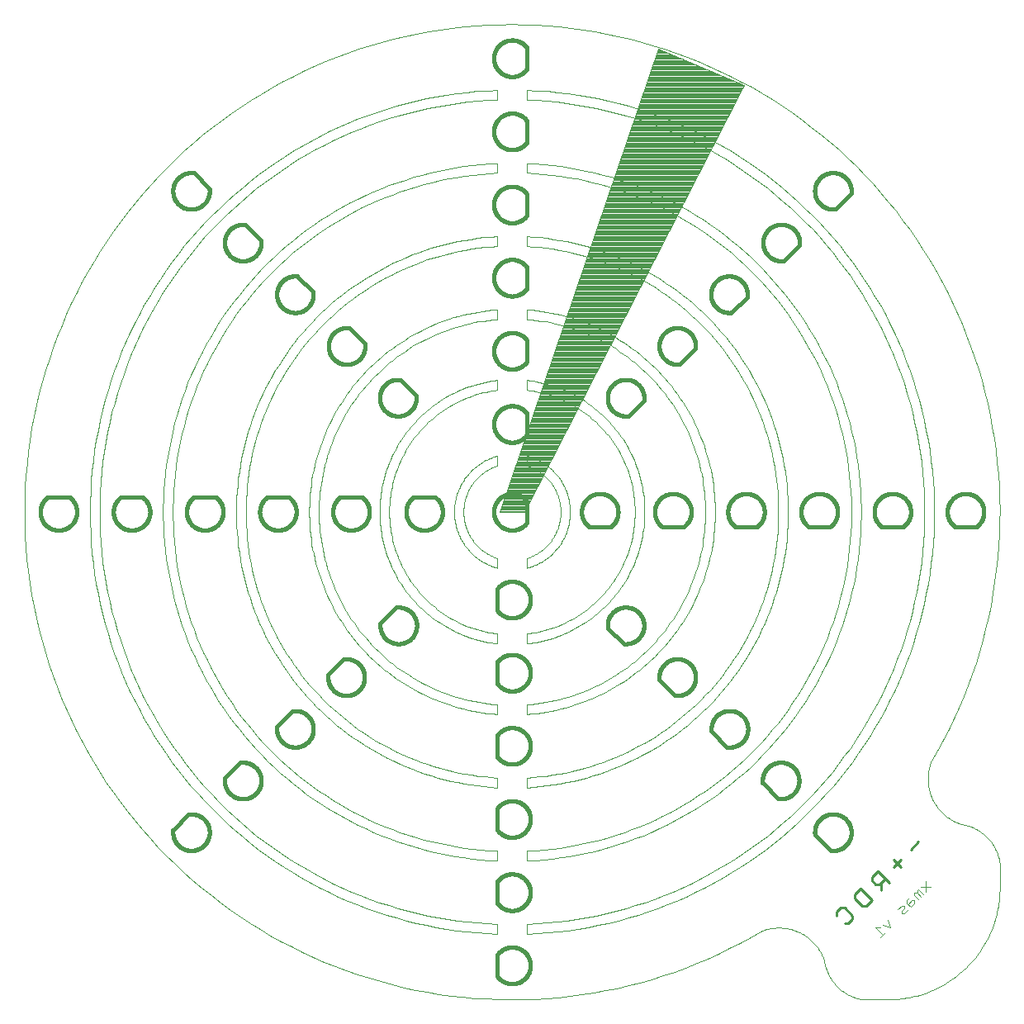
<source format=gbo>
G75*
%MOIN*%
%OFA0B0*%
%FSLAX25Y25*%
%IPPOS*%
%LPD*%
%AMOC8*
5,1,8,0,0,1.08239X$1,22.5*
%
%ADD10C,0.00039*%
%ADD11C,0.01000*%
%ADD12C,0.00394*%
%ADD13C,0.00400*%
%ADD14C,0.01575*%
D10*
X0196079Y0051394D02*
X0196079Y0055331D01*
X0207890Y0055331D02*
X0207890Y0051394D01*
X0207890Y0080921D02*
X0207890Y0084858D01*
X0196079Y0084858D02*
X0196079Y0080921D01*
X0196079Y0110449D02*
X0196079Y0114386D01*
X0207890Y0114386D02*
X0207890Y0110449D01*
X0207890Y0139976D02*
X0207890Y0143913D01*
X0196079Y0143913D02*
X0196079Y0139976D01*
X0196079Y0168520D02*
X0196079Y0172457D01*
X0207890Y0172457D02*
X0207890Y0168520D01*
X0207890Y0199031D02*
X0207890Y0202969D01*
X0196079Y0202969D02*
X0196079Y0199031D01*
X0302378Y0052378D02*
X0298200Y0049969D01*
X0293964Y0047663D01*
X0289673Y0045461D01*
X0285329Y0043366D01*
X0280935Y0041377D01*
X0276494Y0039497D01*
X0272009Y0037726D01*
X0267481Y0036065D01*
X0262913Y0034516D01*
X0258310Y0033080D01*
X0253672Y0031756D01*
X0249003Y0030547D01*
X0244306Y0029452D01*
X0239584Y0028473D01*
X0234839Y0027610D01*
X0230075Y0026863D01*
X0225293Y0026233D01*
X0220498Y0025721D01*
X0215691Y0025326D01*
X0210876Y0025049D01*
X0206056Y0024890D01*
X0201233Y0024849D01*
X0196411Y0024927D01*
X0191592Y0025123D01*
X0186780Y0025436D01*
X0181976Y0025868D01*
X0177185Y0026417D01*
X0172408Y0027083D01*
X0167650Y0027866D01*
X0162912Y0028765D01*
X0158197Y0029781D01*
X0153508Y0030911D01*
X0148849Y0032156D01*
X0144222Y0033515D01*
X0139629Y0034986D01*
X0135074Y0036570D01*
X0130559Y0038265D01*
X0126086Y0040070D01*
X0121660Y0041985D01*
X0117281Y0044007D01*
X0112954Y0046135D01*
X0108680Y0048369D01*
X0104462Y0050707D01*
X0100302Y0053148D01*
X0096203Y0055690D01*
X0092168Y0058332D01*
X0088199Y0061071D01*
X0084299Y0063908D01*
X0080469Y0066838D01*
X0076712Y0069862D01*
X0073030Y0072977D01*
X0069425Y0076181D01*
X0065900Y0079473D01*
X0062457Y0082850D01*
X0059098Y0086310D01*
X0055824Y0089852D01*
X0052638Y0093472D01*
X0049542Y0097170D01*
X0046537Y0100942D01*
X0043626Y0104787D01*
X0040810Y0108703D01*
X0038090Y0112685D01*
X0035469Y0116734D01*
X0032948Y0120845D01*
X0030529Y0125017D01*
X0028212Y0129247D01*
X0026000Y0133532D01*
X0023893Y0137871D01*
X0021893Y0142259D01*
X0020002Y0146696D01*
X0018219Y0151177D01*
X0016548Y0155701D01*
X0014987Y0160264D01*
X0013538Y0164864D01*
X0012203Y0169498D01*
X0010982Y0174164D01*
X0009875Y0178858D01*
X0008884Y0183578D01*
X0008009Y0188321D01*
X0007250Y0193083D01*
X0006608Y0197863D01*
X0006083Y0202657D01*
X0005676Y0207463D01*
X0005387Y0212277D01*
X0005216Y0217097D01*
X0005163Y0221919D01*
X0005228Y0226742D01*
X0005412Y0231561D01*
X0005713Y0236374D01*
X0006132Y0241179D01*
X0006669Y0245971D01*
X0007323Y0250750D01*
X0008094Y0255510D01*
X0008982Y0260251D01*
X0009985Y0264968D01*
X0011103Y0269659D01*
X0012336Y0274322D01*
X0013683Y0278953D01*
X0015144Y0283549D01*
X0016716Y0288108D01*
X0018399Y0292628D01*
X0020193Y0297105D01*
X0022096Y0301536D01*
X0024107Y0305920D01*
X0026224Y0310253D01*
X0028448Y0314533D01*
X0030775Y0318757D01*
X0033205Y0322922D01*
X0035737Y0327027D01*
X0038368Y0331069D01*
X0041098Y0335045D01*
X0043924Y0338953D01*
X0046845Y0342790D01*
X0049859Y0346555D01*
X0052965Y0350245D01*
X0056160Y0353857D01*
X0059442Y0357391D01*
X0062811Y0360842D01*
X0066262Y0364211D01*
X0069796Y0367493D01*
X0073408Y0370688D01*
X0077098Y0373794D01*
X0080863Y0376808D01*
X0084700Y0379729D01*
X0088608Y0382555D01*
X0092584Y0385285D01*
X0096626Y0387916D01*
X0100731Y0390448D01*
X0104896Y0392878D01*
X0109120Y0395205D01*
X0113400Y0397429D01*
X0117733Y0399546D01*
X0122117Y0401557D01*
X0126548Y0403460D01*
X0131025Y0405254D01*
X0135545Y0406937D01*
X0140104Y0408509D01*
X0144700Y0409970D01*
X0149331Y0411317D01*
X0153994Y0412550D01*
X0158685Y0413668D01*
X0163402Y0414671D01*
X0168143Y0415559D01*
X0172903Y0416330D01*
X0177682Y0416984D01*
X0182474Y0417521D01*
X0187279Y0417940D01*
X0192092Y0418241D01*
X0196911Y0418425D01*
X0201734Y0418490D01*
X0206556Y0418437D01*
X0211376Y0418266D01*
X0216190Y0417977D01*
X0220996Y0417570D01*
X0225790Y0417045D01*
X0230570Y0416403D01*
X0235332Y0415644D01*
X0240075Y0414769D01*
X0244795Y0413778D01*
X0249489Y0412671D01*
X0254155Y0411450D01*
X0258789Y0410115D01*
X0263389Y0408666D01*
X0267952Y0407105D01*
X0272476Y0405434D01*
X0276957Y0403651D01*
X0281394Y0401760D01*
X0285782Y0399760D01*
X0290121Y0397653D01*
X0294406Y0395441D01*
X0298636Y0393124D01*
X0302808Y0390705D01*
X0306919Y0388184D01*
X0310968Y0385563D01*
X0314950Y0382843D01*
X0318866Y0380027D01*
X0322711Y0377116D01*
X0326483Y0374111D01*
X0330181Y0371015D01*
X0333801Y0367829D01*
X0337343Y0364555D01*
X0340803Y0361196D01*
X0344180Y0357753D01*
X0347472Y0354228D01*
X0350676Y0350623D01*
X0353791Y0346941D01*
X0356815Y0343184D01*
X0359745Y0339354D01*
X0362582Y0335454D01*
X0365321Y0331485D01*
X0367963Y0327450D01*
X0370505Y0323351D01*
X0372946Y0319191D01*
X0375284Y0314973D01*
X0377518Y0310699D01*
X0379646Y0306372D01*
X0381668Y0301993D01*
X0383583Y0297567D01*
X0385388Y0293094D01*
X0387083Y0288579D01*
X0388667Y0284024D01*
X0390138Y0279431D01*
X0391497Y0274804D01*
X0392742Y0270145D01*
X0393872Y0265456D01*
X0394888Y0260741D01*
X0395787Y0256003D01*
X0396570Y0251245D01*
X0397236Y0246468D01*
X0397785Y0241677D01*
X0398217Y0236873D01*
X0398530Y0232061D01*
X0398726Y0227242D01*
X0398804Y0222420D01*
X0398763Y0217597D01*
X0398604Y0212777D01*
X0398327Y0207962D01*
X0397932Y0203155D01*
X0397420Y0198360D01*
X0396790Y0193578D01*
X0396043Y0188814D01*
X0395180Y0184069D01*
X0394201Y0179347D01*
X0393106Y0174650D01*
X0391897Y0169981D01*
X0390573Y0165343D01*
X0389137Y0160740D01*
X0387588Y0156172D01*
X0385927Y0151644D01*
X0384156Y0147159D01*
X0382276Y0142718D01*
X0380287Y0138324D01*
X0378192Y0133980D01*
X0375990Y0129689D01*
X0373684Y0125453D01*
X0371275Y0121275D01*
X0371276Y0121276D02*
X0371104Y0120843D01*
X0370942Y0120407D01*
X0370791Y0119967D01*
X0370651Y0119523D01*
X0370521Y0119076D01*
X0370403Y0118627D01*
X0370295Y0118174D01*
X0370198Y0117719D01*
X0370113Y0117261D01*
X0370038Y0116802D01*
X0369975Y0116341D01*
X0369923Y0115879D01*
X0369882Y0115415D01*
X0369852Y0114951D01*
X0369833Y0114486D01*
X0369826Y0114021D01*
X0369830Y0113556D01*
X0369845Y0113091D01*
X0369872Y0112626D01*
X0369910Y0112162D01*
X0369959Y0111700D01*
X0370019Y0111238D01*
X0370090Y0110779D01*
X0370173Y0110321D01*
X0370266Y0109865D01*
X0370371Y0109411D01*
X0370486Y0108961D01*
X0370613Y0108513D01*
X0370750Y0108068D01*
X0370898Y0107627D01*
X0371056Y0107190D01*
X0371225Y0106756D01*
X0371405Y0106327D01*
X0371594Y0105902D01*
X0371795Y0105482D01*
X0372005Y0105067D01*
X0372225Y0104657D01*
X0372455Y0104253D01*
X0372695Y0103854D01*
X0372944Y0103461D01*
X0373203Y0103075D01*
X0373471Y0102694D01*
X0373748Y0102321D01*
X0374034Y0101954D01*
X0374329Y0101594D01*
X0374633Y0101241D01*
X0374945Y0100896D01*
X0375265Y0100559D01*
X0375594Y0100229D01*
X0375930Y0099907D01*
X0376274Y0099594D01*
X0376625Y0099289D01*
X0376984Y0098993D01*
X0377350Y0098705D01*
X0377723Y0098427D01*
X0378102Y0098157D01*
X0378488Y0097897D01*
X0378879Y0097646D01*
X0379277Y0097405D01*
X0379681Y0097174D01*
X0380090Y0096952D01*
X0380504Y0096740D01*
X0380924Y0096538D01*
X0381348Y0096347D01*
X0381776Y0096166D01*
X0382209Y0095995D01*
X0382646Y0095835D01*
X0383087Y0095686D01*
X0383087Y0095684D02*
X0383532Y0095615D01*
X0383975Y0095535D01*
X0384417Y0095445D01*
X0384856Y0095343D01*
X0385293Y0095231D01*
X0385726Y0095109D01*
X0386157Y0094976D01*
X0386584Y0094832D01*
X0387008Y0094678D01*
X0387427Y0094514D01*
X0387843Y0094340D01*
X0388254Y0094156D01*
X0388661Y0093962D01*
X0389063Y0093758D01*
X0389460Y0093544D01*
X0389851Y0093321D01*
X0390237Y0093088D01*
X0390617Y0092846D01*
X0390991Y0092595D01*
X0391359Y0092335D01*
X0391721Y0092066D01*
X0392076Y0091788D01*
X0392424Y0091502D01*
X0392765Y0091207D01*
X0393099Y0090904D01*
X0393425Y0090594D01*
X0393744Y0090275D01*
X0394054Y0089949D01*
X0394357Y0089615D01*
X0394652Y0089274D01*
X0394938Y0088926D01*
X0395216Y0088571D01*
X0395485Y0088209D01*
X0395745Y0087841D01*
X0395996Y0087467D01*
X0396238Y0087087D01*
X0396471Y0086701D01*
X0396694Y0086310D01*
X0396908Y0085913D01*
X0397112Y0085511D01*
X0397306Y0085104D01*
X0397490Y0084693D01*
X0397664Y0084277D01*
X0397828Y0083858D01*
X0397982Y0083434D01*
X0398126Y0083007D01*
X0398259Y0082576D01*
X0398381Y0082143D01*
X0398493Y0081706D01*
X0398595Y0081267D01*
X0398685Y0080825D01*
X0398765Y0080382D01*
X0398834Y0079937D01*
X0398835Y0079937D02*
X0398835Y0070094D01*
X0398822Y0069000D01*
X0398782Y0067907D01*
X0398716Y0066814D01*
X0398624Y0065724D01*
X0398505Y0064637D01*
X0398360Y0063552D01*
X0398189Y0062471D01*
X0397992Y0061395D01*
X0397768Y0060324D01*
X0397519Y0059259D01*
X0397245Y0058200D01*
X0396945Y0057148D01*
X0396619Y0056103D01*
X0396268Y0055067D01*
X0395893Y0054039D01*
X0395492Y0053021D01*
X0395068Y0052012D01*
X0394619Y0051015D01*
X0394146Y0050028D01*
X0393649Y0049053D01*
X0393129Y0048091D01*
X0392586Y0047141D01*
X0392020Y0046205D01*
X0391431Y0045282D01*
X0390820Y0044374D01*
X0390188Y0043481D01*
X0389534Y0042604D01*
X0388860Y0041743D01*
X0388164Y0040898D01*
X0387449Y0040070D01*
X0386713Y0039260D01*
X0385958Y0038468D01*
X0385185Y0037695D01*
X0384393Y0036940D01*
X0383583Y0036204D01*
X0382755Y0035489D01*
X0381910Y0034793D01*
X0381049Y0034119D01*
X0380172Y0033465D01*
X0379279Y0032833D01*
X0378371Y0032222D01*
X0377448Y0031633D01*
X0376512Y0031067D01*
X0375562Y0030524D01*
X0374600Y0030004D01*
X0373625Y0029507D01*
X0372638Y0029034D01*
X0371641Y0028585D01*
X0370632Y0028161D01*
X0369614Y0027760D01*
X0368586Y0027385D01*
X0367550Y0027034D01*
X0366505Y0026708D01*
X0365453Y0026408D01*
X0364394Y0026134D01*
X0363329Y0025885D01*
X0362258Y0025661D01*
X0361182Y0025464D01*
X0360101Y0025293D01*
X0359016Y0025148D01*
X0357929Y0025029D01*
X0356839Y0024937D01*
X0355746Y0024871D01*
X0354653Y0024831D01*
X0353559Y0024818D01*
X0353559Y0024819D02*
X0343717Y0024819D01*
X0343716Y0024820D02*
X0343271Y0024889D01*
X0342828Y0024969D01*
X0342386Y0025059D01*
X0341947Y0025161D01*
X0341510Y0025273D01*
X0341077Y0025395D01*
X0340646Y0025528D01*
X0340219Y0025672D01*
X0339795Y0025826D01*
X0339376Y0025990D01*
X0338960Y0026164D01*
X0338549Y0026348D01*
X0338142Y0026542D01*
X0337740Y0026746D01*
X0337343Y0026960D01*
X0336952Y0027183D01*
X0336566Y0027416D01*
X0336186Y0027658D01*
X0335812Y0027909D01*
X0335444Y0028169D01*
X0335082Y0028438D01*
X0334727Y0028716D01*
X0334379Y0029002D01*
X0334038Y0029297D01*
X0333704Y0029600D01*
X0333378Y0029910D01*
X0333059Y0030229D01*
X0332749Y0030555D01*
X0332446Y0030889D01*
X0332151Y0031230D01*
X0331865Y0031578D01*
X0331587Y0031933D01*
X0331318Y0032295D01*
X0331058Y0032663D01*
X0330807Y0033037D01*
X0330565Y0033417D01*
X0330332Y0033803D01*
X0330109Y0034194D01*
X0329895Y0034591D01*
X0329691Y0034993D01*
X0329497Y0035400D01*
X0329313Y0035811D01*
X0329139Y0036227D01*
X0328975Y0036646D01*
X0328821Y0037070D01*
X0328677Y0037497D01*
X0328544Y0037928D01*
X0328422Y0038361D01*
X0328310Y0038798D01*
X0328208Y0039237D01*
X0328118Y0039679D01*
X0328038Y0040122D01*
X0327969Y0040567D01*
X0327968Y0040566D02*
X0327819Y0041007D01*
X0327659Y0041444D01*
X0327488Y0041877D01*
X0327307Y0042305D01*
X0327116Y0042729D01*
X0326914Y0043149D01*
X0326702Y0043563D01*
X0326480Y0043972D01*
X0326249Y0044376D01*
X0326008Y0044774D01*
X0325757Y0045165D01*
X0325497Y0045551D01*
X0325227Y0045930D01*
X0324949Y0046303D01*
X0324661Y0046669D01*
X0324365Y0047028D01*
X0324060Y0047379D01*
X0323747Y0047723D01*
X0323425Y0048059D01*
X0323095Y0048388D01*
X0322758Y0048708D01*
X0322413Y0049020D01*
X0322060Y0049324D01*
X0321700Y0049619D01*
X0321333Y0049905D01*
X0320960Y0050182D01*
X0320579Y0050450D01*
X0320193Y0050709D01*
X0319800Y0050958D01*
X0319401Y0051198D01*
X0318997Y0051428D01*
X0318587Y0051648D01*
X0318172Y0051858D01*
X0317752Y0052059D01*
X0317327Y0052248D01*
X0316898Y0052428D01*
X0316464Y0052597D01*
X0316027Y0052755D01*
X0315586Y0052903D01*
X0315141Y0053040D01*
X0314693Y0053167D01*
X0314243Y0053282D01*
X0313789Y0053387D01*
X0313333Y0053480D01*
X0312875Y0053563D01*
X0312416Y0053634D01*
X0311954Y0053694D01*
X0311492Y0053743D01*
X0311028Y0053781D01*
X0310563Y0053808D01*
X0310098Y0053823D01*
X0309633Y0053827D01*
X0309168Y0053820D01*
X0308703Y0053801D01*
X0308239Y0053771D01*
X0307775Y0053730D01*
X0307313Y0053678D01*
X0306852Y0053615D01*
X0306393Y0053540D01*
X0305935Y0053455D01*
X0305480Y0053358D01*
X0305027Y0053250D01*
X0304578Y0053132D01*
X0304131Y0053002D01*
X0303687Y0052862D01*
X0303247Y0052711D01*
X0302811Y0052549D01*
X0302378Y0052377D01*
X0207889Y0055331D02*
X0211941Y0055524D01*
X0215987Y0055816D01*
X0220024Y0056207D01*
X0224050Y0056695D01*
X0228064Y0057282D01*
X0232062Y0057966D01*
X0236042Y0058748D01*
X0240002Y0059626D01*
X0243939Y0060601D01*
X0247852Y0061671D01*
X0251737Y0062836D01*
X0255592Y0064095D01*
X0259416Y0065449D01*
X0263206Y0066894D01*
X0266959Y0068432D01*
X0270674Y0070061D01*
X0274348Y0071780D01*
X0277979Y0073588D01*
X0281564Y0075483D01*
X0285103Y0077466D01*
X0288592Y0079534D01*
X0292030Y0081687D01*
X0295414Y0083923D01*
X0298743Y0086240D01*
X0302014Y0088638D01*
X0305226Y0091115D01*
X0308377Y0093670D01*
X0311464Y0096300D01*
X0314487Y0099005D01*
X0317442Y0101783D01*
X0320329Y0104632D01*
X0323146Y0107551D01*
X0325891Y0110537D01*
X0328562Y0113589D01*
X0331158Y0116706D01*
X0333678Y0119885D01*
X0336119Y0123124D01*
X0338480Y0126422D01*
X0340761Y0129776D01*
X0342959Y0133185D01*
X0345073Y0136646D01*
X0347102Y0140158D01*
X0349045Y0143719D01*
X0350901Y0147325D01*
X0352668Y0150976D01*
X0354346Y0154669D01*
X0355934Y0158402D01*
X0357430Y0162172D01*
X0358833Y0165977D01*
X0360144Y0169816D01*
X0361360Y0173685D01*
X0362482Y0177583D01*
X0363509Y0181507D01*
X0364440Y0185455D01*
X0365274Y0189424D01*
X0366011Y0193413D01*
X0366651Y0197418D01*
X0367193Y0201438D01*
X0367637Y0205470D01*
X0367982Y0209511D01*
X0368229Y0213560D01*
X0368378Y0217613D01*
X0368427Y0221669D01*
X0368378Y0225725D01*
X0368229Y0229778D01*
X0367982Y0233827D01*
X0367637Y0237868D01*
X0367193Y0241900D01*
X0366651Y0245920D01*
X0366011Y0249925D01*
X0365274Y0253914D01*
X0364440Y0257883D01*
X0363509Y0261831D01*
X0362482Y0265755D01*
X0361360Y0269653D01*
X0360144Y0273522D01*
X0358833Y0277361D01*
X0357430Y0281166D01*
X0355934Y0284936D01*
X0354346Y0288669D01*
X0352668Y0292362D01*
X0350901Y0296013D01*
X0349045Y0299619D01*
X0347102Y0303180D01*
X0345073Y0306692D01*
X0342959Y0310153D01*
X0340761Y0313562D01*
X0338480Y0316916D01*
X0336119Y0320214D01*
X0333678Y0323453D01*
X0331158Y0326632D01*
X0328562Y0329749D01*
X0325891Y0332801D01*
X0323146Y0335787D01*
X0320329Y0338706D01*
X0317442Y0341555D01*
X0314487Y0344333D01*
X0311464Y0347038D01*
X0308377Y0349668D01*
X0305226Y0352223D01*
X0302014Y0354700D01*
X0298743Y0357098D01*
X0295414Y0359415D01*
X0292030Y0361651D01*
X0288592Y0363804D01*
X0285103Y0365872D01*
X0281564Y0367855D01*
X0277979Y0369750D01*
X0274348Y0371558D01*
X0270674Y0373277D01*
X0266959Y0374906D01*
X0263206Y0376444D01*
X0259416Y0377889D01*
X0255592Y0379243D01*
X0251737Y0380502D01*
X0247852Y0381667D01*
X0243939Y0382737D01*
X0240002Y0383712D01*
X0236042Y0384590D01*
X0232062Y0385372D01*
X0228064Y0386056D01*
X0224050Y0386643D01*
X0220024Y0387131D01*
X0215987Y0387522D01*
X0211941Y0387814D01*
X0207889Y0388007D01*
X0207890Y0388008D02*
X0207890Y0391945D01*
X0196079Y0391945D02*
X0196079Y0388008D01*
X0196079Y0362417D02*
X0196079Y0358480D01*
X0207890Y0358480D02*
X0207890Y0362417D01*
X0207890Y0332890D02*
X0207890Y0328953D01*
X0196079Y0328953D02*
X0196079Y0332890D01*
X0196079Y0303362D02*
X0196079Y0299425D01*
X0207890Y0299425D02*
X0207890Y0303362D01*
X0207890Y0274819D02*
X0207890Y0270882D01*
X0196079Y0270882D02*
X0196079Y0274819D01*
X0196079Y0244307D02*
X0196079Y0240370D01*
X0207890Y0240370D02*
X0207890Y0244307D01*
X0207890Y0391945D02*
X0212039Y0391750D01*
X0216183Y0391454D01*
X0220318Y0391058D01*
X0224442Y0390560D01*
X0228553Y0389963D01*
X0232649Y0389265D01*
X0236726Y0388467D01*
X0240782Y0387571D01*
X0244815Y0386576D01*
X0248823Y0385482D01*
X0252803Y0384292D01*
X0256753Y0383004D01*
X0260670Y0381621D01*
X0264552Y0380143D01*
X0268397Y0378570D01*
X0272203Y0376904D01*
X0275967Y0375146D01*
X0279686Y0373297D01*
X0283360Y0371357D01*
X0286985Y0369329D01*
X0290560Y0367213D01*
X0294082Y0365010D01*
X0297550Y0362722D01*
X0300960Y0360350D01*
X0304312Y0357896D01*
X0307603Y0355360D01*
X0310831Y0352745D01*
X0313994Y0350053D01*
X0317091Y0347284D01*
X0320119Y0344440D01*
X0323077Y0341523D01*
X0325964Y0338535D01*
X0328776Y0335478D01*
X0331513Y0332353D01*
X0334173Y0329162D01*
X0336754Y0325907D01*
X0339256Y0322590D01*
X0341675Y0319214D01*
X0344012Y0315779D01*
X0346264Y0312288D01*
X0348431Y0308744D01*
X0350510Y0305147D01*
X0352501Y0301501D01*
X0354403Y0297808D01*
X0356214Y0294069D01*
X0357933Y0290287D01*
X0359560Y0286465D01*
X0361093Y0282604D01*
X0362531Y0278707D01*
X0363874Y0274775D01*
X0365121Y0270813D01*
X0366270Y0266821D01*
X0367322Y0262802D01*
X0368276Y0258759D01*
X0369131Y0254693D01*
X0369886Y0250608D01*
X0370542Y0246506D01*
X0371097Y0242389D01*
X0371552Y0238260D01*
X0371906Y0234121D01*
X0372159Y0229974D01*
X0372311Y0225823D01*
X0372362Y0221669D01*
X0372311Y0217515D01*
X0372159Y0213364D01*
X0371906Y0209217D01*
X0371552Y0205078D01*
X0371097Y0200949D01*
X0370542Y0196832D01*
X0369886Y0192730D01*
X0369131Y0188645D01*
X0368276Y0184579D01*
X0367322Y0180536D01*
X0366270Y0176517D01*
X0365121Y0172525D01*
X0363874Y0168563D01*
X0362531Y0164631D01*
X0361093Y0160734D01*
X0359560Y0156873D01*
X0357933Y0153051D01*
X0356214Y0149269D01*
X0354403Y0145530D01*
X0352501Y0141837D01*
X0350510Y0138191D01*
X0348431Y0134594D01*
X0346264Y0131050D01*
X0344012Y0127559D01*
X0341675Y0124124D01*
X0339256Y0120748D01*
X0336754Y0117431D01*
X0334173Y0114176D01*
X0331513Y0110985D01*
X0328776Y0107860D01*
X0325964Y0104803D01*
X0323077Y0101815D01*
X0320119Y0098898D01*
X0317091Y0096054D01*
X0313994Y0093285D01*
X0310831Y0090593D01*
X0307603Y0087978D01*
X0304312Y0085442D01*
X0300960Y0082988D01*
X0297550Y0080616D01*
X0294082Y0078328D01*
X0290560Y0076125D01*
X0286985Y0074009D01*
X0283360Y0071981D01*
X0279686Y0070041D01*
X0275967Y0068192D01*
X0272203Y0066434D01*
X0268397Y0064768D01*
X0264552Y0063195D01*
X0260670Y0061717D01*
X0256753Y0060334D01*
X0252803Y0059046D01*
X0248823Y0057856D01*
X0244815Y0056762D01*
X0240782Y0055767D01*
X0236726Y0054871D01*
X0232649Y0054073D01*
X0228553Y0053375D01*
X0224442Y0052778D01*
X0220318Y0052280D01*
X0216183Y0051884D01*
X0212039Y0051588D01*
X0207890Y0051393D01*
X0207890Y0080921D02*
X0211330Y0081107D01*
X0214766Y0081378D01*
X0218193Y0081733D01*
X0221611Y0082171D01*
X0225017Y0082693D01*
X0228410Y0083298D01*
X0231786Y0083985D01*
X0235145Y0084756D01*
X0238484Y0085608D01*
X0241801Y0086541D01*
X0245094Y0087555D01*
X0248362Y0088650D01*
X0251601Y0089824D01*
X0254811Y0091077D01*
X0257990Y0092408D01*
X0261135Y0093817D01*
X0264244Y0095302D01*
X0267316Y0096863D01*
X0270349Y0098498D01*
X0273342Y0100207D01*
X0276291Y0101989D01*
X0279196Y0103842D01*
X0282055Y0105766D01*
X0284866Y0107759D01*
X0287627Y0109820D01*
X0290338Y0111949D01*
X0292995Y0114142D01*
X0295598Y0116401D01*
X0298144Y0118722D01*
X0300634Y0121105D01*
X0303064Y0123548D01*
X0305434Y0126049D01*
X0307741Y0128608D01*
X0309986Y0131223D01*
X0312166Y0133892D01*
X0314280Y0136613D01*
X0316327Y0139385D01*
X0318305Y0142206D01*
X0320214Y0145075D01*
X0322052Y0147990D01*
X0323818Y0150949D01*
X0325512Y0153950D01*
X0327131Y0156992D01*
X0328676Y0160072D01*
X0330144Y0163189D01*
X0331536Y0166342D01*
X0332851Y0169527D01*
X0334087Y0172743D01*
X0335244Y0175989D01*
X0336322Y0179262D01*
X0337319Y0182561D01*
X0338235Y0185883D01*
X0339069Y0189226D01*
X0339822Y0192589D01*
X0340492Y0195969D01*
X0341079Y0199364D01*
X0341583Y0202773D01*
X0342003Y0206193D01*
X0342340Y0209623D01*
X0342593Y0213059D01*
X0342761Y0216501D01*
X0342845Y0219946D01*
X0342845Y0223392D01*
X0342761Y0226837D01*
X0342593Y0230279D01*
X0342340Y0233715D01*
X0342003Y0237145D01*
X0341583Y0240565D01*
X0341079Y0243974D01*
X0340492Y0247369D01*
X0339822Y0250749D01*
X0339069Y0254112D01*
X0338235Y0257455D01*
X0337319Y0260777D01*
X0336322Y0264076D01*
X0335244Y0267349D01*
X0334087Y0270595D01*
X0332851Y0273811D01*
X0331536Y0276996D01*
X0330144Y0280149D01*
X0328676Y0283266D01*
X0327131Y0286346D01*
X0325512Y0289388D01*
X0323818Y0292389D01*
X0322052Y0295348D01*
X0320214Y0298263D01*
X0318305Y0301132D01*
X0316327Y0303953D01*
X0314280Y0306725D01*
X0312166Y0309446D01*
X0309986Y0312115D01*
X0307741Y0314730D01*
X0305434Y0317289D01*
X0303064Y0319790D01*
X0300634Y0322233D01*
X0298144Y0324616D01*
X0295598Y0326937D01*
X0292995Y0329196D01*
X0290338Y0331389D01*
X0287627Y0333518D01*
X0284866Y0335579D01*
X0282055Y0337572D01*
X0279196Y0339496D01*
X0276291Y0341349D01*
X0273342Y0343131D01*
X0270349Y0344840D01*
X0267316Y0346475D01*
X0264244Y0348036D01*
X0261135Y0349521D01*
X0257990Y0350930D01*
X0254811Y0352261D01*
X0251601Y0353514D01*
X0248362Y0354688D01*
X0245094Y0355783D01*
X0241801Y0356797D01*
X0238484Y0357730D01*
X0235145Y0358582D01*
X0231786Y0359353D01*
X0228410Y0360040D01*
X0225017Y0360645D01*
X0221611Y0361167D01*
X0218193Y0361605D01*
X0214766Y0361960D01*
X0211330Y0362231D01*
X0207890Y0362417D01*
X0207889Y0358480D02*
X0211231Y0358294D01*
X0214568Y0358028D01*
X0217897Y0357679D01*
X0221216Y0357250D01*
X0224524Y0356739D01*
X0227818Y0356148D01*
X0231097Y0355476D01*
X0234359Y0354725D01*
X0237601Y0353894D01*
X0240822Y0352984D01*
X0244020Y0351996D01*
X0247192Y0350929D01*
X0250338Y0349786D01*
X0253455Y0348566D01*
X0256541Y0347270D01*
X0259594Y0345899D01*
X0262613Y0344454D01*
X0265596Y0342935D01*
X0268541Y0341345D01*
X0271446Y0339682D01*
X0274309Y0337949D01*
X0277129Y0336147D01*
X0279905Y0334276D01*
X0282634Y0332338D01*
X0285314Y0330334D01*
X0287945Y0328265D01*
X0290525Y0326132D01*
X0293051Y0323937D01*
X0295524Y0321681D01*
X0297940Y0319365D01*
X0300299Y0316990D01*
X0302599Y0314559D01*
X0304840Y0312072D01*
X0307018Y0309532D01*
X0309134Y0306938D01*
X0311186Y0304294D01*
X0313173Y0301600D01*
X0315093Y0298859D01*
X0316946Y0296072D01*
X0318730Y0293240D01*
X0320444Y0290365D01*
X0322088Y0287449D01*
X0323660Y0284494D01*
X0325159Y0281502D01*
X0326584Y0278474D01*
X0327936Y0275411D01*
X0329211Y0272317D01*
X0330411Y0269192D01*
X0331534Y0266039D01*
X0332580Y0262860D01*
X0333548Y0259656D01*
X0334437Y0256429D01*
X0335247Y0253182D01*
X0335977Y0249915D01*
X0336627Y0246632D01*
X0337197Y0243334D01*
X0337686Y0240023D01*
X0338094Y0236701D01*
X0338421Y0233370D01*
X0338666Y0230032D01*
X0338830Y0226689D01*
X0338912Y0223343D01*
X0338912Y0219995D01*
X0338830Y0216649D01*
X0338666Y0213306D01*
X0338421Y0209968D01*
X0338094Y0206637D01*
X0337686Y0203315D01*
X0337197Y0200004D01*
X0336627Y0196706D01*
X0335977Y0193423D01*
X0335247Y0190156D01*
X0334437Y0186909D01*
X0333548Y0183682D01*
X0332580Y0180478D01*
X0331534Y0177299D01*
X0330411Y0174146D01*
X0329211Y0171021D01*
X0327936Y0167927D01*
X0326584Y0164864D01*
X0325159Y0161836D01*
X0323660Y0158844D01*
X0322088Y0155889D01*
X0320444Y0152973D01*
X0318730Y0150098D01*
X0316946Y0147266D01*
X0315093Y0144479D01*
X0313173Y0141738D01*
X0311186Y0139044D01*
X0309134Y0136400D01*
X0307018Y0133806D01*
X0304840Y0131266D01*
X0302599Y0128779D01*
X0300299Y0126348D01*
X0297940Y0123973D01*
X0295524Y0121657D01*
X0293051Y0119401D01*
X0290525Y0117206D01*
X0287945Y0115073D01*
X0285314Y0113004D01*
X0282634Y0111000D01*
X0279905Y0109062D01*
X0277129Y0107191D01*
X0274309Y0105389D01*
X0271446Y0103656D01*
X0268541Y0101993D01*
X0265596Y0100403D01*
X0262613Y0098884D01*
X0259594Y0097439D01*
X0256541Y0096068D01*
X0253455Y0094772D01*
X0250338Y0093552D01*
X0247192Y0092409D01*
X0244020Y0091342D01*
X0240822Y0090354D01*
X0237601Y0089444D01*
X0234359Y0088613D01*
X0231097Y0087862D01*
X0227818Y0087190D01*
X0224524Y0086599D01*
X0221216Y0086088D01*
X0217897Y0085659D01*
X0214568Y0085310D01*
X0211231Y0085044D01*
X0207889Y0084858D01*
X0207890Y0114385D02*
X0210510Y0114562D01*
X0213126Y0114802D01*
X0215735Y0115107D01*
X0218336Y0115475D01*
X0220927Y0115906D01*
X0223507Y0116401D01*
X0226074Y0116958D01*
X0228627Y0117579D01*
X0231163Y0118261D01*
X0233683Y0119005D01*
X0236183Y0119811D01*
X0238663Y0120677D01*
X0241121Y0121604D01*
X0243555Y0122591D01*
X0245965Y0123637D01*
X0248348Y0124741D01*
X0250704Y0125903D01*
X0253030Y0127123D01*
X0255326Y0128399D01*
X0257590Y0129731D01*
X0259821Y0131118D01*
X0262018Y0132559D01*
X0264178Y0134053D01*
X0266301Y0135600D01*
X0268386Y0137198D01*
X0270431Y0138846D01*
X0272436Y0140544D01*
X0274398Y0142291D01*
X0276317Y0144085D01*
X0278191Y0145925D01*
X0280020Y0147811D01*
X0281802Y0149740D01*
X0283537Y0151713D01*
X0285222Y0153728D01*
X0286858Y0155783D01*
X0288444Y0157877D01*
X0289977Y0160010D01*
X0291458Y0162179D01*
X0292886Y0164385D01*
X0294259Y0166624D01*
X0295577Y0168896D01*
X0296839Y0171200D01*
X0298045Y0173534D01*
X0299193Y0175896D01*
X0300283Y0178286D01*
X0301314Y0180702D01*
X0302285Y0183143D01*
X0303197Y0185606D01*
X0304049Y0188091D01*
X0304839Y0190597D01*
X0305568Y0193120D01*
X0306235Y0195661D01*
X0306839Y0198217D01*
X0307381Y0200788D01*
X0307860Y0203370D01*
X0308276Y0205964D01*
X0308628Y0208567D01*
X0308917Y0211178D01*
X0309141Y0213795D01*
X0309302Y0216417D01*
X0309398Y0219042D01*
X0309430Y0221669D01*
X0309398Y0224296D01*
X0309302Y0226921D01*
X0309141Y0229543D01*
X0308917Y0232160D01*
X0308628Y0234771D01*
X0308276Y0237374D01*
X0307860Y0239968D01*
X0307381Y0242550D01*
X0306839Y0245121D01*
X0306235Y0247677D01*
X0305568Y0250218D01*
X0304839Y0252741D01*
X0304049Y0255247D01*
X0303197Y0257732D01*
X0302285Y0260195D01*
X0301314Y0262636D01*
X0300283Y0265052D01*
X0299193Y0267442D01*
X0298045Y0269804D01*
X0296839Y0272138D01*
X0295577Y0274442D01*
X0294259Y0276714D01*
X0292886Y0278953D01*
X0291458Y0281159D01*
X0289977Y0283328D01*
X0288444Y0285461D01*
X0286858Y0287555D01*
X0285222Y0289610D01*
X0283537Y0291625D01*
X0281802Y0293598D01*
X0280020Y0295527D01*
X0278191Y0297413D01*
X0276317Y0299253D01*
X0274398Y0301047D01*
X0272436Y0302794D01*
X0270431Y0304492D01*
X0268386Y0306140D01*
X0266301Y0307738D01*
X0264178Y0309285D01*
X0262018Y0310779D01*
X0259821Y0312220D01*
X0257590Y0313607D01*
X0255326Y0314939D01*
X0253030Y0316215D01*
X0250704Y0317435D01*
X0248348Y0318597D01*
X0245965Y0319701D01*
X0243555Y0320747D01*
X0241121Y0321734D01*
X0238663Y0322661D01*
X0236183Y0323527D01*
X0233683Y0324333D01*
X0231163Y0325077D01*
X0228627Y0325759D01*
X0226074Y0326380D01*
X0223507Y0326937D01*
X0220927Y0327432D01*
X0218336Y0327863D01*
X0215735Y0328231D01*
X0213126Y0328536D01*
X0210510Y0328776D01*
X0207890Y0328953D01*
X0207890Y0332889D02*
X0210610Y0332711D01*
X0213326Y0332467D01*
X0216034Y0332156D01*
X0218734Y0331779D01*
X0221425Y0331336D01*
X0224103Y0330828D01*
X0226768Y0330253D01*
X0229419Y0329614D01*
X0232053Y0328910D01*
X0234669Y0328142D01*
X0237265Y0327310D01*
X0239840Y0326415D01*
X0242393Y0325457D01*
X0244921Y0324437D01*
X0247424Y0323355D01*
X0249899Y0322212D01*
X0252346Y0321009D01*
X0254763Y0319747D01*
X0257147Y0318426D01*
X0259499Y0317046D01*
X0261817Y0315610D01*
X0264098Y0314117D01*
X0266342Y0312569D01*
X0268548Y0310967D01*
X0270714Y0309310D01*
X0272839Y0307602D01*
X0274921Y0305842D01*
X0276959Y0304031D01*
X0278953Y0302171D01*
X0280900Y0300263D01*
X0282800Y0298308D01*
X0284652Y0296307D01*
X0286454Y0294261D01*
X0288206Y0292172D01*
X0289906Y0290040D01*
X0291553Y0287868D01*
X0293146Y0285655D01*
X0294685Y0283405D01*
X0296169Y0281117D01*
X0297596Y0278794D01*
X0298965Y0276436D01*
X0300277Y0274046D01*
X0301529Y0271625D01*
X0302722Y0269173D01*
X0303855Y0266693D01*
X0304926Y0264186D01*
X0305936Y0261653D01*
X0306884Y0259097D01*
X0307769Y0256518D01*
X0308590Y0253918D01*
X0309347Y0251299D01*
X0310040Y0248662D01*
X0310669Y0246009D01*
X0311232Y0243342D01*
X0311730Y0240661D01*
X0312162Y0237969D01*
X0312528Y0235267D01*
X0312827Y0232558D01*
X0313061Y0229841D01*
X0313228Y0227120D01*
X0313328Y0224395D01*
X0313361Y0221669D01*
X0313328Y0218943D01*
X0313228Y0216218D01*
X0313061Y0213497D01*
X0312827Y0210780D01*
X0312528Y0208071D01*
X0312162Y0205369D01*
X0311730Y0202677D01*
X0311232Y0199996D01*
X0310669Y0197329D01*
X0310040Y0194676D01*
X0309347Y0192039D01*
X0308590Y0189420D01*
X0307769Y0186820D01*
X0306884Y0184241D01*
X0305936Y0181685D01*
X0304926Y0179152D01*
X0303855Y0176645D01*
X0302722Y0174165D01*
X0301529Y0171713D01*
X0300277Y0169292D01*
X0298965Y0166902D01*
X0297596Y0164544D01*
X0296169Y0162221D01*
X0294685Y0159933D01*
X0293146Y0157683D01*
X0291553Y0155470D01*
X0289906Y0153298D01*
X0288206Y0151166D01*
X0286454Y0149077D01*
X0284652Y0147031D01*
X0282800Y0145030D01*
X0280900Y0143075D01*
X0278953Y0141167D01*
X0276959Y0139307D01*
X0274921Y0137496D01*
X0272839Y0135736D01*
X0270714Y0134028D01*
X0268548Y0132371D01*
X0266342Y0130769D01*
X0264098Y0129221D01*
X0261817Y0127728D01*
X0259499Y0126292D01*
X0257147Y0124912D01*
X0254763Y0123591D01*
X0252346Y0122329D01*
X0249899Y0121126D01*
X0247424Y0119983D01*
X0244921Y0118901D01*
X0242393Y0117881D01*
X0239840Y0116923D01*
X0237265Y0116028D01*
X0234669Y0115196D01*
X0232053Y0114428D01*
X0229419Y0113724D01*
X0226768Y0113085D01*
X0224103Y0112510D01*
X0221425Y0112002D01*
X0218734Y0111559D01*
X0216034Y0111182D01*
X0213326Y0110871D01*
X0210610Y0110627D01*
X0207890Y0110449D01*
X0207889Y0202968D02*
X0208343Y0203117D01*
X0208792Y0203278D01*
X0209237Y0203449D01*
X0209678Y0203630D01*
X0210115Y0203823D01*
X0210546Y0204026D01*
X0210973Y0204239D01*
X0211394Y0204463D01*
X0211810Y0204697D01*
X0212220Y0204941D01*
X0212624Y0205195D01*
X0213021Y0205459D01*
X0213412Y0205732D01*
X0213797Y0206015D01*
X0214174Y0206307D01*
X0214544Y0206608D01*
X0214906Y0206918D01*
X0215261Y0207236D01*
X0215609Y0207564D01*
X0215948Y0207899D01*
X0216278Y0208243D01*
X0216601Y0208595D01*
X0216914Y0208954D01*
X0217219Y0209321D01*
X0217515Y0209695D01*
X0217802Y0210076D01*
X0218079Y0210465D01*
X0218347Y0210859D01*
X0218605Y0211261D01*
X0218853Y0211668D01*
X0219091Y0212081D01*
X0219320Y0212500D01*
X0219537Y0212924D01*
X0219745Y0213354D01*
X0219942Y0213788D01*
X0220128Y0214228D01*
X0220304Y0214671D01*
X0220469Y0215119D01*
X0220623Y0215570D01*
X0220765Y0216025D01*
X0220897Y0216484D01*
X0221018Y0216945D01*
X0221127Y0217410D01*
X0221225Y0217877D01*
X0221311Y0218346D01*
X0221386Y0218817D01*
X0221450Y0219290D01*
X0221502Y0219764D01*
X0221543Y0220239D01*
X0221572Y0220715D01*
X0221589Y0221192D01*
X0221595Y0221669D01*
X0221589Y0222146D01*
X0221572Y0222623D01*
X0221543Y0223099D01*
X0221502Y0223574D01*
X0221450Y0224048D01*
X0221386Y0224521D01*
X0221311Y0224992D01*
X0221225Y0225461D01*
X0221127Y0225928D01*
X0221018Y0226393D01*
X0220897Y0226854D01*
X0220765Y0227313D01*
X0220623Y0227768D01*
X0220469Y0228219D01*
X0220304Y0228667D01*
X0220128Y0229110D01*
X0219942Y0229550D01*
X0219745Y0229984D01*
X0219537Y0230414D01*
X0219320Y0230838D01*
X0219091Y0231257D01*
X0218853Y0231670D01*
X0218605Y0232077D01*
X0218347Y0232479D01*
X0218079Y0232873D01*
X0217802Y0233262D01*
X0217515Y0233643D01*
X0217219Y0234017D01*
X0216914Y0234384D01*
X0216601Y0234743D01*
X0216278Y0235095D01*
X0215948Y0235439D01*
X0215609Y0235774D01*
X0215261Y0236102D01*
X0214906Y0236420D01*
X0214544Y0236730D01*
X0214174Y0237031D01*
X0213797Y0237323D01*
X0213412Y0237606D01*
X0213021Y0237879D01*
X0212624Y0238143D01*
X0212220Y0238397D01*
X0211810Y0238641D01*
X0211394Y0238875D01*
X0210973Y0239099D01*
X0210546Y0239312D01*
X0210115Y0239515D01*
X0209678Y0239708D01*
X0209237Y0239889D01*
X0208792Y0240060D01*
X0208343Y0240221D01*
X0207889Y0240370D01*
X0207889Y0244306D02*
X0208439Y0244156D01*
X0208985Y0243992D01*
X0209527Y0243815D01*
X0210064Y0243624D01*
X0210596Y0243421D01*
X0211124Y0243205D01*
X0211646Y0242976D01*
X0212162Y0242734D01*
X0212672Y0242480D01*
X0213176Y0242213D01*
X0213673Y0241935D01*
X0214163Y0241644D01*
X0214646Y0241341D01*
X0215122Y0241027D01*
X0215589Y0240701D01*
X0216049Y0240364D01*
X0216500Y0240016D01*
X0216943Y0239657D01*
X0217377Y0239287D01*
X0217801Y0238907D01*
X0218216Y0238516D01*
X0218622Y0238116D01*
X0219018Y0237706D01*
X0219403Y0237286D01*
X0219779Y0236857D01*
X0220143Y0236419D01*
X0220497Y0235972D01*
X0220840Y0235517D01*
X0221172Y0235054D01*
X0221492Y0234582D01*
X0221801Y0234103D01*
X0222098Y0233617D01*
X0222383Y0233123D01*
X0222656Y0232623D01*
X0222917Y0232116D01*
X0223165Y0231603D01*
X0223401Y0231084D01*
X0223624Y0230559D01*
X0223834Y0230030D01*
X0224031Y0229495D01*
X0224215Y0228955D01*
X0224386Y0228412D01*
X0224544Y0227864D01*
X0224688Y0227313D01*
X0224819Y0226758D01*
X0224936Y0226200D01*
X0225040Y0225640D01*
X0225129Y0225077D01*
X0225206Y0224512D01*
X0225268Y0223945D01*
X0225317Y0223377D01*
X0225351Y0222809D01*
X0225372Y0222239D01*
X0225379Y0221669D01*
X0225372Y0221099D01*
X0225351Y0220529D01*
X0225317Y0219961D01*
X0225268Y0219393D01*
X0225206Y0218826D01*
X0225129Y0218261D01*
X0225040Y0217698D01*
X0224936Y0217138D01*
X0224819Y0216580D01*
X0224688Y0216025D01*
X0224544Y0215474D01*
X0224386Y0214926D01*
X0224215Y0214383D01*
X0224031Y0213843D01*
X0223834Y0213308D01*
X0223624Y0212779D01*
X0223401Y0212254D01*
X0223165Y0211735D01*
X0222917Y0211222D01*
X0222656Y0210715D01*
X0222383Y0210215D01*
X0222098Y0209721D01*
X0221801Y0209235D01*
X0221492Y0208756D01*
X0221172Y0208284D01*
X0220840Y0207821D01*
X0220497Y0207366D01*
X0220143Y0206919D01*
X0219779Y0206481D01*
X0219403Y0206052D01*
X0219018Y0205632D01*
X0218622Y0205222D01*
X0218216Y0204822D01*
X0217801Y0204431D01*
X0217377Y0204051D01*
X0216943Y0203681D01*
X0216500Y0203322D01*
X0216049Y0202974D01*
X0215589Y0202637D01*
X0215122Y0202311D01*
X0214646Y0201997D01*
X0214163Y0201694D01*
X0213673Y0201403D01*
X0213176Y0201125D01*
X0212672Y0200858D01*
X0212162Y0200604D01*
X0211646Y0200362D01*
X0211124Y0200133D01*
X0210596Y0199917D01*
X0210064Y0199714D01*
X0209527Y0199523D01*
X0208985Y0199346D01*
X0208439Y0199182D01*
X0207889Y0199032D01*
X0207890Y0168519D02*
X0209192Y0168680D01*
X0210490Y0168873D01*
X0211783Y0169097D01*
X0213070Y0169354D01*
X0214350Y0169641D01*
X0215623Y0169961D01*
X0216888Y0170311D01*
X0218144Y0170692D01*
X0219390Y0171104D01*
X0220625Y0171546D01*
X0221849Y0172019D01*
X0223062Y0172521D01*
X0224261Y0173053D01*
X0225448Y0173614D01*
X0226620Y0174205D01*
X0227777Y0174823D01*
X0228919Y0175470D01*
X0230044Y0176145D01*
X0231153Y0176847D01*
X0232244Y0177577D01*
X0233317Y0178332D01*
X0234371Y0179114D01*
X0235405Y0179922D01*
X0236419Y0180754D01*
X0237413Y0181612D01*
X0238385Y0182493D01*
X0239335Y0183398D01*
X0240263Y0184326D01*
X0241168Y0185277D01*
X0242049Y0186249D01*
X0242906Y0187243D01*
X0243739Y0188257D01*
X0244546Y0189292D01*
X0245328Y0190346D01*
X0246083Y0191419D01*
X0246812Y0192510D01*
X0247514Y0193619D01*
X0248189Y0194745D01*
X0248835Y0195887D01*
X0249454Y0197044D01*
X0250044Y0198216D01*
X0250605Y0199403D01*
X0251137Y0200602D01*
X0251639Y0201815D01*
X0252111Y0203039D01*
X0252553Y0204275D01*
X0252965Y0205521D01*
X0253346Y0206777D01*
X0253696Y0208041D01*
X0254014Y0209314D01*
X0254302Y0210595D01*
X0254558Y0211882D01*
X0254782Y0213175D01*
X0254975Y0214473D01*
X0255135Y0215775D01*
X0255264Y0217081D01*
X0255360Y0218390D01*
X0255425Y0219701D01*
X0255457Y0221013D01*
X0255457Y0222325D01*
X0255425Y0223637D01*
X0255360Y0224948D01*
X0255264Y0226257D01*
X0255135Y0227563D01*
X0254975Y0228865D01*
X0254782Y0230163D01*
X0254558Y0231456D01*
X0254302Y0232743D01*
X0254014Y0234024D01*
X0253696Y0235297D01*
X0253346Y0236561D01*
X0252965Y0237817D01*
X0252553Y0239063D01*
X0252111Y0240299D01*
X0251639Y0241523D01*
X0251137Y0242736D01*
X0250605Y0243935D01*
X0250044Y0245122D01*
X0249454Y0246294D01*
X0248835Y0247451D01*
X0248189Y0248593D01*
X0247514Y0249719D01*
X0246812Y0250828D01*
X0246083Y0251919D01*
X0245328Y0252992D01*
X0244546Y0254046D01*
X0243739Y0255081D01*
X0242906Y0256095D01*
X0242049Y0257089D01*
X0241168Y0258061D01*
X0240263Y0259012D01*
X0239335Y0259940D01*
X0238385Y0260845D01*
X0237413Y0261726D01*
X0236419Y0262584D01*
X0235405Y0263416D01*
X0234371Y0264224D01*
X0233317Y0265006D01*
X0232244Y0265761D01*
X0231153Y0266491D01*
X0230044Y0267193D01*
X0228919Y0267868D01*
X0227777Y0268515D01*
X0226620Y0269133D01*
X0225448Y0269724D01*
X0224261Y0270285D01*
X0223062Y0270817D01*
X0221849Y0271319D01*
X0220625Y0271792D01*
X0219390Y0272234D01*
X0218144Y0272646D01*
X0216888Y0273027D01*
X0215623Y0273377D01*
X0214350Y0273697D01*
X0213070Y0273984D01*
X0211783Y0274241D01*
X0210490Y0274465D01*
X0209192Y0274658D01*
X0207890Y0274819D01*
X0196078Y0362417D02*
X0192638Y0362231D01*
X0189202Y0361960D01*
X0185775Y0361605D01*
X0182357Y0361167D01*
X0178951Y0360645D01*
X0175558Y0360040D01*
X0172182Y0359353D01*
X0168823Y0358582D01*
X0165484Y0357730D01*
X0162167Y0356797D01*
X0158874Y0355783D01*
X0155606Y0354688D01*
X0152367Y0353514D01*
X0149157Y0352261D01*
X0145978Y0350930D01*
X0142833Y0349521D01*
X0139724Y0348036D01*
X0136652Y0346475D01*
X0133619Y0344840D01*
X0130626Y0343131D01*
X0127677Y0341349D01*
X0124772Y0339496D01*
X0121913Y0337572D01*
X0119102Y0335579D01*
X0116341Y0333518D01*
X0113630Y0331389D01*
X0110973Y0329196D01*
X0108370Y0326937D01*
X0105824Y0324616D01*
X0103334Y0322233D01*
X0100904Y0319790D01*
X0098534Y0317289D01*
X0096227Y0314730D01*
X0093982Y0312115D01*
X0091802Y0309446D01*
X0089688Y0306725D01*
X0087641Y0303953D01*
X0085663Y0301132D01*
X0083754Y0298263D01*
X0081916Y0295348D01*
X0080150Y0292389D01*
X0078456Y0289388D01*
X0076837Y0286346D01*
X0075292Y0283266D01*
X0073824Y0280149D01*
X0072432Y0276996D01*
X0071117Y0273811D01*
X0069881Y0270595D01*
X0068724Y0267349D01*
X0067646Y0264076D01*
X0066649Y0260777D01*
X0065733Y0257455D01*
X0064899Y0254112D01*
X0064146Y0250749D01*
X0063476Y0247369D01*
X0062889Y0243974D01*
X0062385Y0240565D01*
X0061965Y0237145D01*
X0061628Y0233715D01*
X0061375Y0230279D01*
X0061207Y0226837D01*
X0061123Y0223392D01*
X0061123Y0219946D01*
X0061207Y0216501D01*
X0061375Y0213059D01*
X0061628Y0209623D01*
X0061965Y0206193D01*
X0062385Y0202773D01*
X0062889Y0199364D01*
X0063476Y0195969D01*
X0064146Y0192589D01*
X0064899Y0189226D01*
X0065733Y0185883D01*
X0066649Y0182561D01*
X0067646Y0179262D01*
X0068724Y0175989D01*
X0069881Y0172743D01*
X0071117Y0169527D01*
X0072432Y0166342D01*
X0073824Y0163189D01*
X0075292Y0160072D01*
X0076837Y0156992D01*
X0078456Y0153950D01*
X0080150Y0150949D01*
X0081916Y0147990D01*
X0083754Y0145075D01*
X0085663Y0142206D01*
X0087641Y0139385D01*
X0089688Y0136613D01*
X0091802Y0133892D01*
X0093982Y0131223D01*
X0096227Y0128608D01*
X0098534Y0126049D01*
X0100904Y0123548D01*
X0103334Y0121105D01*
X0105824Y0118722D01*
X0108370Y0116401D01*
X0110973Y0114142D01*
X0113630Y0111949D01*
X0116341Y0109820D01*
X0119102Y0107759D01*
X0121913Y0105766D01*
X0124772Y0103842D01*
X0127677Y0101989D01*
X0130626Y0100207D01*
X0133619Y0098498D01*
X0136652Y0096863D01*
X0139724Y0095302D01*
X0142833Y0093817D01*
X0145978Y0092408D01*
X0149157Y0091077D01*
X0152367Y0089824D01*
X0155606Y0088650D01*
X0158874Y0087555D01*
X0162167Y0086541D01*
X0165484Y0085608D01*
X0168823Y0084756D01*
X0172182Y0083985D01*
X0175558Y0083298D01*
X0178951Y0082693D01*
X0182357Y0082171D01*
X0185775Y0081733D01*
X0189202Y0081378D01*
X0192638Y0081107D01*
X0196078Y0080921D01*
X0207890Y0143913D02*
X0209793Y0144081D01*
X0211692Y0144296D01*
X0213585Y0144557D01*
X0215472Y0144864D01*
X0217350Y0145218D01*
X0219219Y0145617D01*
X0221077Y0146063D01*
X0222924Y0146553D01*
X0224759Y0147089D01*
X0226579Y0147669D01*
X0228385Y0148294D01*
X0230176Y0148963D01*
X0231949Y0149676D01*
X0233704Y0150432D01*
X0235440Y0151231D01*
X0237156Y0152072D01*
X0238851Y0152954D01*
X0240524Y0153879D01*
X0242174Y0154843D01*
X0243799Y0155848D01*
X0245400Y0156893D01*
X0246974Y0157976D01*
X0248521Y0159098D01*
X0250041Y0160257D01*
X0251531Y0161453D01*
X0252992Y0162685D01*
X0254422Y0163953D01*
X0255821Y0165255D01*
X0257187Y0166592D01*
X0258520Y0167961D01*
X0259819Y0169363D01*
X0261084Y0170796D01*
X0262313Y0172259D01*
X0263505Y0173752D01*
X0264661Y0175274D01*
X0265779Y0176824D01*
X0266859Y0178401D01*
X0267900Y0180004D01*
X0268901Y0181632D01*
X0269862Y0183284D01*
X0270782Y0184958D01*
X0271661Y0186655D01*
X0272498Y0188373D01*
X0273293Y0190111D01*
X0274045Y0191868D01*
X0274754Y0193643D01*
X0275419Y0195435D01*
X0276040Y0197242D01*
X0276616Y0199064D01*
X0277147Y0200900D01*
X0277634Y0202748D01*
X0278075Y0204608D01*
X0278470Y0206478D01*
X0278819Y0208357D01*
X0279122Y0210243D01*
X0279379Y0212137D01*
X0279590Y0214037D01*
X0279753Y0215941D01*
X0279870Y0217848D01*
X0279941Y0219758D01*
X0279964Y0221669D01*
X0279941Y0223580D01*
X0279870Y0225490D01*
X0279753Y0227397D01*
X0279590Y0229301D01*
X0279379Y0231201D01*
X0279122Y0233095D01*
X0278819Y0234981D01*
X0278470Y0236860D01*
X0278075Y0238730D01*
X0277634Y0240590D01*
X0277147Y0242438D01*
X0276616Y0244274D01*
X0276040Y0246096D01*
X0275419Y0247903D01*
X0274754Y0249695D01*
X0274045Y0251470D01*
X0273293Y0253227D01*
X0272498Y0254965D01*
X0271661Y0256683D01*
X0270782Y0258380D01*
X0269862Y0260054D01*
X0268901Y0261706D01*
X0267900Y0263334D01*
X0266859Y0264937D01*
X0265779Y0266514D01*
X0264661Y0268064D01*
X0263505Y0269586D01*
X0262313Y0271079D01*
X0261084Y0272542D01*
X0259819Y0273975D01*
X0258520Y0275377D01*
X0257187Y0276746D01*
X0255821Y0278083D01*
X0254422Y0279385D01*
X0252992Y0280653D01*
X0251531Y0281885D01*
X0250041Y0283081D01*
X0248521Y0284240D01*
X0246974Y0285362D01*
X0245400Y0286445D01*
X0243799Y0287490D01*
X0242174Y0288495D01*
X0240524Y0289459D01*
X0238851Y0290384D01*
X0237156Y0291266D01*
X0235440Y0292107D01*
X0233704Y0292906D01*
X0231949Y0293662D01*
X0230176Y0294375D01*
X0228385Y0295044D01*
X0226579Y0295669D01*
X0224759Y0296249D01*
X0222924Y0296785D01*
X0221077Y0297275D01*
X0219219Y0297721D01*
X0217350Y0298120D01*
X0215472Y0298474D01*
X0213585Y0298781D01*
X0211692Y0299042D01*
X0209793Y0299257D01*
X0207890Y0299425D01*
X0207890Y0303362D02*
X0209878Y0303194D01*
X0211862Y0302977D01*
X0213840Y0302712D01*
X0215812Y0302399D01*
X0217775Y0302038D01*
X0219728Y0301630D01*
X0221671Y0301174D01*
X0223603Y0300670D01*
X0225521Y0300120D01*
X0227426Y0299523D01*
X0229315Y0298880D01*
X0231188Y0298192D01*
X0233044Y0297457D01*
X0234881Y0296678D01*
X0236699Y0295854D01*
X0238497Y0294986D01*
X0240272Y0294075D01*
X0242025Y0293120D01*
X0243754Y0292124D01*
X0245458Y0291085D01*
X0247137Y0290005D01*
X0248788Y0288885D01*
X0250412Y0287724D01*
X0252007Y0286525D01*
X0253573Y0285287D01*
X0255108Y0284011D01*
X0256611Y0282698D01*
X0258082Y0281349D01*
X0259519Y0279964D01*
X0260922Y0278545D01*
X0262291Y0277092D01*
X0263623Y0275606D01*
X0264919Y0274088D01*
X0266178Y0272539D01*
X0267398Y0270960D01*
X0268580Y0269351D01*
X0269722Y0267715D01*
X0270823Y0266051D01*
X0271884Y0264360D01*
X0272904Y0262644D01*
X0273881Y0260904D01*
X0274816Y0259141D01*
X0275707Y0257355D01*
X0276555Y0255548D01*
X0277358Y0253721D01*
X0278117Y0251875D01*
X0278830Y0250011D01*
X0279498Y0248130D01*
X0280120Y0246234D01*
X0280695Y0244322D01*
X0281224Y0242398D01*
X0281705Y0240461D01*
X0282139Y0238513D01*
X0282526Y0236555D01*
X0282865Y0234588D01*
X0283155Y0232614D01*
X0283398Y0230632D01*
X0283592Y0228646D01*
X0283738Y0226656D01*
X0283835Y0224662D01*
X0283884Y0222667D01*
X0283884Y0220671D01*
X0283835Y0218676D01*
X0283738Y0216682D01*
X0283592Y0214692D01*
X0283398Y0212706D01*
X0283155Y0210724D01*
X0282865Y0208750D01*
X0282526Y0206783D01*
X0282139Y0204825D01*
X0281705Y0202877D01*
X0281224Y0200940D01*
X0280695Y0199016D01*
X0280120Y0197104D01*
X0279498Y0195208D01*
X0278830Y0193327D01*
X0278117Y0191463D01*
X0277358Y0189617D01*
X0276555Y0187790D01*
X0275707Y0185983D01*
X0274816Y0184197D01*
X0273881Y0182434D01*
X0272904Y0180694D01*
X0271884Y0178978D01*
X0270823Y0177287D01*
X0269722Y0175623D01*
X0268580Y0173987D01*
X0267398Y0172378D01*
X0266178Y0170799D01*
X0264919Y0169250D01*
X0263623Y0167732D01*
X0262291Y0166246D01*
X0260922Y0164793D01*
X0259519Y0163374D01*
X0258082Y0161989D01*
X0256611Y0160640D01*
X0255108Y0159327D01*
X0253573Y0158051D01*
X0252007Y0156813D01*
X0250412Y0155614D01*
X0248788Y0154453D01*
X0247137Y0153333D01*
X0245458Y0152253D01*
X0243754Y0151214D01*
X0242025Y0150218D01*
X0240272Y0149263D01*
X0238497Y0148352D01*
X0236699Y0147484D01*
X0234881Y0146660D01*
X0233044Y0145881D01*
X0231188Y0145146D01*
X0229315Y0144458D01*
X0227426Y0143815D01*
X0225521Y0143218D01*
X0223603Y0142668D01*
X0221671Y0142164D01*
X0219728Y0141708D01*
X0217775Y0141300D01*
X0215812Y0140939D01*
X0213840Y0140626D01*
X0211862Y0140361D01*
X0209878Y0140144D01*
X0207890Y0139976D01*
X0207890Y0172456D02*
X0209088Y0172615D01*
X0210282Y0172803D01*
X0211472Y0173020D01*
X0212656Y0173265D01*
X0213833Y0173540D01*
X0215003Y0173843D01*
X0216166Y0174175D01*
X0217320Y0174535D01*
X0218465Y0174923D01*
X0219600Y0175339D01*
X0220725Y0175783D01*
X0221839Y0176253D01*
X0222941Y0176751D01*
X0224030Y0177276D01*
X0225106Y0177827D01*
X0226169Y0178404D01*
X0227217Y0179006D01*
X0228250Y0179634D01*
X0229267Y0180288D01*
X0230268Y0180965D01*
X0231253Y0181667D01*
X0232220Y0182393D01*
X0233169Y0183142D01*
X0234099Y0183914D01*
X0235010Y0184709D01*
X0235902Y0185525D01*
X0236773Y0186363D01*
X0237624Y0187222D01*
X0238454Y0188102D01*
X0239262Y0189001D01*
X0240047Y0189920D01*
X0240810Y0190858D01*
X0241550Y0191814D01*
X0242267Y0192788D01*
X0242959Y0193779D01*
X0243627Y0194787D01*
X0244270Y0195811D01*
X0244888Y0196850D01*
X0245481Y0197904D01*
X0246048Y0198972D01*
X0246588Y0200053D01*
X0247102Y0201147D01*
X0247589Y0202254D01*
X0248049Y0203372D01*
X0248482Y0204501D01*
X0248887Y0205640D01*
X0249264Y0206789D01*
X0249613Y0207947D01*
X0249933Y0209112D01*
X0250225Y0210286D01*
X0250488Y0211466D01*
X0250723Y0212652D01*
X0250928Y0213843D01*
X0251105Y0215039D01*
X0251252Y0216239D01*
X0251369Y0217442D01*
X0251458Y0218648D01*
X0251517Y0219856D01*
X0251546Y0221064D01*
X0251546Y0222274D01*
X0251517Y0223482D01*
X0251458Y0224690D01*
X0251369Y0225896D01*
X0251252Y0227099D01*
X0251105Y0228299D01*
X0250928Y0229495D01*
X0250723Y0230686D01*
X0250488Y0231872D01*
X0250225Y0233052D01*
X0249933Y0234226D01*
X0249613Y0235391D01*
X0249264Y0236549D01*
X0248887Y0237698D01*
X0248482Y0238837D01*
X0248049Y0239966D01*
X0247589Y0241084D01*
X0247102Y0242191D01*
X0246588Y0243285D01*
X0246048Y0244366D01*
X0245481Y0245434D01*
X0244888Y0246488D01*
X0244270Y0247527D01*
X0243627Y0248551D01*
X0242959Y0249559D01*
X0242267Y0250550D01*
X0241550Y0251524D01*
X0240810Y0252480D01*
X0240047Y0253418D01*
X0239262Y0254337D01*
X0238454Y0255236D01*
X0237624Y0256116D01*
X0236773Y0256975D01*
X0235902Y0257813D01*
X0235010Y0258629D01*
X0234099Y0259424D01*
X0233169Y0260196D01*
X0232220Y0260945D01*
X0231253Y0261671D01*
X0230268Y0262373D01*
X0229267Y0263050D01*
X0228250Y0263704D01*
X0227217Y0264332D01*
X0226169Y0264934D01*
X0225106Y0265511D01*
X0224030Y0266062D01*
X0222941Y0266587D01*
X0221839Y0267085D01*
X0220725Y0267555D01*
X0219600Y0267999D01*
X0218465Y0268415D01*
X0217320Y0268803D01*
X0216166Y0269163D01*
X0215003Y0269495D01*
X0213833Y0269798D01*
X0212656Y0270073D01*
X0211472Y0270318D01*
X0210282Y0270535D01*
X0209088Y0270723D01*
X0207890Y0270882D01*
X0196079Y0388007D02*
X0192027Y0387814D01*
X0187981Y0387522D01*
X0183944Y0387131D01*
X0179918Y0386643D01*
X0175904Y0386056D01*
X0171906Y0385372D01*
X0167926Y0384590D01*
X0163966Y0383712D01*
X0160029Y0382737D01*
X0156116Y0381667D01*
X0152231Y0380502D01*
X0148376Y0379243D01*
X0144552Y0377889D01*
X0140762Y0376444D01*
X0137009Y0374906D01*
X0133294Y0373277D01*
X0129620Y0371558D01*
X0125989Y0369750D01*
X0122404Y0367855D01*
X0118865Y0365872D01*
X0115376Y0363804D01*
X0111938Y0361651D01*
X0108554Y0359415D01*
X0105225Y0357098D01*
X0101954Y0354700D01*
X0098742Y0352223D01*
X0095591Y0349668D01*
X0092504Y0347038D01*
X0089481Y0344333D01*
X0086526Y0341555D01*
X0083639Y0338706D01*
X0080822Y0335787D01*
X0078077Y0332801D01*
X0075406Y0329749D01*
X0072810Y0326632D01*
X0070290Y0323453D01*
X0067849Y0320214D01*
X0065488Y0316916D01*
X0063207Y0313562D01*
X0061009Y0310153D01*
X0058895Y0306692D01*
X0056866Y0303180D01*
X0054923Y0299619D01*
X0053067Y0296013D01*
X0051300Y0292362D01*
X0049622Y0288669D01*
X0048034Y0284936D01*
X0046538Y0281166D01*
X0045135Y0277361D01*
X0043824Y0273522D01*
X0042608Y0269653D01*
X0041486Y0265755D01*
X0040459Y0261831D01*
X0039528Y0257883D01*
X0038694Y0253914D01*
X0037957Y0249925D01*
X0037317Y0245920D01*
X0036775Y0241900D01*
X0036331Y0237868D01*
X0035986Y0233827D01*
X0035739Y0229778D01*
X0035590Y0225725D01*
X0035541Y0221669D01*
X0035590Y0217613D01*
X0035739Y0213560D01*
X0035986Y0209511D01*
X0036331Y0205470D01*
X0036775Y0201438D01*
X0037317Y0197418D01*
X0037957Y0193413D01*
X0038694Y0189424D01*
X0039528Y0185455D01*
X0040459Y0181507D01*
X0041486Y0177583D01*
X0042608Y0173685D01*
X0043824Y0169816D01*
X0045135Y0165977D01*
X0046538Y0162172D01*
X0048034Y0158402D01*
X0049622Y0154669D01*
X0051300Y0150976D01*
X0053067Y0147325D01*
X0054923Y0143719D01*
X0056866Y0140158D01*
X0058895Y0136646D01*
X0061009Y0133185D01*
X0063207Y0129776D01*
X0065488Y0126422D01*
X0067849Y0123124D01*
X0070290Y0119885D01*
X0072810Y0116706D01*
X0075406Y0113589D01*
X0078077Y0110537D01*
X0080822Y0107551D01*
X0083639Y0104632D01*
X0086526Y0101783D01*
X0089481Y0099005D01*
X0092504Y0096300D01*
X0095591Y0093670D01*
X0098742Y0091115D01*
X0101954Y0088638D01*
X0105225Y0086240D01*
X0108554Y0083923D01*
X0111938Y0081687D01*
X0115376Y0079534D01*
X0118865Y0077466D01*
X0122404Y0075483D01*
X0125989Y0073588D01*
X0129620Y0071780D01*
X0133294Y0070061D01*
X0137009Y0068432D01*
X0140762Y0066894D01*
X0144552Y0065449D01*
X0148376Y0064095D01*
X0152231Y0062836D01*
X0156116Y0061671D01*
X0160029Y0060601D01*
X0163966Y0059626D01*
X0167926Y0058748D01*
X0171906Y0057966D01*
X0175904Y0057282D01*
X0179918Y0056695D01*
X0183944Y0056207D01*
X0187981Y0055816D01*
X0192027Y0055524D01*
X0196079Y0055331D01*
X0196078Y0051393D02*
X0191929Y0051588D01*
X0187785Y0051884D01*
X0183650Y0052280D01*
X0179526Y0052778D01*
X0175415Y0053375D01*
X0171319Y0054073D01*
X0167242Y0054871D01*
X0163186Y0055767D01*
X0159153Y0056762D01*
X0155145Y0057856D01*
X0151165Y0059046D01*
X0147215Y0060334D01*
X0143298Y0061717D01*
X0139416Y0063195D01*
X0135571Y0064768D01*
X0131765Y0066434D01*
X0128001Y0068192D01*
X0124282Y0070041D01*
X0120608Y0071981D01*
X0116983Y0074009D01*
X0113408Y0076125D01*
X0109886Y0078328D01*
X0106418Y0080616D01*
X0103008Y0082988D01*
X0099656Y0085442D01*
X0096365Y0087978D01*
X0093137Y0090593D01*
X0089974Y0093285D01*
X0086877Y0096054D01*
X0083849Y0098898D01*
X0080891Y0101815D01*
X0078004Y0104803D01*
X0075192Y0107860D01*
X0072455Y0110985D01*
X0069795Y0114176D01*
X0067214Y0117431D01*
X0064712Y0120748D01*
X0062293Y0124124D01*
X0059956Y0127559D01*
X0057704Y0131050D01*
X0055537Y0134594D01*
X0053458Y0138191D01*
X0051467Y0141837D01*
X0049565Y0145530D01*
X0047754Y0149269D01*
X0046035Y0153051D01*
X0044408Y0156873D01*
X0042875Y0160734D01*
X0041437Y0164631D01*
X0040094Y0168563D01*
X0038847Y0172525D01*
X0037698Y0176517D01*
X0036646Y0180536D01*
X0035692Y0184579D01*
X0034837Y0188645D01*
X0034082Y0192730D01*
X0033426Y0196832D01*
X0032871Y0200949D01*
X0032416Y0205078D01*
X0032062Y0209217D01*
X0031809Y0213364D01*
X0031657Y0217515D01*
X0031606Y0221669D01*
X0031657Y0225823D01*
X0031809Y0229974D01*
X0032062Y0234121D01*
X0032416Y0238260D01*
X0032871Y0242389D01*
X0033426Y0246506D01*
X0034082Y0250608D01*
X0034837Y0254693D01*
X0035692Y0258759D01*
X0036646Y0262802D01*
X0037698Y0266821D01*
X0038847Y0270813D01*
X0040094Y0274775D01*
X0041437Y0278707D01*
X0042875Y0282604D01*
X0044408Y0286465D01*
X0046035Y0290287D01*
X0047754Y0294069D01*
X0049565Y0297808D01*
X0051467Y0301501D01*
X0053458Y0305147D01*
X0055537Y0308744D01*
X0057704Y0312288D01*
X0059956Y0315779D01*
X0062293Y0319214D01*
X0064712Y0322590D01*
X0067214Y0325907D01*
X0069795Y0329162D01*
X0072455Y0332353D01*
X0075192Y0335478D01*
X0078004Y0338535D01*
X0080891Y0341523D01*
X0083849Y0344440D01*
X0086877Y0347284D01*
X0089974Y0350053D01*
X0093137Y0352745D01*
X0096365Y0355360D01*
X0099656Y0357896D01*
X0103008Y0360350D01*
X0106418Y0362722D01*
X0109886Y0365010D01*
X0113408Y0367213D01*
X0116983Y0369329D01*
X0120608Y0371357D01*
X0124282Y0373297D01*
X0128001Y0375146D01*
X0131765Y0376904D01*
X0135571Y0378570D01*
X0139416Y0380143D01*
X0143298Y0381621D01*
X0147215Y0383004D01*
X0151165Y0384292D01*
X0155145Y0385482D01*
X0159153Y0386576D01*
X0163186Y0387571D01*
X0167242Y0388467D01*
X0171319Y0389265D01*
X0175415Y0389963D01*
X0179526Y0390560D01*
X0183650Y0391058D01*
X0187785Y0391454D01*
X0191929Y0391750D01*
X0196078Y0391945D01*
X0196079Y0358480D02*
X0192737Y0358294D01*
X0189400Y0358028D01*
X0186071Y0357679D01*
X0182752Y0357250D01*
X0179444Y0356739D01*
X0176150Y0356148D01*
X0172871Y0355476D01*
X0169609Y0354725D01*
X0166367Y0353894D01*
X0163146Y0352984D01*
X0159948Y0351996D01*
X0156776Y0350929D01*
X0153630Y0349786D01*
X0150513Y0348566D01*
X0147427Y0347270D01*
X0144374Y0345899D01*
X0141355Y0344454D01*
X0138372Y0342935D01*
X0135427Y0341345D01*
X0132522Y0339682D01*
X0129659Y0337949D01*
X0126839Y0336147D01*
X0124063Y0334276D01*
X0121334Y0332338D01*
X0118654Y0330334D01*
X0116023Y0328265D01*
X0113443Y0326132D01*
X0110917Y0323937D01*
X0108444Y0321681D01*
X0106028Y0319365D01*
X0103669Y0316990D01*
X0101369Y0314559D01*
X0099128Y0312072D01*
X0096950Y0309532D01*
X0094834Y0306938D01*
X0092782Y0304294D01*
X0090795Y0301600D01*
X0088875Y0298859D01*
X0087022Y0296072D01*
X0085238Y0293240D01*
X0083524Y0290365D01*
X0081880Y0287449D01*
X0080308Y0284494D01*
X0078809Y0281502D01*
X0077384Y0278474D01*
X0076032Y0275411D01*
X0074757Y0272317D01*
X0073557Y0269192D01*
X0072434Y0266039D01*
X0071388Y0262860D01*
X0070420Y0259656D01*
X0069531Y0256429D01*
X0068721Y0253182D01*
X0067991Y0249915D01*
X0067341Y0246632D01*
X0066771Y0243334D01*
X0066282Y0240023D01*
X0065874Y0236701D01*
X0065547Y0233370D01*
X0065302Y0230032D01*
X0065138Y0226689D01*
X0065056Y0223343D01*
X0065056Y0219995D01*
X0065138Y0216649D01*
X0065302Y0213306D01*
X0065547Y0209968D01*
X0065874Y0206637D01*
X0066282Y0203315D01*
X0066771Y0200004D01*
X0067341Y0196706D01*
X0067991Y0193423D01*
X0068721Y0190156D01*
X0069531Y0186909D01*
X0070420Y0183682D01*
X0071388Y0180478D01*
X0072434Y0177299D01*
X0073557Y0174146D01*
X0074757Y0171021D01*
X0076032Y0167927D01*
X0077384Y0164864D01*
X0078809Y0161836D01*
X0080308Y0158844D01*
X0081880Y0155889D01*
X0083524Y0152973D01*
X0085238Y0150098D01*
X0087022Y0147266D01*
X0088875Y0144479D01*
X0090795Y0141738D01*
X0092782Y0139044D01*
X0094834Y0136400D01*
X0096950Y0133806D01*
X0099128Y0131266D01*
X0101369Y0128779D01*
X0103669Y0126348D01*
X0106028Y0123973D01*
X0108444Y0121657D01*
X0110917Y0119401D01*
X0113443Y0117206D01*
X0116023Y0115073D01*
X0118654Y0113004D01*
X0121334Y0111000D01*
X0124063Y0109062D01*
X0126839Y0107191D01*
X0129659Y0105389D01*
X0132522Y0103656D01*
X0135427Y0101993D01*
X0138372Y0100403D01*
X0141355Y0098884D01*
X0144374Y0097439D01*
X0147427Y0096068D01*
X0150513Y0094772D01*
X0153630Y0093552D01*
X0156776Y0092409D01*
X0159948Y0091342D01*
X0163146Y0090354D01*
X0166367Y0089444D01*
X0169609Y0088613D01*
X0172871Y0087862D01*
X0176150Y0087190D01*
X0179444Y0086599D01*
X0182752Y0086088D01*
X0186071Y0085659D01*
X0189400Y0085310D01*
X0192737Y0085044D01*
X0196079Y0084858D01*
X0196078Y0114385D02*
X0193458Y0114562D01*
X0190842Y0114802D01*
X0188233Y0115107D01*
X0185632Y0115475D01*
X0183041Y0115906D01*
X0180461Y0116401D01*
X0177894Y0116958D01*
X0175341Y0117579D01*
X0172805Y0118261D01*
X0170285Y0119005D01*
X0167785Y0119811D01*
X0165305Y0120677D01*
X0162847Y0121604D01*
X0160413Y0122591D01*
X0158003Y0123637D01*
X0155620Y0124741D01*
X0153264Y0125903D01*
X0150938Y0127123D01*
X0148642Y0128399D01*
X0146378Y0129731D01*
X0144147Y0131118D01*
X0141950Y0132559D01*
X0139790Y0134053D01*
X0137667Y0135600D01*
X0135582Y0137198D01*
X0133537Y0138846D01*
X0131532Y0140544D01*
X0129570Y0142291D01*
X0127651Y0144085D01*
X0125777Y0145925D01*
X0123948Y0147811D01*
X0122166Y0149740D01*
X0120431Y0151713D01*
X0118746Y0153728D01*
X0117110Y0155783D01*
X0115524Y0157877D01*
X0113991Y0160010D01*
X0112510Y0162179D01*
X0111082Y0164385D01*
X0109709Y0166624D01*
X0108391Y0168896D01*
X0107129Y0171200D01*
X0105923Y0173534D01*
X0104775Y0175896D01*
X0103685Y0178286D01*
X0102654Y0180702D01*
X0101683Y0183143D01*
X0100771Y0185606D01*
X0099919Y0188091D01*
X0099129Y0190597D01*
X0098400Y0193120D01*
X0097733Y0195661D01*
X0097129Y0198217D01*
X0096587Y0200788D01*
X0096108Y0203370D01*
X0095692Y0205964D01*
X0095340Y0208567D01*
X0095051Y0211178D01*
X0094827Y0213795D01*
X0094666Y0216417D01*
X0094570Y0219042D01*
X0094538Y0221669D01*
X0094570Y0224296D01*
X0094666Y0226921D01*
X0094827Y0229543D01*
X0095051Y0232160D01*
X0095340Y0234771D01*
X0095692Y0237374D01*
X0096108Y0239968D01*
X0096587Y0242550D01*
X0097129Y0245121D01*
X0097733Y0247677D01*
X0098400Y0250218D01*
X0099129Y0252741D01*
X0099919Y0255247D01*
X0100771Y0257732D01*
X0101683Y0260195D01*
X0102654Y0262636D01*
X0103685Y0265052D01*
X0104775Y0267442D01*
X0105923Y0269804D01*
X0107129Y0272138D01*
X0108391Y0274442D01*
X0109709Y0276714D01*
X0111082Y0278953D01*
X0112510Y0281159D01*
X0113991Y0283328D01*
X0115524Y0285461D01*
X0117110Y0287555D01*
X0118746Y0289610D01*
X0120431Y0291625D01*
X0122166Y0293598D01*
X0123948Y0295527D01*
X0125777Y0297413D01*
X0127651Y0299253D01*
X0129570Y0301047D01*
X0131532Y0302794D01*
X0133537Y0304492D01*
X0135582Y0306140D01*
X0137667Y0307738D01*
X0139790Y0309285D01*
X0141950Y0310779D01*
X0144147Y0312220D01*
X0146378Y0313607D01*
X0148642Y0314939D01*
X0150938Y0316215D01*
X0153264Y0317435D01*
X0155620Y0318597D01*
X0158003Y0319701D01*
X0160413Y0320747D01*
X0162847Y0321734D01*
X0165305Y0322661D01*
X0167785Y0323527D01*
X0170285Y0324333D01*
X0172805Y0325077D01*
X0175341Y0325759D01*
X0177894Y0326380D01*
X0180461Y0326937D01*
X0183041Y0327432D01*
X0185632Y0327863D01*
X0188233Y0328231D01*
X0190842Y0328536D01*
X0193458Y0328776D01*
X0196078Y0328953D01*
X0196078Y0332889D02*
X0193358Y0332711D01*
X0190642Y0332467D01*
X0187934Y0332156D01*
X0185234Y0331779D01*
X0182543Y0331336D01*
X0179865Y0330828D01*
X0177200Y0330253D01*
X0174549Y0329614D01*
X0171915Y0328910D01*
X0169299Y0328142D01*
X0166703Y0327310D01*
X0164128Y0326415D01*
X0161575Y0325457D01*
X0159047Y0324437D01*
X0156544Y0323355D01*
X0154069Y0322212D01*
X0151622Y0321009D01*
X0149205Y0319747D01*
X0146821Y0318426D01*
X0144469Y0317046D01*
X0142151Y0315610D01*
X0139870Y0314117D01*
X0137626Y0312569D01*
X0135420Y0310967D01*
X0133254Y0309310D01*
X0131129Y0307602D01*
X0129047Y0305842D01*
X0127009Y0304031D01*
X0125015Y0302171D01*
X0123068Y0300263D01*
X0121168Y0298308D01*
X0119316Y0296307D01*
X0117514Y0294261D01*
X0115762Y0292172D01*
X0114062Y0290040D01*
X0112415Y0287868D01*
X0110822Y0285655D01*
X0109283Y0283405D01*
X0107799Y0281117D01*
X0106372Y0278794D01*
X0105003Y0276436D01*
X0103691Y0274046D01*
X0102439Y0271625D01*
X0101246Y0269173D01*
X0100113Y0266693D01*
X0099042Y0264186D01*
X0098032Y0261653D01*
X0097084Y0259097D01*
X0096199Y0256518D01*
X0095378Y0253918D01*
X0094621Y0251299D01*
X0093928Y0248662D01*
X0093299Y0246009D01*
X0092736Y0243342D01*
X0092238Y0240661D01*
X0091806Y0237969D01*
X0091440Y0235267D01*
X0091141Y0232558D01*
X0090907Y0229841D01*
X0090740Y0227120D01*
X0090640Y0224395D01*
X0090607Y0221669D01*
X0090640Y0218943D01*
X0090740Y0216218D01*
X0090907Y0213497D01*
X0091141Y0210780D01*
X0091440Y0208071D01*
X0091806Y0205369D01*
X0092238Y0202677D01*
X0092736Y0199996D01*
X0093299Y0197329D01*
X0093928Y0194676D01*
X0094621Y0192039D01*
X0095378Y0189420D01*
X0096199Y0186820D01*
X0097084Y0184241D01*
X0098032Y0181685D01*
X0099042Y0179152D01*
X0100113Y0176645D01*
X0101246Y0174165D01*
X0102439Y0171713D01*
X0103691Y0169292D01*
X0105003Y0166902D01*
X0106372Y0164544D01*
X0107799Y0162221D01*
X0109283Y0159933D01*
X0110822Y0157683D01*
X0112415Y0155470D01*
X0114062Y0153298D01*
X0115762Y0151166D01*
X0117514Y0149077D01*
X0119316Y0147031D01*
X0121168Y0145030D01*
X0123068Y0143075D01*
X0125015Y0141167D01*
X0127009Y0139307D01*
X0129047Y0137496D01*
X0131129Y0135736D01*
X0133254Y0134028D01*
X0135420Y0132371D01*
X0137626Y0130769D01*
X0139870Y0129221D01*
X0142151Y0127728D01*
X0144469Y0126292D01*
X0146821Y0124912D01*
X0149205Y0123591D01*
X0151622Y0122329D01*
X0154069Y0121126D01*
X0156544Y0119983D01*
X0159047Y0118901D01*
X0161575Y0117881D01*
X0164128Y0116923D01*
X0166703Y0116028D01*
X0169299Y0115196D01*
X0171915Y0114428D01*
X0174549Y0113724D01*
X0177200Y0113085D01*
X0179865Y0112510D01*
X0182543Y0112002D01*
X0185234Y0111559D01*
X0187934Y0111182D01*
X0190642Y0110871D01*
X0193358Y0110627D01*
X0196078Y0110449D01*
X0196079Y0202968D02*
X0195625Y0203117D01*
X0195176Y0203278D01*
X0194731Y0203449D01*
X0194290Y0203630D01*
X0193853Y0203823D01*
X0193422Y0204026D01*
X0192995Y0204239D01*
X0192574Y0204463D01*
X0192158Y0204697D01*
X0191748Y0204941D01*
X0191344Y0205195D01*
X0190947Y0205459D01*
X0190556Y0205732D01*
X0190171Y0206015D01*
X0189794Y0206307D01*
X0189424Y0206608D01*
X0189062Y0206918D01*
X0188707Y0207236D01*
X0188359Y0207564D01*
X0188020Y0207899D01*
X0187690Y0208243D01*
X0187367Y0208595D01*
X0187054Y0208954D01*
X0186749Y0209321D01*
X0186453Y0209695D01*
X0186166Y0210076D01*
X0185889Y0210465D01*
X0185621Y0210859D01*
X0185363Y0211261D01*
X0185115Y0211668D01*
X0184877Y0212081D01*
X0184648Y0212500D01*
X0184431Y0212924D01*
X0184223Y0213354D01*
X0184026Y0213788D01*
X0183840Y0214228D01*
X0183664Y0214671D01*
X0183499Y0215119D01*
X0183345Y0215570D01*
X0183203Y0216025D01*
X0183071Y0216484D01*
X0182950Y0216945D01*
X0182841Y0217410D01*
X0182743Y0217877D01*
X0182657Y0218346D01*
X0182582Y0218817D01*
X0182518Y0219290D01*
X0182466Y0219764D01*
X0182425Y0220239D01*
X0182396Y0220715D01*
X0182379Y0221192D01*
X0182373Y0221669D01*
X0182379Y0222146D01*
X0182396Y0222623D01*
X0182425Y0223099D01*
X0182466Y0223574D01*
X0182518Y0224048D01*
X0182582Y0224521D01*
X0182657Y0224992D01*
X0182743Y0225461D01*
X0182841Y0225928D01*
X0182950Y0226393D01*
X0183071Y0226854D01*
X0183203Y0227313D01*
X0183345Y0227768D01*
X0183499Y0228219D01*
X0183664Y0228667D01*
X0183840Y0229110D01*
X0184026Y0229550D01*
X0184223Y0229984D01*
X0184431Y0230414D01*
X0184648Y0230838D01*
X0184877Y0231257D01*
X0185115Y0231670D01*
X0185363Y0232077D01*
X0185621Y0232479D01*
X0185889Y0232873D01*
X0186166Y0233262D01*
X0186453Y0233643D01*
X0186749Y0234017D01*
X0187054Y0234384D01*
X0187367Y0234743D01*
X0187690Y0235095D01*
X0188020Y0235439D01*
X0188359Y0235774D01*
X0188707Y0236102D01*
X0189062Y0236420D01*
X0189424Y0236730D01*
X0189794Y0237031D01*
X0190171Y0237323D01*
X0190556Y0237606D01*
X0190947Y0237879D01*
X0191344Y0238143D01*
X0191748Y0238397D01*
X0192158Y0238641D01*
X0192574Y0238875D01*
X0192995Y0239099D01*
X0193422Y0239312D01*
X0193853Y0239515D01*
X0194290Y0239708D01*
X0194731Y0239889D01*
X0195176Y0240060D01*
X0195625Y0240221D01*
X0196079Y0240370D01*
X0196079Y0244306D02*
X0195529Y0244156D01*
X0194983Y0243992D01*
X0194441Y0243815D01*
X0193904Y0243624D01*
X0193372Y0243421D01*
X0192844Y0243205D01*
X0192322Y0242976D01*
X0191806Y0242734D01*
X0191296Y0242480D01*
X0190792Y0242213D01*
X0190295Y0241935D01*
X0189805Y0241644D01*
X0189322Y0241341D01*
X0188846Y0241027D01*
X0188379Y0240701D01*
X0187919Y0240364D01*
X0187468Y0240016D01*
X0187025Y0239657D01*
X0186591Y0239287D01*
X0186167Y0238907D01*
X0185752Y0238516D01*
X0185346Y0238116D01*
X0184950Y0237706D01*
X0184565Y0237286D01*
X0184189Y0236857D01*
X0183825Y0236419D01*
X0183471Y0235972D01*
X0183128Y0235517D01*
X0182796Y0235054D01*
X0182476Y0234582D01*
X0182167Y0234103D01*
X0181870Y0233617D01*
X0181585Y0233123D01*
X0181312Y0232623D01*
X0181051Y0232116D01*
X0180803Y0231603D01*
X0180567Y0231084D01*
X0180344Y0230559D01*
X0180134Y0230030D01*
X0179937Y0229495D01*
X0179753Y0228955D01*
X0179582Y0228412D01*
X0179424Y0227864D01*
X0179280Y0227313D01*
X0179149Y0226758D01*
X0179032Y0226200D01*
X0178928Y0225640D01*
X0178839Y0225077D01*
X0178762Y0224512D01*
X0178700Y0223945D01*
X0178651Y0223377D01*
X0178617Y0222809D01*
X0178596Y0222239D01*
X0178589Y0221669D01*
X0178596Y0221099D01*
X0178617Y0220529D01*
X0178651Y0219961D01*
X0178700Y0219393D01*
X0178762Y0218826D01*
X0178839Y0218261D01*
X0178928Y0217698D01*
X0179032Y0217138D01*
X0179149Y0216580D01*
X0179280Y0216025D01*
X0179424Y0215474D01*
X0179582Y0214926D01*
X0179753Y0214383D01*
X0179937Y0213843D01*
X0180134Y0213308D01*
X0180344Y0212779D01*
X0180567Y0212254D01*
X0180803Y0211735D01*
X0181051Y0211222D01*
X0181312Y0210715D01*
X0181585Y0210215D01*
X0181870Y0209721D01*
X0182167Y0209235D01*
X0182476Y0208756D01*
X0182796Y0208284D01*
X0183128Y0207821D01*
X0183471Y0207366D01*
X0183825Y0206919D01*
X0184189Y0206481D01*
X0184565Y0206052D01*
X0184950Y0205632D01*
X0185346Y0205222D01*
X0185752Y0204822D01*
X0186167Y0204431D01*
X0186591Y0204051D01*
X0187025Y0203681D01*
X0187468Y0203322D01*
X0187919Y0202974D01*
X0188379Y0202637D01*
X0188846Y0202311D01*
X0189322Y0201997D01*
X0189805Y0201694D01*
X0190295Y0201403D01*
X0190792Y0201125D01*
X0191296Y0200858D01*
X0191806Y0200604D01*
X0192322Y0200362D01*
X0192844Y0200133D01*
X0193372Y0199917D01*
X0193904Y0199714D01*
X0194441Y0199523D01*
X0194983Y0199346D01*
X0195529Y0199182D01*
X0196079Y0199032D01*
X0196078Y0143913D02*
X0194175Y0144081D01*
X0192276Y0144296D01*
X0190383Y0144557D01*
X0188496Y0144864D01*
X0186618Y0145218D01*
X0184749Y0145617D01*
X0182891Y0146063D01*
X0181044Y0146553D01*
X0179209Y0147089D01*
X0177389Y0147669D01*
X0175583Y0148294D01*
X0173792Y0148963D01*
X0172019Y0149676D01*
X0170264Y0150432D01*
X0168528Y0151231D01*
X0166812Y0152072D01*
X0165117Y0152954D01*
X0163444Y0153879D01*
X0161794Y0154843D01*
X0160169Y0155848D01*
X0158568Y0156893D01*
X0156994Y0157976D01*
X0155447Y0159098D01*
X0153927Y0160257D01*
X0152437Y0161453D01*
X0150976Y0162685D01*
X0149546Y0163953D01*
X0148147Y0165255D01*
X0146781Y0166592D01*
X0145448Y0167961D01*
X0144149Y0169363D01*
X0142884Y0170796D01*
X0141655Y0172259D01*
X0140463Y0173752D01*
X0139307Y0175274D01*
X0138189Y0176824D01*
X0137109Y0178401D01*
X0136068Y0180004D01*
X0135067Y0181632D01*
X0134106Y0183284D01*
X0133186Y0184958D01*
X0132307Y0186655D01*
X0131470Y0188373D01*
X0130675Y0190111D01*
X0129923Y0191868D01*
X0129214Y0193643D01*
X0128549Y0195435D01*
X0127928Y0197242D01*
X0127352Y0199064D01*
X0126821Y0200900D01*
X0126334Y0202748D01*
X0125893Y0204608D01*
X0125498Y0206478D01*
X0125149Y0208357D01*
X0124846Y0210243D01*
X0124589Y0212137D01*
X0124378Y0214037D01*
X0124215Y0215941D01*
X0124098Y0217848D01*
X0124027Y0219758D01*
X0124004Y0221669D01*
X0124027Y0223580D01*
X0124098Y0225490D01*
X0124215Y0227397D01*
X0124378Y0229301D01*
X0124589Y0231201D01*
X0124846Y0233095D01*
X0125149Y0234981D01*
X0125498Y0236860D01*
X0125893Y0238730D01*
X0126334Y0240590D01*
X0126821Y0242438D01*
X0127352Y0244274D01*
X0127928Y0246096D01*
X0128549Y0247903D01*
X0129214Y0249695D01*
X0129923Y0251470D01*
X0130675Y0253227D01*
X0131470Y0254965D01*
X0132307Y0256683D01*
X0133186Y0258380D01*
X0134106Y0260054D01*
X0135067Y0261706D01*
X0136068Y0263334D01*
X0137109Y0264937D01*
X0138189Y0266514D01*
X0139307Y0268064D01*
X0140463Y0269586D01*
X0141655Y0271079D01*
X0142884Y0272542D01*
X0144149Y0273975D01*
X0145448Y0275377D01*
X0146781Y0276746D01*
X0148147Y0278083D01*
X0149546Y0279385D01*
X0150976Y0280653D01*
X0152437Y0281885D01*
X0153927Y0283081D01*
X0155447Y0284240D01*
X0156994Y0285362D01*
X0158568Y0286445D01*
X0160169Y0287490D01*
X0161794Y0288495D01*
X0163444Y0289459D01*
X0165117Y0290384D01*
X0166812Y0291266D01*
X0168528Y0292107D01*
X0170264Y0292906D01*
X0172019Y0293662D01*
X0173792Y0294375D01*
X0175583Y0295044D01*
X0177389Y0295669D01*
X0179209Y0296249D01*
X0181044Y0296785D01*
X0182891Y0297275D01*
X0184749Y0297721D01*
X0186618Y0298120D01*
X0188496Y0298474D01*
X0190383Y0298781D01*
X0192276Y0299042D01*
X0194175Y0299257D01*
X0196078Y0299425D01*
X0196078Y0303362D02*
X0194090Y0303194D01*
X0192106Y0302977D01*
X0190128Y0302712D01*
X0188156Y0302399D01*
X0186193Y0302038D01*
X0184240Y0301630D01*
X0182297Y0301174D01*
X0180365Y0300670D01*
X0178447Y0300120D01*
X0176542Y0299523D01*
X0174653Y0298880D01*
X0172780Y0298192D01*
X0170924Y0297457D01*
X0169087Y0296678D01*
X0167269Y0295854D01*
X0165471Y0294986D01*
X0163696Y0294075D01*
X0161943Y0293120D01*
X0160214Y0292124D01*
X0158510Y0291085D01*
X0156831Y0290005D01*
X0155180Y0288885D01*
X0153556Y0287724D01*
X0151961Y0286525D01*
X0150395Y0285287D01*
X0148860Y0284011D01*
X0147357Y0282698D01*
X0145886Y0281349D01*
X0144449Y0279964D01*
X0143046Y0278545D01*
X0141677Y0277092D01*
X0140345Y0275606D01*
X0139049Y0274088D01*
X0137790Y0272539D01*
X0136570Y0270960D01*
X0135388Y0269351D01*
X0134246Y0267715D01*
X0133145Y0266051D01*
X0132084Y0264360D01*
X0131064Y0262644D01*
X0130087Y0260904D01*
X0129152Y0259141D01*
X0128261Y0257355D01*
X0127413Y0255548D01*
X0126610Y0253721D01*
X0125851Y0251875D01*
X0125138Y0250011D01*
X0124470Y0248130D01*
X0123848Y0246234D01*
X0123273Y0244322D01*
X0122744Y0242398D01*
X0122263Y0240461D01*
X0121829Y0238513D01*
X0121442Y0236555D01*
X0121103Y0234588D01*
X0120813Y0232614D01*
X0120570Y0230632D01*
X0120376Y0228646D01*
X0120230Y0226656D01*
X0120133Y0224662D01*
X0120084Y0222667D01*
X0120084Y0220671D01*
X0120133Y0218676D01*
X0120230Y0216682D01*
X0120376Y0214692D01*
X0120570Y0212706D01*
X0120813Y0210724D01*
X0121103Y0208750D01*
X0121442Y0206783D01*
X0121829Y0204825D01*
X0122263Y0202877D01*
X0122744Y0200940D01*
X0123273Y0199016D01*
X0123848Y0197104D01*
X0124470Y0195208D01*
X0125138Y0193327D01*
X0125851Y0191463D01*
X0126610Y0189617D01*
X0127413Y0187790D01*
X0128261Y0185983D01*
X0129152Y0184197D01*
X0130087Y0182434D01*
X0131064Y0180694D01*
X0132084Y0178978D01*
X0133145Y0177287D01*
X0134246Y0175623D01*
X0135388Y0173987D01*
X0136570Y0172378D01*
X0137790Y0170799D01*
X0139049Y0169250D01*
X0140345Y0167732D01*
X0141677Y0166246D01*
X0143046Y0164793D01*
X0144449Y0163374D01*
X0145886Y0161989D01*
X0147357Y0160640D01*
X0148860Y0159327D01*
X0150395Y0158051D01*
X0151961Y0156813D01*
X0153556Y0155614D01*
X0155180Y0154453D01*
X0156831Y0153333D01*
X0158510Y0152253D01*
X0160214Y0151214D01*
X0161943Y0150218D01*
X0163696Y0149263D01*
X0165471Y0148352D01*
X0167269Y0147484D01*
X0169087Y0146660D01*
X0170924Y0145881D01*
X0172780Y0145146D01*
X0174653Y0144458D01*
X0176542Y0143815D01*
X0178447Y0143218D01*
X0180365Y0142668D01*
X0182297Y0142164D01*
X0184240Y0141708D01*
X0186193Y0141300D01*
X0188156Y0140939D01*
X0190128Y0140626D01*
X0192106Y0140361D01*
X0194090Y0140144D01*
X0196078Y0139976D01*
X0196078Y0168519D02*
X0194776Y0168680D01*
X0193478Y0168873D01*
X0192185Y0169097D01*
X0190898Y0169354D01*
X0189618Y0169641D01*
X0188345Y0169961D01*
X0187080Y0170311D01*
X0185824Y0170692D01*
X0184578Y0171104D01*
X0183343Y0171546D01*
X0182119Y0172019D01*
X0180906Y0172521D01*
X0179707Y0173053D01*
X0178520Y0173614D01*
X0177348Y0174205D01*
X0176191Y0174823D01*
X0175049Y0175470D01*
X0173924Y0176145D01*
X0172815Y0176847D01*
X0171724Y0177577D01*
X0170651Y0178332D01*
X0169597Y0179114D01*
X0168563Y0179922D01*
X0167549Y0180754D01*
X0166555Y0181612D01*
X0165583Y0182493D01*
X0164633Y0183398D01*
X0163705Y0184326D01*
X0162800Y0185277D01*
X0161919Y0186249D01*
X0161062Y0187243D01*
X0160229Y0188257D01*
X0159422Y0189292D01*
X0158640Y0190346D01*
X0157885Y0191419D01*
X0157156Y0192510D01*
X0156454Y0193619D01*
X0155779Y0194745D01*
X0155133Y0195887D01*
X0154514Y0197044D01*
X0153924Y0198216D01*
X0153363Y0199403D01*
X0152831Y0200602D01*
X0152329Y0201815D01*
X0151857Y0203039D01*
X0151415Y0204275D01*
X0151003Y0205521D01*
X0150622Y0206777D01*
X0150272Y0208041D01*
X0149954Y0209314D01*
X0149666Y0210595D01*
X0149410Y0211882D01*
X0149186Y0213175D01*
X0148993Y0214473D01*
X0148833Y0215775D01*
X0148704Y0217081D01*
X0148608Y0218390D01*
X0148543Y0219701D01*
X0148511Y0221013D01*
X0148511Y0222325D01*
X0148543Y0223637D01*
X0148608Y0224948D01*
X0148704Y0226257D01*
X0148833Y0227563D01*
X0148993Y0228865D01*
X0149186Y0230163D01*
X0149410Y0231456D01*
X0149666Y0232743D01*
X0149954Y0234024D01*
X0150272Y0235297D01*
X0150622Y0236561D01*
X0151003Y0237817D01*
X0151415Y0239063D01*
X0151857Y0240299D01*
X0152329Y0241523D01*
X0152831Y0242736D01*
X0153363Y0243935D01*
X0153924Y0245122D01*
X0154514Y0246294D01*
X0155133Y0247451D01*
X0155779Y0248593D01*
X0156454Y0249719D01*
X0157156Y0250828D01*
X0157885Y0251919D01*
X0158640Y0252992D01*
X0159422Y0254046D01*
X0160229Y0255081D01*
X0161062Y0256095D01*
X0161919Y0257089D01*
X0162800Y0258061D01*
X0163705Y0259012D01*
X0164633Y0259940D01*
X0165583Y0260845D01*
X0166555Y0261726D01*
X0167549Y0262584D01*
X0168563Y0263416D01*
X0169597Y0264224D01*
X0170651Y0265006D01*
X0171724Y0265761D01*
X0172815Y0266491D01*
X0173924Y0267193D01*
X0175049Y0267868D01*
X0176191Y0268515D01*
X0177348Y0269133D01*
X0178520Y0269724D01*
X0179707Y0270285D01*
X0180906Y0270817D01*
X0182119Y0271319D01*
X0183343Y0271792D01*
X0184578Y0272234D01*
X0185824Y0272646D01*
X0187080Y0273027D01*
X0188345Y0273377D01*
X0189618Y0273697D01*
X0190898Y0273984D01*
X0192185Y0274241D01*
X0193478Y0274465D01*
X0194776Y0274658D01*
X0196078Y0274819D01*
X0196078Y0270882D02*
X0194880Y0270723D01*
X0193686Y0270535D01*
X0192496Y0270318D01*
X0191312Y0270073D01*
X0190135Y0269798D01*
X0188965Y0269495D01*
X0187802Y0269163D01*
X0186648Y0268803D01*
X0185503Y0268415D01*
X0184368Y0267999D01*
X0183243Y0267555D01*
X0182129Y0267085D01*
X0181027Y0266587D01*
X0179938Y0266062D01*
X0178862Y0265511D01*
X0177799Y0264934D01*
X0176751Y0264332D01*
X0175718Y0263704D01*
X0174701Y0263050D01*
X0173700Y0262373D01*
X0172715Y0261671D01*
X0171748Y0260945D01*
X0170799Y0260196D01*
X0169869Y0259424D01*
X0168958Y0258629D01*
X0168066Y0257813D01*
X0167195Y0256975D01*
X0166344Y0256116D01*
X0165514Y0255236D01*
X0164706Y0254337D01*
X0163921Y0253418D01*
X0163158Y0252480D01*
X0162418Y0251524D01*
X0161701Y0250550D01*
X0161009Y0249559D01*
X0160341Y0248551D01*
X0159698Y0247527D01*
X0159080Y0246488D01*
X0158487Y0245434D01*
X0157920Y0244366D01*
X0157380Y0243285D01*
X0156866Y0242191D01*
X0156379Y0241084D01*
X0155919Y0239966D01*
X0155486Y0238837D01*
X0155081Y0237698D01*
X0154704Y0236549D01*
X0154355Y0235391D01*
X0154035Y0234226D01*
X0153743Y0233052D01*
X0153480Y0231872D01*
X0153245Y0230686D01*
X0153040Y0229495D01*
X0152863Y0228299D01*
X0152716Y0227099D01*
X0152599Y0225896D01*
X0152510Y0224690D01*
X0152451Y0223482D01*
X0152422Y0222274D01*
X0152422Y0221064D01*
X0152451Y0219856D01*
X0152510Y0218648D01*
X0152599Y0217442D01*
X0152716Y0216239D01*
X0152863Y0215039D01*
X0153040Y0213843D01*
X0153245Y0212652D01*
X0153480Y0211466D01*
X0153743Y0210286D01*
X0154035Y0209112D01*
X0154355Y0207947D01*
X0154704Y0206789D01*
X0155081Y0205640D01*
X0155486Y0204501D01*
X0155919Y0203372D01*
X0156379Y0202254D01*
X0156866Y0201147D01*
X0157380Y0200053D01*
X0157920Y0198972D01*
X0158487Y0197904D01*
X0159080Y0196850D01*
X0159698Y0195811D01*
X0160341Y0194787D01*
X0161009Y0193779D01*
X0161701Y0192788D01*
X0162418Y0191814D01*
X0163158Y0190858D01*
X0163921Y0189920D01*
X0164706Y0189001D01*
X0165514Y0188102D01*
X0166344Y0187222D01*
X0167195Y0186363D01*
X0168066Y0185525D01*
X0168958Y0184709D01*
X0169869Y0183914D01*
X0170799Y0183142D01*
X0171748Y0182393D01*
X0172715Y0181667D01*
X0173700Y0180965D01*
X0174701Y0180288D01*
X0175718Y0179634D01*
X0176751Y0179006D01*
X0177799Y0178404D01*
X0178862Y0177827D01*
X0179938Y0177276D01*
X0181027Y0176751D01*
X0182129Y0176253D01*
X0183243Y0175783D01*
X0184368Y0175339D01*
X0185503Y0174923D01*
X0186648Y0174535D01*
X0187802Y0174175D01*
X0188965Y0173843D01*
X0190135Y0173540D01*
X0191312Y0173265D01*
X0192496Y0173020D01*
X0193686Y0172803D01*
X0194880Y0172615D01*
X0196078Y0172456D01*
D11*
X0333086Y0060239D02*
X0333086Y0058682D01*
X0333086Y0060239D02*
X0334643Y0061796D01*
X0336200Y0061796D01*
X0339314Y0058682D01*
X0339314Y0057125D01*
X0337757Y0055568D01*
X0336200Y0055568D01*
X0343271Y0062639D02*
X0340157Y0065753D01*
X0340157Y0067310D01*
X0342492Y0069645D01*
X0347163Y0064974D01*
X0344828Y0062639D01*
X0343271Y0062639D01*
X0351120Y0068931D02*
X0351120Y0072045D01*
X0350342Y0071267D02*
X0352677Y0073602D01*
X0354234Y0072045D02*
X0349563Y0076716D01*
X0347228Y0074381D01*
X0347228Y0072824D01*
X0348785Y0071267D01*
X0350342Y0071267D01*
X0355856Y0078338D02*
X0358970Y0081452D01*
X0355856Y0081452D02*
X0358970Y0078338D01*
X0362927Y0085409D02*
X0366041Y0088523D01*
D12*
X0211969Y0231515D02*
X0200431Y0231515D01*
X0200565Y0231907D02*
X0212171Y0231907D01*
X0212372Y0232299D02*
X0200700Y0232299D01*
X0200834Y0232691D02*
X0212574Y0232691D01*
X0212776Y0233084D02*
X0200968Y0233084D01*
X0201102Y0233476D02*
X0212977Y0233476D01*
X0213179Y0233868D02*
X0201236Y0233868D01*
X0201370Y0234260D02*
X0213381Y0234260D01*
X0213583Y0234652D02*
X0201505Y0234652D01*
X0201639Y0235045D02*
X0213784Y0235045D01*
X0213986Y0235437D02*
X0201773Y0235437D01*
X0201907Y0235829D02*
X0214188Y0235829D01*
X0214389Y0236221D02*
X0202041Y0236221D01*
X0202175Y0236613D02*
X0214591Y0236613D01*
X0214793Y0237006D02*
X0202310Y0237006D01*
X0202444Y0237398D02*
X0214994Y0237398D01*
X0215196Y0237790D02*
X0202578Y0237790D01*
X0202712Y0238182D02*
X0215398Y0238182D01*
X0215600Y0238574D02*
X0202846Y0238574D01*
X0202981Y0238967D02*
X0215801Y0238967D01*
X0216003Y0239359D02*
X0203115Y0239359D01*
X0203249Y0239751D02*
X0216205Y0239751D01*
X0216406Y0240143D02*
X0203383Y0240143D01*
X0203517Y0240536D02*
X0216608Y0240536D01*
X0216810Y0240928D02*
X0203651Y0240928D01*
X0203786Y0241320D02*
X0217012Y0241320D01*
X0217213Y0241712D02*
X0203920Y0241712D01*
X0204054Y0242104D02*
X0217415Y0242104D01*
X0217617Y0242497D02*
X0204188Y0242497D01*
X0204322Y0242889D02*
X0217818Y0242889D01*
X0218020Y0243281D02*
X0204456Y0243281D01*
X0204591Y0243673D02*
X0218222Y0243673D01*
X0218424Y0244065D02*
X0204725Y0244065D01*
X0204859Y0244458D02*
X0218625Y0244458D01*
X0218827Y0244850D02*
X0204993Y0244850D01*
X0205127Y0245242D02*
X0219029Y0245242D01*
X0219230Y0245634D02*
X0205262Y0245634D01*
X0205396Y0246027D02*
X0219432Y0246027D01*
X0219634Y0246419D02*
X0205530Y0246419D01*
X0205664Y0246811D02*
X0219836Y0246811D01*
X0220037Y0247203D02*
X0205798Y0247203D01*
X0205932Y0247595D02*
X0220239Y0247595D01*
X0220441Y0247988D02*
X0206067Y0247988D01*
X0206201Y0248380D02*
X0220642Y0248380D01*
X0220844Y0248772D02*
X0206335Y0248772D01*
X0206469Y0249164D02*
X0221046Y0249164D01*
X0221247Y0249556D02*
X0206603Y0249556D01*
X0206738Y0249949D02*
X0221449Y0249949D01*
X0221651Y0250341D02*
X0206872Y0250341D01*
X0207006Y0250733D02*
X0221853Y0250733D01*
X0222054Y0251125D02*
X0207140Y0251125D01*
X0207274Y0251517D02*
X0222256Y0251517D01*
X0222458Y0251910D02*
X0207408Y0251910D01*
X0207543Y0252302D02*
X0222659Y0252302D01*
X0222861Y0252694D02*
X0207677Y0252694D01*
X0207811Y0253086D02*
X0223063Y0253086D01*
X0223265Y0253479D02*
X0207945Y0253479D01*
X0208079Y0253871D02*
X0223466Y0253871D01*
X0223668Y0254263D02*
X0208213Y0254263D01*
X0208348Y0254655D02*
X0223870Y0254655D01*
X0224071Y0255047D02*
X0208482Y0255047D01*
X0208616Y0255440D02*
X0224273Y0255440D01*
X0224475Y0255832D02*
X0208750Y0255832D01*
X0208884Y0256224D02*
X0224677Y0256224D01*
X0224878Y0256616D02*
X0209019Y0256616D01*
X0209153Y0257008D02*
X0225080Y0257008D01*
X0225282Y0257401D02*
X0209287Y0257401D01*
X0209421Y0257793D02*
X0225483Y0257793D01*
X0225685Y0258185D02*
X0209555Y0258185D01*
X0209689Y0258577D02*
X0225887Y0258577D01*
X0226088Y0258970D02*
X0209824Y0258970D01*
X0209958Y0259362D02*
X0226290Y0259362D01*
X0226492Y0259754D02*
X0210092Y0259754D01*
X0210226Y0260146D02*
X0226694Y0260146D01*
X0226895Y0260538D02*
X0210360Y0260538D01*
X0210494Y0260931D02*
X0227097Y0260931D01*
X0227299Y0261323D02*
X0210629Y0261323D01*
X0210763Y0261715D02*
X0227500Y0261715D01*
X0227702Y0262107D02*
X0210897Y0262107D01*
X0211031Y0262499D02*
X0227904Y0262499D01*
X0228106Y0262892D02*
X0211165Y0262892D01*
X0211300Y0263284D02*
X0228307Y0263284D01*
X0228509Y0263676D02*
X0211434Y0263676D01*
X0211568Y0264068D02*
X0228711Y0264068D01*
X0228912Y0264460D02*
X0211702Y0264460D01*
X0211836Y0264853D02*
X0229114Y0264853D01*
X0229316Y0265245D02*
X0211970Y0265245D01*
X0212105Y0265637D02*
X0229518Y0265637D01*
X0229719Y0266029D02*
X0212239Y0266029D01*
X0212373Y0266422D02*
X0229921Y0266422D01*
X0230123Y0266814D02*
X0212507Y0266814D01*
X0212641Y0267206D02*
X0230324Y0267206D01*
X0230526Y0267598D02*
X0212776Y0267598D01*
X0212910Y0267990D02*
X0230728Y0267990D01*
X0230930Y0268383D02*
X0213044Y0268383D01*
X0213178Y0268775D02*
X0231131Y0268775D01*
X0231333Y0269167D02*
X0213312Y0269167D01*
X0213446Y0269559D02*
X0231535Y0269559D01*
X0231736Y0269951D02*
X0213581Y0269951D01*
X0213715Y0270344D02*
X0231938Y0270344D01*
X0232140Y0270736D02*
X0213849Y0270736D01*
X0213983Y0271128D02*
X0232341Y0271128D01*
X0232543Y0271520D02*
X0214117Y0271520D01*
X0214251Y0271913D02*
X0232745Y0271913D01*
X0232947Y0272305D02*
X0214386Y0272305D01*
X0214520Y0272697D02*
X0233148Y0272697D01*
X0233350Y0273089D02*
X0214654Y0273089D01*
X0214788Y0273481D02*
X0233552Y0273481D01*
X0233753Y0273874D02*
X0214922Y0273874D01*
X0215057Y0274266D02*
X0233955Y0274266D01*
X0234157Y0274658D02*
X0215191Y0274658D01*
X0215325Y0275050D02*
X0234359Y0275050D01*
X0234560Y0275442D02*
X0215459Y0275442D01*
X0215593Y0275835D02*
X0234762Y0275835D01*
X0234964Y0276227D02*
X0215727Y0276227D01*
X0215862Y0276619D02*
X0235165Y0276619D01*
X0235367Y0277011D02*
X0215996Y0277011D01*
X0216130Y0277403D02*
X0235569Y0277403D01*
X0235771Y0277796D02*
X0216264Y0277796D01*
X0216398Y0278188D02*
X0235972Y0278188D01*
X0236174Y0278580D02*
X0216532Y0278580D01*
X0216667Y0278972D02*
X0236376Y0278972D01*
X0236577Y0279365D02*
X0216801Y0279365D01*
X0216935Y0279757D02*
X0236779Y0279757D01*
X0236981Y0280149D02*
X0217069Y0280149D01*
X0217203Y0280541D02*
X0237182Y0280541D01*
X0237384Y0280933D02*
X0217338Y0280933D01*
X0217472Y0281326D02*
X0237586Y0281326D01*
X0237788Y0281718D02*
X0217606Y0281718D01*
X0217740Y0282110D02*
X0237989Y0282110D01*
X0238191Y0282502D02*
X0217874Y0282502D01*
X0218008Y0282894D02*
X0238393Y0282894D01*
X0238594Y0283287D02*
X0218143Y0283287D01*
X0218277Y0283679D02*
X0238796Y0283679D01*
X0238998Y0284071D02*
X0218411Y0284071D01*
X0218545Y0284463D02*
X0239200Y0284463D01*
X0239401Y0284856D02*
X0218679Y0284856D01*
X0218814Y0285248D02*
X0239603Y0285248D01*
X0239805Y0285640D02*
X0218948Y0285640D01*
X0219082Y0286032D02*
X0240006Y0286032D01*
X0240208Y0286424D02*
X0219216Y0286424D01*
X0219350Y0286817D02*
X0240410Y0286817D01*
X0240612Y0287209D02*
X0219484Y0287209D01*
X0219619Y0287601D02*
X0240813Y0287601D01*
X0241015Y0287993D02*
X0219753Y0287993D01*
X0219887Y0288385D02*
X0241217Y0288385D01*
X0241418Y0288778D02*
X0220021Y0288778D01*
X0220155Y0289170D02*
X0241620Y0289170D01*
X0241822Y0289562D02*
X0220289Y0289562D01*
X0220424Y0289954D02*
X0242023Y0289954D01*
X0242225Y0290346D02*
X0220558Y0290346D01*
X0220692Y0290739D02*
X0242427Y0290739D01*
X0242629Y0291131D02*
X0220826Y0291131D01*
X0220960Y0291523D02*
X0242830Y0291523D01*
X0243032Y0291915D02*
X0221095Y0291915D01*
X0221229Y0292308D02*
X0243234Y0292308D01*
X0243435Y0292700D02*
X0221363Y0292700D01*
X0221497Y0293092D02*
X0243637Y0293092D01*
X0243839Y0293484D02*
X0221631Y0293484D01*
X0221765Y0293876D02*
X0244041Y0293876D01*
X0244242Y0294269D02*
X0221900Y0294269D01*
X0222034Y0294661D02*
X0244444Y0294661D01*
X0244646Y0295053D02*
X0222168Y0295053D01*
X0222302Y0295445D02*
X0244847Y0295445D01*
X0245049Y0295837D02*
X0222436Y0295837D01*
X0222570Y0296230D02*
X0245251Y0296230D01*
X0245453Y0296622D02*
X0222705Y0296622D01*
X0222839Y0297014D02*
X0245654Y0297014D01*
X0245856Y0297406D02*
X0222973Y0297406D01*
X0223107Y0297799D02*
X0246058Y0297799D01*
X0246259Y0298191D02*
X0223241Y0298191D01*
X0223376Y0298583D02*
X0246461Y0298583D01*
X0246663Y0298975D02*
X0223510Y0298975D01*
X0223644Y0299367D02*
X0246865Y0299367D01*
X0247066Y0299760D02*
X0223778Y0299760D01*
X0223912Y0300152D02*
X0247268Y0300152D01*
X0247470Y0300544D02*
X0224046Y0300544D01*
X0224181Y0300936D02*
X0247671Y0300936D01*
X0247873Y0301328D02*
X0224315Y0301328D01*
X0224449Y0301721D02*
X0248075Y0301721D01*
X0248276Y0302113D02*
X0224583Y0302113D01*
X0224717Y0302505D02*
X0248478Y0302505D01*
X0248680Y0302897D02*
X0224852Y0302897D01*
X0224986Y0303289D02*
X0248882Y0303289D01*
X0249083Y0303682D02*
X0225120Y0303682D01*
X0225254Y0304074D02*
X0249285Y0304074D01*
X0249487Y0304466D02*
X0225388Y0304466D01*
X0225522Y0304858D02*
X0249688Y0304858D01*
X0249890Y0305251D02*
X0225657Y0305251D01*
X0225791Y0305643D02*
X0250092Y0305643D01*
X0250294Y0306035D02*
X0225925Y0306035D01*
X0226059Y0306427D02*
X0250495Y0306427D01*
X0250697Y0306819D02*
X0226193Y0306819D01*
X0226327Y0307212D02*
X0250899Y0307212D01*
X0251100Y0307604D02*
X0226462Y0307604D01*
X0226596Y0307996D02*
X0251302Y0307996D01*
X0251504Y0308388D02*
X0226730Y0308388D01*
X0226864Y0308780D02*
X0251706Y0308780D01*
X0251907Y0309173D02*
X0226998Y0309173D01*
X0227133Y0309565D02*
X0252109Y0309565D01*
X0252311Y0309957D02*
X0227267Y0309957D01*
X0227401Y0310349D02*
X0252512Y0310349D01*
X0252714Y0310742D02*
X0227535Y0310742D01*
X0227669Y0311134D02*
X0252916Y0311134D01*
X0253117Y0311526D02*
X0227803Y0311526D01*
X0227938Y0311918D02*
X0253319Y0311918D01*
X0253521Y0312310D02*
X0228072Y0312310D01*
X0228206Y0312703D02*
X0253723Y0312703D01*
X0253924Y0313095D02*
X0228340Y0313095D01*
X0228474Y0313487D02*
X0254126Y0313487D01*
X0254328Y0313879D02*
X0228609Y0313879D01*
X0228743Y0314271D02*
X0254529Y0314271D01*
X0254731Y0314664D02*
X0228877Y0314664D01*
X0229011Y0315056D02*
X0254933Y0315056D01*
X0255135Y0315448D02*
X0229145Y0315448D01*
X0229279Y0315840D02*
X0255336Y0315840D01*
X0255538Y0316232D02*
X0229414Y0316232D01*
X0229548Y0316625D02*
X0255740Y0316625D01*
X0255941Y0317017D02*
X0229682Y0317017D01*
X0229816Y0317409D02*
X0256143Y0317409D01*
X0256345Y0317801D02*
X0229950Y0317801D01*
X0230084Y0318194D02*
X0256547Y0318194D01*
X0256748Y0318586D02*
X0230219Y0318586D01*
X0230353Y0318978D02*
X0256950Y0318978D01*
X0257152Y0319370D02*
X0230487Y0319370D01*
X0230621Y0319762D02*
X0257353Y0319762D01*
X0257555Y0320155D02*
X0230755Y0320155D01*
X0230890Y0320547D02*
X0257757Y0320547D01*
X0257959Y0320939D02*
X0231024Y0320939D01*
X0231158Y0321331D02*
X0258160Y0321331D01*
X0258362Y0321723D02*
X0231292Y0321723D01*
X0231426Y0322116D02*
X0258564Y0322116D01*
X0258765Y0322508D02*
X0231560Y0322508D01*
X0231695Y0322900D02*
X0258967Y0322900D01*
X0259169Y0323292D02*
X0231829Y0323292D01*
X0231963Y0323685D02*
X0259370Y0323685D01*
X0259572Y0324077D02*
X0232097Y0324077D01*
X0232231Y0324469D02*
X0259774Y0324469D01*
X0259976Y0324861D02*
X0232365Y0324861D01*
X0232500Y0325253D02*
X0260177Y0325253D01*
X0260379Y0325646D02*
X0232634Y0325646D01*
X0232768Y0326038D02*
X0260581Y0326038D01*
X0260782Y0326430D02*
X0232902Y0326430D01*
X0233036Y0326822D02*
X0260984Y0326822D01*
X0261186Y0327214D02*
X0233171Y0327214D01*
X0233305Y0327607D02*
X0261388Y0327607D01*
X0261589Y0327999D02*
X0233439Y0327999D01*
X0233573Y0328391D02*
X0261791Y0328391D01*
X0261993Y0328783D02*
X0233707Y0328783D01*
X0233841Y0329175D02*
X0262194Y0329175D01*
X0262396Y0329568D02*
X0233976Y0329568D01*
X0234110Y0329960D02*
X0262598Y0329960D01*
X0262800Y0330352D02*
X0234244Y0330352D01*
X0234378Y0330744D02*
X0263001Y0330744D01*
X0263203Y0331137D02*
X0234512Y0331137D01*
X0234647Y0331529D02*
X0263405Y0331529D01*
X0263606Y0331921D02*
X0234781Y0331921D01*
X0234915Y0332313D02*
X0263808Y0332313D01*
X0264010Y0332705D02*
X0235049Y0332705D01*
X0235183Y0333098D02*
X0264212Y0333098D01*
X0264413Y0333490D02*
X0235317Y0333490D01*
X0235452Y0333882D02*
X0264615Y0333882D01*
X0264817Y0334274D02*
X0235586Y0334274D01*
X0235720Y0334666D02*
X0265018Y0334666D01*
X0265220Y0335059D02*
X0235854Y0335059D01*
X0235988Y0335451D02*
X0265422Y0335451D01*
X0265623Y0335843D02*
X0236122Y0335843D01*
X0236257Y0336235D02*
X0265825Y0336235D01*
X0266027Y0336628D02*
X0236391Y0336628D01*
X0236525Y0337020D02*
X0266229Y0337020D01*
X0266430Y0337412D02*
X0236659Y0337412D01*
X0236793Y0337804D02*
X0266632Y0337804D01*
X0266834Y0338196D02*
X0236928Y0338196D01*
X0237062Y0338589D02*
X0267035Y0338589D01*
X0267237Y0338981D02*
X0237196Y0338981D01*
X0237330Y0339373D02*
X0267439Y0339373D01*
X0267641Y0339765D02*
X0237464Y0339765D01*
X0237598Y0340157D02*
X0267842Y0340157D01*
X0268044Y0340550D02*
X0237733Y0340550D01*
X0237867Y0340942D02*
X0268246Y0340942D01*
X0268447Y0341334D02*
X0238001Y0341334D01*
X0238135Y0341726D02*
X0268649Y0341726D01*
X0268851Y0342118D02*
X0238269Y0342118D01*
X0238403Y0342511D02*
X0269053Y0342511D01*
X0269254Y0342903D02*
X0238538Y0342903D01*
X0238672Y0343295D02*
X0269456Y0343295D01*
X0269658Y0343687D02*
X0238806Y0343687D01*
X0238940Y0344080D02*
X0269859Y0344080D01*
X0270061Y0344472D02*
X0239074Y0344472D01*
X0239209Y0344864D02*
X0270263Y0344864D01*
X0270464Y0345256D02*
X0239343Y0345256D01*
X0239477Y0345648D02*
X0270666Y0345648D01*
X0270868Y0346041D02*
X0239611Y0346041D01*
X0239745Y0346433D02*
X0271070Y0346433D01*
X0271271Y0346825D02*
X0239879Y0346825D01*
X0240014Y0347217D02*
X0271473Y0347217D01*
X0271675Y0347609D02*
X0240148Y0347609D01*
X0240282Y0348002D02*
X0271876Y0348002D01*
X0272078Y0348394D02*
X0240416Y0348394D01*
X0240550Y0348786D02*
X0272280Y0348786D01*
X0272482Y0349178D02*
X0240685Y0349178D01*
X0240819Y0349571D02*
X0272683Y0349571D01*
X0272885Y0349963D02*
X0240953Y0349963D01*
X0241087Y0350355D02*
X0273087Y0350355D01*
X0273288Y0350747D02*
X0241221Y0350747D01*
X0241355Y0351139D02*
X0273490Y0351139D01*
X0273692Y0351532D02*
X0241490Y0351532D01*
X0241624Y0351924D02*
X0273894Y0351924D01*
X0274095Y0352316D02*
X0241758Y0352316D01*
X0241892Y0352708D02*
X0274297Y0352708D01*
X0274499Y0353100D02*
X0242026Y0353100D01*
X0242160Y0353493D02*
X0274700Y0353493D01*
X0274902Y0353885D02*
X0242295Y0353885D01*
X0242429Y0354277D02*
X0275104Y0354277D01*
X0275305Y0354669D02*
X0242563Y0354669D01*
X0242697Y0355061D02*
X0275507Y0355061D01*
X0275709Y0355454D02*
X0242831Y0355454D01*
X0242966Y0355846D02*
X0275911Y0355846D01*
X0276112Y0356238D02*
X0243100Y0356238D01*
X0243234Y0356630D02*
X0276314Y0356630D01*
X0276516Y0357023D02*
X0243368Y0357023D01*
X0243502Y0357415D02*
X0276717Y0357415D01*
X0276919Y0357807D02*
X0243636Y0357807D01*
X0243771Y0358199D02*
X0277121Y0358199D01*
X0277323Y0358591D02*
X0243905Y0358591D01*
X0244039Y0358984D02*
X0277524Y0358984D01*
X0277726Y0359376D02*
X0244173Y0359376D01*
X0244307Y0359768D02*
X0277928Y0359768D01*
X0278129Y0360160D02*
X0244441Y0360160D01*
X0244576Y0360552D02*
X0278331Y0360552D01*
X0278533Y0360945D02*
X0244710Y0360945D01*
X0244844Y0361337D02*
X0278735Y0361337D01*
X0278936Y0361729D02*
X0244978Y0361729D01*
X0245112Y0362121D02*
X0279138Y0362121D01*
X0279340Y0362514D02*
X0245247Y0362514D01*
X0245381Y0362906D02*
X0279541Y0362906D01*
X0279743Y0363298D02*
X0245515Y0363298D01*
X0245649Y0363690D02*
X0279945Y0363690D01*
X0280147Y0364082D02*
X0245783Y0364082D01*
X0245917Y0364475D02*
X0280348Y0364475D01*
X0280550Y0364867D02*
X0246052Y0364867D01*
X0246186Y0365259D02*
X0280752Y0365259D01*
X0280953Y0365651D02*
X0246320Y0365651D01*
X0246454Y0366043D02*
X0281155Y0366043D01*
X0281357Y0366436D02*
X0246588Y0366436D01*
X0246723Y0366828D02*
X0281558Y0366828D01*
X0281760Y0367220D02*
X0246857Y0367220D01*
X0246991Y0367612D02*
X0281962Y0367612D01*
X0282164Y0368004D02*
X0247125Y0368004D01*
X0247259Y0368397D02*
X0282365Y0368397D01*
X0282567Y0368789D02*
X0247393Y0368789D01*
X0247528Y0369181D02*
X0282769Y0369181D01*
X0282970Y0369573D02*
X0247662Y0369573D01*
X0247796Y0369966D02*
X0283172Y0369966D01*
X0283374Y0370358D02*
X0247930Y0370358D01*
X0248064Y0370750D02*
X0283576Y0370750D01*
X0283777Y0371142D02*
X0248198Y0371142D01*
X0248333Y0371534D02*
X0283979Y0371534D01*
X0284181Y0371927D02*
X0248467Y0371927D01*
X0248601Y0372319D02*
X0284382Y0372319D01*
X0284584Y0372711D02*
X0248735Y0372711D01*
X0248869Y0373103D02*
X0284786Y0373103D01*
X0284988Y0373495D02*
X0249004Y0373495D01*
X0249138Y0373888D02*
X0285189Y0373888D01*
X0285391Y0374280D02*
X0249272Y0374280D01*
X0249406Y0374672D02*
X0285593Y0374672D01*
X0285794Y0375064D02*
X0249540Y0375064D01*
X0249674Y0375457D02*
X0285996Y0375457D01*
X0286198Y0375849D02*
X0249809Y0375849D01*
X0249943Y0376241D02*
X0286399Y0376241D01*
X0286601Y0376633D02*
X0250077Y0376633D01*
X0250211Y0377025D02*
X0286803Y0377025D01*
X0287005Y0377418D02*
X0250345Y0377418D01*
X0250479Y0377810D02*
X0287206Y0377810D01*
X0287408Y0378202D02*
X0250614Y0378202D01*
X0250748Y0378594D02*
X0287610Y0378594D01*
X0287811Y0378986D02*
X0250882Y0378986D01*
X0251016Y0379379D02*
X0288013Y0379379D01*
X0288215Y0379771D02*
X0251150Y0379771D01*
X0251285Y0380163D02*
X0288417Y0380163D01*
X0288618Y0380555D02*
X0251419Y0380555D01*
X0251553Y0380947D02*
X0288820Y0380947D01*
X0289022Y0381340D02*
X0251687Y0381340D01*
X0251821Y0381732D02*
X0289223Y0381732D01*
X0289425Y0382124D02*
X0251955Y0382124D01*
X0252090Y0382516D02*
X0289627Y0382516D01*
X0289829Y0382909D02*
X0252224Y0382909D01*
X0252358Y0383301D02*
X0290030Y0383301D01*
X0290232Y0383693D02*
X0252492Y0383693D01*
X0252626Y0384085D02*
X0290434Y0384085D01*
X0290635Y0384477D02*
X0252761Y0384477D01*
X0252895Y0384870D02*
X0290837Y0384870D01*
X0291039Y0385262D02*
X0253029Y0385262D01*
X0253163Y0385654D02*
X0291241Y0385654D01*
X0291442Y0386046D02*
X0253297Y0386046D01*
X0253431Y0386438D02*
X0291644Y0386438D01*
X0291846Y0386831D02*
X0253566Y0386831D01*
X0253700Y0387223D02*
X0292047Y0387223D01*
X0292249Y0387615D02*
X0253834Y0387615D01*
X0253968Y0388007D02*
X0292451Y0388007D01*
X0292652Y0388400D02*
X0254102Y0388400D01*
X0254236Y0388792D02*
X0292854Y0388792D01*
X0293056Y0389184D02*
X0254371Y0389184D01*
X0254505Y0389576D02*
X0293258Y0389576D01*
X0293459Y0389968D02*
X0254639Y0389968D01*
X0254773Y0390361D02*
X0293661Y0390361D01*
X0293863Y0390753D02*
X0254907Y0390753D01*
X0255042Y0391145D02*
X0294064Y0391145D01*
X0294266Y0391537D02*
X0255176Y0391537D01*
X0255310Y0391929D02*
X0294468Y0391929D01*
X0294670Y0392322D02*
X0255444Y0392322D01*
X0255578Y0392714D02*
X0294871Y0392714D01*
X0295073Y0393106D02*
X0255712Y0393106D01*
X0255847Y0393498D02*
X0295275Y0393498D01*
X0295476Y0393890D02*
X0255981Y0393890D01*
X0256115Y0394283D02*
X0294626Y0394283D01*
X0295488Y0393913D02*
X0261039Y0408677D01*
X0197063Y0221669D01*
X0206906Y0221669D01*
X0295488Y0393913D01*
X0293711Y0394675D02*
X0256249Y0394675D01*
X0256383Y0395067D02*
X0292796Y0395067D01*
X0291881Y0395459D02*
X0256517Y0395459D01*
X0256652Y0395852D02*
X0290966Y0395852D01*
X0290051Y0396244D02*
X0256786Y0396244D01*
X0256920Y0396636D02*
X0289135Y0396636D01*
X0288220Y0397028D02*
X0257054Y0397028D01*
X0257188Y0397420D02*
X0287305Y0397420D01*
X0286390Y0397813D02*
X0257323Y0397813D01*
X0257457Y0398205D02*
X0285475Y0398205D01*
X0284560Y0398597D02*
X0257591Y0398597D01*
X0257725Y0398989D02*
X0283645Y0398989D01*
X0282729Y0399381D02*
X0257859Y0399381D01*
X0257993Y0399774D02*
X0281814Y0399774D01*
X0280899Y0400166D02*
X0258128Y0400166D01*
X0258262Y0400558D02*
X0279984Y0400558D01*
X0279069Y0400950D02*
X0258396Y0400950D01*
X0258530Y0401343D02*
X0278154Y0401343D01*
X0277238Y0401735D02*
X0258664Y0401735D01*
X0258799Y0402127D02*
X0276323Y0402127D01*
X0275408Y0402519D02*
X0258933Y0402519D01*
X0259067Y0402911D02*
X0274493Y0402911D01*
X0273578Y0403304D02*
X0259201Y0403304D01*
X0259335Y0403696D02*
X0272663Y0403696D01*
X0271747Y0404088D02*
X0259469Y0404088D01*
X0259604Y0404480D02*
X0270832Y0404480D01*
X0269917Y0404872D02*
X0259738Y0404872D01*
X0259872Y0405265D02*
X0269002Y0405265D01*
X0268087Y0405657D02*
X0260006Y0405657D01*
X0260140Y0406049D02*
X0267172Y0406049D01*
X0266256Y0406441D02*
X0260274Y0406441D01*
X0260409Y0406833D02*
X0265341Y0406833D01*
X0264426Y0407226D02*
X0260543Y0407226D01*
X0260677Y0407618D02*
X0263511Y0407618D01*
X0262596Y0408010D02*
X0260811Y0408010D01*
X0260945Y0408402D02*
X0261681Y0408402D01*
X0211767Y0231122D02*
X0200297Y0231122D01*
X0200163Y0230730D02*
X0211565Y0230730D01*
X0211364Y0230338D02*
X0200029Y0230338D01*
X0199894Y0229946D02*
X0211162Y0229946D01*
X0210960Y0229554D02*
X0199760Y0229554D01*
X0199626Y0229161D02*
X0210759Y0229161D01*
X0210557Y0228769D02*
X0199492Y0228769D01*
X0199358Y0228377D02*
X0210355Y0228377D01*
X0210153Y0227985D02*
X0199224Y0227985D01*
X0199089Y0227593D02*
X0209952Y0227593D01*
X0209750Y0227200D02*
X0198955Y0227200D01*
X0198821Y0226808D02*
X0209548Y0226808D01*
X0209347Y0226416D02*
X0198687Y0226416D01*
X0198553Y0226024D02*
X0209145Y0226024D01*
X0208943Y0225631D02*
X0198418Y0225631D01*
X0198284Y0225239D02*
X0208741Y0225239D01*
X0208540Y0224847D02*
X0198150Y0224847D01*
X0198016Y0224455D02*
X0208338Y0224455D01*
X0208136Y0224063D02*
X0197882Y0224063D01*
X0197748Y0223670D02*
X0207935Y0223670D01*
X0207733Y0223278D02*
X0197613Y0223278D01*
X0197479Y0222886D02*
X0207531Y0222886D01*
X0207330Y0222494D02*
X0197345Y0222494D01*
X0197211Y0222102D02*
X0207128Y0222102D01*
X0206926Y0221709D02*
X0197077Y0221709D01*
D13*
X0357792Y0061216D02*
X0359323Y0062746D01*
X0360343Y0062746D01*
X0360343Y0061726D01*
X0359323Y0060706D01*
X0359323Y0059686D01*
X0360343Y0059686D01*
X0361873Y0061216D01*
X0362909Y0062252D02*
X0364439Y0063782D01*
X0364439Y0064802D01*
X0363419Y0064802D01*
X0361889Y0063272D01*
X0361378Y0063782D02*
X0362909Y0062252D01*
X0361378Y0063782D02*
X0361378Y0064802D01*
X0362399Y0065822D01*
X0364454Y0066858D02*
X0364454Y0067878D01*
X0365475Y0067878D01*
X0367005Y0066348D01*
X0368025Y0067368D02*
X0365985Y0069408D01*
X0365475Y0068898D01*
X0365475Y0067878D01*
X0364454Y0066858D02*
X0365985Y0065328D01*
X0369061Y0068404D02*
X0369061Y0072484D01*
X0371101Y0070444D02*
X0367020Y0070444D01*
X0353681Y0057104D02*
X0354701Y0054044D01*
X0351640Y0055064D01*
X0350605Y0054028D02*
X0348564Y0054028D01*
X0351625Y0050967D01*
X0350605Y0049947D02*
X0352645Y0051988D01*
D14*
X0071413Y0099647D02*
X0071592Y0099670D01*
X0071772Y0099689D01*
X0071952Y0099704D01*
X0072133Y0099714D01*
X0072313Y0099720D01*
X0072494Y0099721D01*
X0072675Y0099718D01*
X0072856Y0099710D01*
X0073036Y0099698D01*
X0073216Y0099682D01*
X0073396Y0099661D01*
X0073575Y0099636D01*
X0073753Y0099606D01*
X0073931Y0099572D01*
X0074107Y0099534D01*
X0074283Y0099492D01*
X0074458Y0099445D01*
X0074631Y0099394D01*
X0074803Y0099338D01*
X0074974Y0099279D01*
X0075143Y0099215D01*
X0075311Y0099147D01*
X0075477Y0099075D01*
X0075641Y0098999D01*
X0075803Y0098919D01*
X0075963Y0098835D01*
X0076121Y0098748D01*
X0076277Y0098656D01*
X0076430Y0098560D01*
X0076581Y0098461D01*
X0076730Y0098358D01*
X0076876Y0098252D01*
X0077020Y0098142D01*
X0077160Y0098029D01*
X0077298Y0097912D01*
X0077433Y0097791D01*
X0077565Y0097668D01*
X0077694Y0097541D01*
X0077820Y0097411D01*
X0077943Y0097279D01*
X0078062Y0097143D01*
X0078178Y0097004D01*
X0078291Y0096863D01*
X0078400Y0096718D01*
X0078505Y0096572D01*
X0078607Y0096422D01*
X0078705Y0096270D01*
X0078800Y0096116D01*
X0078890Y0095960D01*
X0078977Y0095801D01*
X0079060Y0095640D01*
X0079139Y0095478D01*
X0079213Y0095313D01*
X0079284Y0095147D01*
X0079351Y0094979D01*
X0079413Y0094809D01*
X0079472Y0094638D01*
X0079526Y0094466D01*
X0079576Y0094292D01*
X0079622Y0094117D01*
X0079663Y0093941D01*
X0079700Y0093764D01*
X0079733Y0093586D01*
X0079761Y0093408D01*
X0079785Y0093228D01*
X0079805Y0093049D01*
X0079820Y0092868D01*
X0079831Y0092688D01*
X0079837Y0092507D01*
X0079839Y0092327D01*
X0079836Y0092146D01*
X0079830Y0091965D01*
X0079818Y0091785D01*
X0079802Y0091605D01*
X0079782Y0091425D01*
X0079758Y0091246D01*
X0079729Y0091067D01*
X0079695Y0090890D01*
X0079658Y0090713D01*
X0079616Y0090537D01*
X0079569Y0090362D01*
X0079519Y0090189D01*
X0079464Y0090016D01*
X0079405Y0089845D01*
X0079342Y0089676D01*
X0079275Y0089508D01*
X0079203Y0089342D01*
X0079128Y0089178D01*
X0079049Y0089015D01*
X0078965Y0088855D01*
X0078878Y0088697D01*
X0078787Y0088541D01*
X0078692Y0088387D01*
X0078593Y0088235D01*
X0078491Y0088086D01*
X0078385Y0087940D01*
X0078275Y0087796D01*
X0078162Y0087655D01*
X0078046Y0087516D01*
X0077926Y0087381D01*
X0077803Y0087249D01*
X0077677Y0087119D01*
X0077547Y0086993D01*
X0077415Y0086870D01*
X0077280Y0086750D01*
X0077141Y0086634D01*
X0077000Y0086521D01*
X0076856Y0086411D01*
X0076710Y0086305D01*
X0076561Y0086203D01*
X0076409Y0086104D01*
X0076255Y0086009D01*
X0076099Y0085918D01*
X0075941Y0085831D01*
X0075781Y0085747D01*
X0075618Y0085668D01*
X0075454Y0085593D01*
X0075288Y0085521D01*
X0075120Y0085454D01*
X0074951Y0085391D01*
X0074780Y0085332D01*
X0074607Y0085277D01*
X0074434Y0085227D01*
X0074259Y0085180D01*
X0074083Y0085138D01*
X0073906Y0085101D01*
X0073729Y0085067D01*
X0073550Y0085038D01*
X0073371Y0085014D01*
X0073191Y0084994D01*
X0073011Y0084978D01*
X0072831Y0084966D01*
X0072650Y0084960D01*
X0072469Y0084957D01*
X0072289Y0084959D01*
X0072108Y0084965D01*
X0071928Y0084976D01*
X0071747Y0084991D01*
X0071568Y0085011D01*
X0071388Y0085035D01*
X0071210Y0085063D01*
X0071032Y0085096D01*
X0070855Y0085133D01*
X0070679Y0085174D01*
X0070504Y0085220D01*
X0070330Y0085270D01*
X0070158Y0085324D01*
X0069987Y0085383D01*
X0069817Y0085445D01*
X0069649Y0085512D01*
X0069483Y0085583D01*
X0069318Y0085657D01*
X0069156Y0085736D01*
X0068995Y0085819D01*
X0068836Y0085906D01*
X0068680Y0085996D01*
X0068526Y0086091D01*
X0068374Y0086189D01*
X0068224Y0086291D01*
X0068078Y0086396D01*
X0067933Y0086505D01*
X0067792Y0086618D01*
X0067653Y0086734D01*
X0067517Y0086853D01*
X0067385Y0086976D01*
X0067255Y0087102D01*
X0067128Y0087231D01*
X0067005Y0087363D01*
X0066884Y0087498D01*
X0066767Y0087636D01*
X0066654Y0087776D01*
X0066544Y0087920D01*
X0066438Y0088066D01*
X0066335Y0088215D01*
X0066236Y0088366D01*
X0066140Y0088519D01*
X0066048Y0088675D01*
X0065961Y0088833D01*
X0065877Y0088993D01*
X0065797Y0089155D01*
X0065721Y0089319D01*
X0065649Y0089485D01*
X0065581Y0089653D01*
X0065517Y0089822D01*
X0065458Y0089993D01*
X0065402Y0090165D01*
X0065351Y0090338D01*
X0065304Y0090513D01*
X0065262Y0090689D01*
X0065224Y0090865D01*
X0065190Y0091043D01*
X0065160Y0091221D01*
X0065135Y0091400D01*
X0065114Y0091580D01*
X0065098Y0091760D01*
X0065086Y0091940D01*
X0065078Y0092121D01*
X0065075Y0092302D01*
X0065076Y0092483D01*
X0065082Y0092663D01*
X0065092Y0092844D01*
X0065107Y0093024D01*
X0065126Y0093204D01*
X0065149Y0093383D01*
X0071413Y0099646D01*
X0086015Y0114249D02*
X0092279Y0120512D01*
X0092279Y0120513D02*
X0092458Y0120536D01*
X0092638Y0120555D01*
X0092818Y0120570D01*
X0092999Y0120580D01*
X0093179Y0120586D01*
X0093360Y0120587D01*
X0093541Y0120584D01*
X0093722Y0120576D01*
X0093902Y0120564D01*
X0094082Y0120548D01*
X0094262Y0120527D01*
X0094441Y0120502D01*
X0094619Y0120472D01*
X0094797Y0120438D01*
X0094973Y0120400D01*
X0095149Y0120358D01*
X0095324Y0120311D01*
X0095497Y0120260D01*
X0095669Y0120204D01*
X0095840Y0120145D01*
X0096009Y0120081D01*
X0096177Y0120013D01*
X0096343Y0119941D01*
X0096507Y0119865D01*
X0096669Y0119785D01*
X0096829Y0119701D01*
X0096987Y0119614D01*
X0097143Y0119522D01*
X0097296Y0119426D01*
X0097447Y0119327D01*
X0097596Y0119224D01*
X0097742Y0119118D01*
X0097886Y0119008D01*
X0098026Y0118895D01*
X0098164Y0118778D01*
X0098299Y0118657D01*
X0098431Y0118534D01*
X0098560Y0118407D01*
X0098686Y0118277D01*
X0098809Y0118145D01*
X0098928Y0118009D01*
X0099044Y0117870D01*
X0099157Y0117729D01*
X0099266Y0117584D01*
X0099371Y0117438D01*
X0099473Y0117288D01*
X0099571Y0117136D01*
X0099666Y0116982D01*
X0099756Y0116826D01*
X0099843Y0116667D01*
X0099926Y0116506D01*
X0100005Y0116344D01*
X0100079Y0116179D01*
X0100150Y0116013D01*
X0100217Y0115845D01*
X0100279Y0115675D01*
X0100338Y0115504D01*
X0100392Y0115332D01*
X0100442Y0115158D01*
X0100488Y0114983D01*
X0100529Y0114807D01*
X0100566Y0114630D01*
X0100599Y0114452D01*
X0100627Y0114274D01*
X0100651Y0114094D01*
X0100671Y0113915D01*
X0100686Y0113734D01*
X0100697Y0113554D01*
X0100703Y0113373D01*
X0100705Y0113193D01*
X0100702Y0113012D01*
X0100696Y0112831D01*
X0100684Y0112651D01*
X0100668Y0112471D01*
X0100648Y0112291D01*
X0100624Y0112112D01*
X0100595Y0111933D01*
X0100561Y0111756D01*
X0100524Y0111579D01*
X0100482Y0111403D01*
X0100435Y0111228D01*
X0100385Y0111055D01*
X0100330Y0110882D01*
X0100271Y0110711D01*
X0100208Y0110542D01*
X0100141Y0110374D01*
X0100069Y0110208D01*
X0099994Y0110044D01*
X0099915Y0109881D01*
X0099831Y0109721D01*
X0099744Y0109563D01*
X0099653Y0109407D01*
X0099558Y0109253D01*
X0099459Y0109101D01*
X0099357Y0108952D01*
X0099251Y0108806D01*
X0099141Y0108662D01*
X0099028Y0108521D01*
X0098912Y0108382D01*
X0098792Y0108247D01*
X0098669Y0108115D01*
X0098543Y0107985D01*
X0098413Y0107859D01*
X0098281Y0107736D01*
X0098146Y0107616D01*
X0098007Y0107500D01*
X0097866Y0107387D01*
X0097722Y0107277D01*
X0097576Y0107171D01*
X0097427Y0107069D01*
X0097275Y0106970D01*
X0097121Y0106875D01*
X0096965Y0106784D01*
X0096807Y0106697D01*
X0096647Y0106613D01*
X0096484Y0106534D01*
X0096320Y0106459D01*
X0096154Y0106387D01*
X0095986Y0106320D01*
X0095817Y0106257D01*
X0095646Y0106198D01*
X0095473Y0106143D01*
X0095300Y0106093D01*
X0095125Y0106046D01*
X0094949Y0106004D01*
X0094772Y0105967D01*
X0094595Y0105933D01*
X0094416Y0105904D01*
X0094237Y0105880D01*
X0094057Y0105860D01*
X0093877Y0105844D01*
X0093697Y0105832D01*
X0093516Y0105826D01*
X0093335Y0105823D01*
X0093155Y0105825D01*
X0092974Y0105831D01*
X0092794Y0105842D01*
X0092613Y0105857D01*
X0092434Y0105877D01*
X0092254Y0105901D01*
X0092076Y0105929D01*
X0091898Y0105962D01*
X0091721Y0105999D01*
X0091545Y0106040D01*
X0091370Y0106086D01*
X0091196Y0106136D01*
X0091024Y0106190D01*
X0090853Y0106249D01*
X0090683Y0106311D01*
X0090515Y0106378D01*
X0090349Y0106449D01*
X0090184Y0106523D01*
X0090022Y0106602D01*
X0089861Y0106685D01*
X0089702Y0106772D01*
X0089546Y0106862D01*
X0089392Y0106957D01*
X0089240Y0107055D01*
X0089090Y0107157D01*
X0088944Y0107262D01*
X0088799Y0107371D01*
X0088658Y0107484D01*
X0088519Y0107600D01*
X0088383Y0107719D01*
X0088251Y0107842D01*
X0088121Y0107968D01*
X0087994Y0108097D01*
X0087871Y0108229D01*
X0087750Y0108364D01*
X0087633Y0108502D01*
X0087520Y0108642D01*
X0087410Y0108786D01*
X0087304Y0108932D01*
X0087201Y0109081D01*
X0087102Y0109232D01*
X0087006Y0109385D01*
X0086914Y0109541D01*
X0086827Y0109699D01*
X0086743Y0109859D01*
X0086663Y0110021D01*
X0086587Y0110185D01*
X0086515Y0110351D01*
X0086447Y0110519D01*
X0086383Y0110688D01*
X0086324Y0110859D01*
X0086268Y0111031D01*
X0086217Y0111204D01*
X0086170Y0111379D01*
X0086128Y0111555D01*
X0086090Y0111731D01*
X0086056Y0111909D01*
X0086026Y0112087D01*
X0086001Y0112266D01*
X0085980Y0112446D01*
X0085964Y0112626D01*
X0085952Y0112806D01*
X0085944Y0112987D01*
X0085941Y0113168D01*
X0085942Y0113349D01*
X0085948Y0113529D01*
X0085958Y0113710D01*
X0085973Y0113890D01*
X0085992Y0114070D01*
X0086015Y0114249D01*
X0107078Y0135115D02*
X0113342Y0141379D01*
X0113521Y0141402D01*
X0113701Y0141421D01*
X0113881Y0141436D01*
X0114062Y0141446D01*
X0114242Y0141452D01*
X0114423Y0141453D01*
X0114604Y0141450D01*
X0114785Y0141442D01*
X0114965Y0141430D01*
X0115145Y0141414D01*
X0115325Y0141393D01*
X0115504Y0141368D01*
X0115682Y0141338D01*
X0115860Y0141304D01*
X0116036Y0141266D01*
X0116212Y0141224D01*
X0116387Y0141177D01*
X0116560Y0141126D01*
X0116732Y0141070D01*
X0116903Y0141011D01*
X0117072Y0140947D01*
X0117240Y0140879D01*
X0117406Y0140807D01*
X0117570Y0140731D01*
X0117732Y0140651D01*
X0117892Y0140567D01*
X0118050Y0140480D01*
X0118206Y0140388D01*
X0118359Y0140292D01*
X0118510Y0140193D01*
X0118659Y0140090D01*
X0118805Y0139984D01*
X0118949Y0139874D01*
X0119089Y0139761D01*
X0119227Y0139644D01*
X0119362Y0139523D01*
X0119494Y0139400D01*
X0119623Y0139273D01*
X0119749Y0139143D01*
X0119872Y0139011D01*
X0119991Y0138875D01*
X0120107Y0138736D01*
X0120220Y0138595D01*
X0120329Y0138450D01*
X0120434Y0138304D01*
X0120536Y0138154D01*
X0120634Y0138002D01*
X0120729Y0137848D01*
X0120819Y0137692D01*
X0120906Y0137533D01*
X0120989Y0137372D01*
X0121068Y0137210D01*
X0121142Y0137045D01*
X0121213Y0136879D01*
X0121280Y0136711D01*
X0121342Y0136541D01*
X0121401Y0136370D01*
X0121455Y0136198D01*
X0121505Y0136024D01*
X0121551Y0135849D01*
X0121592Y0135673D01*
X0121629Y0135496D01*
X0121662Y0135318D01*
X0121690Y0135140D01*
X0121714Y0134960D01*
X0121734Y0134781D01*
X0121749Y0134600D01*
X0121760Y0134420D01*
X0121766Y0134239D01*
X0121768Y0134059D01*
X0121765Y0133878D01*
X0121759Y0133697D01*
X0121747Y0133517D01*
X0121731Y0133337D01*
X0121711Y0133157D01*
X0121687Y0132978D01*
X0121658Y0132799D01*
X0121624Y0132622D01*
X0121587Y0132445D01*
X0121545Y0132269D01*
X0121498Y0132094D01*
X0121448Y0131921D01*
X0121393Y0131748D01*
X0121334Y0131577D01*
X0121271Y0131408D01*
X0121204Y0131240D01*
X0121132Y0131074D01*
X0121057Y0130910D01*
X0120978Y0130747D01*
X0120894Y0130587D01*
X0120807Y0130429D01*
X0120716Y0130273D01*
X0120621Y0130119D01*
X0120522Y0129967D01*
X0120420Y0129818D01*
X0120314Y0129672D01*
X0120204Y0129528D01*
X0120091Y0129387D01*
X0119975Y0129248D01*
X0119855Y0129113D01*
X0119732Y0128981D01*
X0119606Y0128851D01*
X0119476Y0128725D01*
X0119344Y0128602D01*
X0119209Y0128482D01*
X0119070Y0128366D01*
X0118929Y0128253D01*
X0118785Y0128143D01*
X0118639Y0128037D01*
X0118490Y0127935D01*
X0118338Y0127836D01*
X0118184Y0127741D01*
X0118028Y0127650D01*
X0117870Y0127563D01*
X0117710Y0127479D01*
X0117547Y0127400D01*
X0117383Y0127325D01*
X0117217Y0127253D01*
X0117049Y0127186D01*
X0116880Y0127123D01*
X0116709Y0127064D01*
X0116536Y0127009D01*
X0116363Y0126959D01*
X0116188Y0126912D01*
X0116012Y0126870D01*
X0115835Y0126833D01*
X0115658Y0126799D01*
X0115479Y0126770D01*
X0115300Y0126746D01*
X0115120Y0126726D01*
X0114940Y0126710D01*
X0114760Y0126698D01*
X0114579Y0126692D01*
X0114398Y0126689D01*
X0114218Y0126691D01*
X0114037Y0126697D01*
X0113857Y0126708D01*
X0113676Y0126723D01*
X0113497Y0126743D01*
X0113317Y0126767D01*
X0113139Y0126795D01*
X0112961Y0126828D01*
X0112784Y0126865D01*
X0112608Y0126906D01*
X0112433Y0126952D01*
X0112259Y0127002D01*
X0112087Y0127056D01*
X0111916Y0127115D01*
X0111746Y0127177D01*
X0111578Y0127244D01*
X0111412Y0127315D01*
X0111247Y0127389D01*
X0111085Y0127468D01*
X0110924Y0127551D01*
X0110765Y0127638D01*
X0110609Y0127728D01*
X0110455Y0127823D01*
X0110303Y0127921D01*
X0110153Y0128023D01*
X0110007Y0128128D01*
X0109862Y0128237D01*
X0109721Y0128350D01*
X0109582Y0128466D01*
X0109446Y0128585D01*
X0109314Y0128708D01*
X0109184Y0128834D01*
X0109057Y0128963D01*
X0108934Y0129095D01*
X0108813Y0129230D01*
X0108696Y0129368D01*
X0108583Y0129508D01*
X0108473Y0129652D01*
X0108367Y0129798D01*
X0108264Y0129947D01*
X0108165Y0130098D01*
X0108069Y0130251D01*
X0107977Y0130407D01*
X0107890Y0130565D01*
X0107806Y0130725D01*
X0107726Y0130887D01*
X0107650Y0131051D01*
X0107578Y0131217D01*
X0107510Y0131385D01*
X0107446Y0131554D01*
X0107387Y0131725D01*
X0107331Y0131897D01*
X0107280Y0132070D01*
X0107233Y0132245D01*
X0107191Y0132421D01*
X0107153Y0132597D01*
X0107119Y0132775D01*
X0107089Y0132953D01*
X0107064Y0133132D01*
X0107043Y0133312D01*
X0107027Y0133492D01*
X0107015Y0133672D01*
X0107007Y0133853D01*
X0107004Y0134034D01*
X0107005Y0134215D01*
X0107011Y0134395D01*
X0107021Y0134576D01*
X0107036Y0134756D01*
X0107055Y0134936D01*
X0107078Y0135115D01*
X0127747Y0155981D02*
X0134011Y0162245D01*
X0134190Y0162268D01*
X0134370Y0162287D01*
X0134550Y0162302D01*
X0134731Y0162312D01*
X0134911Y0162318D01*
X0135092Y0162319D01*
X0135273Y0162316D01*
X0135454Y0162308D01*
X0135634Y0162296D01*
X0135814Y0162280D01*
X0135994Y0162259D01*
X0136173Y0162234D01*
X0136351Y0162204D01*
X0136529Y0162170D01*
X0136705Y0162132D01*
X0136881Y0162090D01*
X0137056Y0162043D01*
X0137229Y0161992D01*
X0137401Y0161936D01*
X0137572Y0161877D01*
X0137741Y0161813D01*
X0137909Y0161745D01*
X0138075Y0161673D01*
X0138239Y0161597D01*
X0138401Y0161517D01*
X0138561Y0161433D01*
X0138719Y0161346D01*
X0138875Y0161254D01*
X0139028Y0161158D01*
X0139179Y0161059D01*
X0139328Y0160956D01*
X0139474Y0160850D01*
X0139618Y0160740D01*
X0139758Y0160627D01*
X0139896Y0160510D01*
X0140031Y0160389D01*
X0140163Y0160266D01*
X0140292Y0160139D01*
X0140418Y0160009D01*
X0140541Y0159877D01*
X0140660Y0159741D01*
X0140776Y0159602D01*
X0140889Y0159461D01*
X0140998Y0159316D01*
X0141103Y0159170D01*
X0141205Y0159020D01*
X0141303Y0158868D01*
X0141398Y0158714D01*
X0141488Y0158558D01*
X0141575Y0158399D01*
X0141658Y0158238D01*
X0141737Y0158076D01*
X0141811Y0157911D01*
X0141882Y0157745D01*
X0141949Y0157577D01*
X0142011Y0157407D01*
X0142070Y0157236D01*
X0142124Y0157064D01*
X0142174Y0156890D01*
X0142220Y0156715D01*
X0142261Y0156539D01*
X0142298Y0156362D01*
X0142331Y0156184D01*
X0142359Y0156006D01*
X0142383Y0155826D01*
X0142403Y0155647D01*
X0142418Y0155466D01*
X0142429Y0155286D01*
X0142435Y0155105D01*
X0142437Y0154925D01*
X0142434Y0154744D01*
X0142428Y0154563D01*
X0142416Y0154383D01*
X0142400Y0154203D01*
X0142380Y0154023D01*
X0142356Y0153844D01*
X0142327Y0153665D01*
X0142293Y0153488D01*
X0142256Y0153311D01*
X0142214Y0153135D01*
X0142167Y0152960D01*
X0142117Y0152787D01*
X0142062Y0152614D01*
X0142003Y0152443D01*
X0141940Y0152274D01*
X0141873Y0152106D01*
X0141801Y0151940D01*
X0141726Y0151776D01*
X0141647Y0151613D01*
X0141563Y0151453D01*
X0141476Y0151295D01*
X0141385Y0151139D01*
X0141290Y0150985D01*
X0141191Y0150833D01*
X0141089Y0150684D01*
X0140983Y0150538D01*
X0140873Y0150394D01*
X0140760Y0150253D01*
X0140644Y0150114D01*
X0140524Y0149979D01*
X0140401Y0149847D01*
X0140275Y0149717D01*
X0140145Y0149591D01*
X0140013Y0149468D01*
X0139878Y0149348D01*
X0139739Y0149232D01*
X0139598Y0149119D01*
X0139454Y0149009D01*
X0139308Y0148903D01*
X0139159Y0148801D01*
X0139007Y0148702D01*
X0138853Y0148607D01*
X0138697Y0148516D01*
X0138539Y0148429D01*
X0138379Y0148345D01*
X0138216Y0148266D01*
X0138052Y0148191D01*
X0137886Y0148119D01*
X0137718Y0148052D01*
X0137549Y0147989D01*
X0137378Y0147930D01*
X0137205Y0147875D01*
X0137032Y0147825D01*
X0136857Y0147778D01*
X0136681Y0147736D01*
X0136504Y0147699D01*
X0136327Y0147665D01*
X0136148Y0147636D01*
X0135969Y0147612D01*
X0135789Y0147592D01*
X0135609Y0147576D01*
X0135429Y0147564D01*
X0135248Y0147558D01*
X0135067Y0147555D01*
X0134887Y0147557D01*
X0134706Y0147563D01*
X0134526Y0147574D01*
X0134345Y0147589D01*
X0134166Y0147609D01*
X0133986Y0147633D01*
X0133808Y0147661D01*
X0133630Y0147694D01*
X0133453Y0147731D01*
X0133277Y0147772D01*
X0133102Y0147818D01*
X0132928Y0147868D01*
X0132756Y0147922D01*
X0132585Y0147981D01*
X0132415Y0148043D01*
X0132247Y0148110D01*
X0132081Y0148181D01*
X0131916Y0148255D01*
X0131754Y0148334D01*
X0131593Y0148417D01*
X0131434Y0148504D01*
X0131278Y0148594D01*
X0131124Y0148689D01*
X0130972Y0148787D01*
X0130822Y0148889D01*
X0130676Y0148994D01*
X0130531Y0149103D01*
X0130390Y0149216D01*
X0130251Y0149332D01*
X0130115Y0149451D01*
X0129983Y0149574D01*
X0129853Y0149700D01*
X0129726Y0149829D01*
X0129603Y0149961D01*
X0129482Y0150096D01*
X0129365Y0150234D01*
X0129252Y0150374D01*
X0129142Y0150518D01*
X0129036Y0150664D01*
X0128933Y0150813D01*
X0128834Y0150964D01*
X0128738Y0151117D01*
X0128646Y0151273D01*
X0128559Y0151431D01*
X0128475Y0151591D01*
X0128395Y0151753D01*
X0128319Y0151917D01*
X0128247Y0152083D01*
X0128179Y0152251D01*
X0128115Y0152420D01*
X0128056Y0152591D01*
X0128000Y0152763D01*
X0127949Y0152936D01*
X0127902Y0153111D01*
X0127860Y0153287D01*
X0127822Y0153463D01*
X0127788Y0153641D01*
X0127758Y0153819D01*
X0127733Y0153998D01*
X0127712Y0154178D01*
X0127696Y0154358D01*
X0127684Y0154538D01*
X0127676Y0154719D01*
X0127673Y0154900D01*
X0127674Y0155081D01*
X0127680Y0155261D01*
X0127690Y0155442D01*
X0127705Y0155622D01*
X0127724Y0155802D01*
X0127747Y0155981D01*
X0148810Y0176847D02*
X0155074Y0183111D01*
X0155253Y0183134D01*
X0155433Y0183153D01*
X0155613Y0183168D01*
X0155794Y0183178D01*
X0155974Y0183184D01*
X0156155Y0183185D01*
X0156336Y0183182D01*
X0156517Y0183174D01*
X0156697Y0183162D01*
X0156877Y0183146D01*
X0157057Y0183125D01*
X0157236Y0183100D01*
X0157414Y0183070D01*
X0157592Y0183036D01*
X0157768Y0182998D01*
X0157944Y0182956D01*
X0158119Y0182909D01*
X0158292Y0182858D01*
X0158464Y0182802D01*
X0158635Y0182743D01*
X0158804Y0182679D01*
X0158972Y0182611D01*
X0159138Y0182539D01*
X0159302Y0182463D01*
X0159464Y0182383D01*
X0159624Y0182299D01*
X0159782Y0182212D01*
X0159938Y0182120D01*
X0160091Y0182024D01*
X0160242Y0181925D01*
X0160391Y0181822D01*
X0160537Y0181716D01*
X0160681Y0181606D01*
X0160821Y0181493D01*
X0160959Y0181376D01*
X0161094Y0181255D01*
X0161226Y0181132D01*
X0161355Y0181005D01*
X0161481Y0180875D01*
X0161604Y0180743D01*
X0161723Y0180607D01*
X0161839Y0180468D01*
X0161952Y0180327D01*
X0162061Y0180182D01*
X0162166Y0180036D01*
X0162268Y0179886D01*
X0162366Y0179734D01*
X0162461Y0179580D01*
X0162551Y0179424D01*
X0162638Y0179265D01*
X0162721Y0179104D01*
X0162800Y0178942D01*
X0162874Y0178777D01*
X0162945Y0178611D01*
X0163012Y0178443D01*
X0163074Y0178273D01*
X0163133Y0178102D01*
X0163187Y0177930D01*
X0163237Y0177756D01*
X0163283Y0177581D01*
X0163324Y0177405D01*
X0163361Y0177228D01*
X0163394Y0177050D01*
X0163422Y0176872D01*
X0163446Y0176692D01*
X0163466Y0176513D01*
X0163481Y0176332D01*
X0163492Y0176152D01*
X0163498Y0175971D01*
X0163500Y0175791D01*
X0163497Y0175610D01*
X0163491Y0175429D01*
X0163479Y0175249D01*
X0163463Y0175069D01*
X0163443Y0174889D01*
X0163419Y0174710D01*
X0163390Y0174531D01*
X0163356Y0174354D01*
X0163319Y0174177D01*
X0163277Y0174001D01*
X0163230Y0173826D01*
X0163180Y0173653D01*
X0163125Y0173480D01*
X0163066Y0173309D01*
X0163003Y0173140D01*
X0162936Y0172972D01*
X0162864Y0172806D01*
X0162789Y0172642D01*
X0162710Y0172479D01*
X0162626Y0172319D01*
X0162539Y0172161D01*
X0162448Y0172005D01*
X0162353Y0171851D01*
X0162254Y0171699D01*
X0162152Y0171550D01*
X0162046Y0171404D01*
X0161936Y0171260D01*
X0161823Y0171119D01*
X0161707Y0170980D01*
X0161587Y0170845D01*
X0161464Y0170713D01*
X0161338Y0170583D01*
X0161208Y0170457D01*
X0161076Y0170334D01*
X0160941Y0170214D01*
X0160802Y0170098D01*
X0160661Y0169985D01*
X0160517Y0169875D01*
X0160371Y0169769D01*
X0160222Y0169667D01*
X0160070Y0169568D01*
X0159916Y0169473D01*
X0159760Y0169382D01*
X0159602Y0169295D01*
X0159442Y0169211D01*
X0159279Y0169132D01*
X0159115Y0169057D01*
X0158949Y0168985D01*
X0158781Y0168918D01*
X0158612Y0168855D01*
X0158441Y0168796D01*
X0158268Y0168741D01*
X0158095Y0168691D01*
X0157920Y0168644D01*
X0157744Y0168602D01*
X0157567Y0168565D01*
X0157390Y0168531D01*
X0157211Y0168502D01*
X0157032Y0168478D01*
X0156852Y0168458D01*
X0156672Y0168442D01*
X0156492Y0168430D01*
X0156311Y0168424D01*
X0156130Y0168421D01*
X0155950Y0168423D01*
X0155769Y0168429D01*
X0155589Y0168440D01*
X0155408Y0168455D01*
X0155229Y0168475D01*
X0155049Y0168499D01*
X0154871Y0168527D01*
X0154693Y0168560D01*
X0154516Y0168597D01*
X0154340Y0168638D01*
X0154165Y0168684D01*
X0153991Y0168734D01*
X0153819Y0168788D01*
X0153648Y0168847D01*
X0153478Y0168909D01*
X0153310Y0168976D01*
X0153144Y0169047D01*
X0152979Y0169121D01*
X0152817Y0169200D01*
X0152656Y0169283D01*
X0152497Y0169370D01*
X0152341Y0169460D01*
X0152187Y0169555D01*
X0152035Y0169653D01*
X0151885Y0169755D01*
X0151739Y0169860D01*
X0151594Y0169969D01*
X0151453Y0170082D01*
X0151314Y0170198D01*
X0151178Y0170317D01*
X0151046Y0170440D01*
X0150916Y0170566D01*
X0150789Y0170695D01*
X0150666Y0170827D01*
X0150545Y0170962D01*
X0150428Y0171100D01*
X0150315Y0171240D01*
X0150205Y0171384D01*
X0150099Y0171530D01*
X0149996Y0171679D01*
X0149897Y0171830D01*
X0149801Y0171983D01*
X0149709Y0172139D01*
X0149622Y0172297D01*
X0149538Y0172457D01*
X0149458Y0172619D01*
X0149382Y0172783D01*
X0149310Y0172949D01*
X0149242Y0173117D01*
X0149178Y0173286D01*
X0149119Y0173457D01*
X0149063Y0173629D01*
X0149012Y0173802D01*
X0148965Y0173977D01*
X0148923Y0174153D01*
X0148885Y0174329D01*
X0148851Y0174507D01*
X0148821Y0174685D01*
X0148796Y0174864D01*
X0148775Y0175044D01*
X0148759Y0175224D01*
X0148747Y0175404D01*
X0148739Y0175585D01*
X0148736Y0175766D01*
X0148737Y0175947D01*
X0148743Y0176127D01*
X0148753Y0176308D01*
X0148768Y0176488D01*
X0148787Y0176668D01*
X0148810Y0176847D01*
X0141453Y0227575D02*
X0141596Y0227464D01*
X0141737Y0227351D01*
X0141875Y0227234D01*
X0142010Y0227113D01*
X0142141Y0226989D01*
X0142270Y0226862D01*
X0142396Y0226732D01*
X0142518Y0226599D01*
X0142637Y0226463D01*
X0142753Y0226324D01*
X0142865Y0226183D01*
X0142974Y0226038D01*
X0143079Y0225891D01*
X0143181Y0225742D01*
X0143279Y0225590D01*
X0143373Y0225435D01*
X0143463Y0225279D01*
X0143550Y0225120D01*
X0143632Y0224959D01*
X0143711Y0224796D01*
X0143785Y0224632D01*
X0143856Y0224465D01*
X0143922Y0224297D01*
X0143985Y0224127D01*
X0144043Y0223956D01*
X0144097Y0223784D01*
X0144146Y0223610D01*
X0144192Y0223435D01*
X0144233Y0223259D01*
X0144270Y0223082D01*
X0144302Y0222904D01*
X0144330Y0222725D01*
X0144354Y0222546D01*
X0144373Y0222366D01*
X0144388Y0222186D01*
X0144398Y0222006D01*
X0144404Y0221825D01*
X0144406Y0221644D01*
X0144403Y0221463D01*
X0144396Y0221283D01*
X0144384Y0221102D01*
X0144368Y0220922D01*
X0144348Y0220743D01*
X0144323Y0220564D01*
X0144294Y0220385D01*
X0144260Y0220208D01*
X0144222Y0220031D01*
X0144180Y0219855D01*
X0144133Y0219680D01*
X0144082Y0219507D01*
X0144027Y0219335D01*
X0143968Y0219164D01*
X0143904Y0218995D01*
X0143837Y0218827D01*
X0143765Y0218661D01*
X0143690Y0218497D01*
X0143610Y0218334D01*
X0143526Y0218174D01*
X0143439Y0218016D01*
X0143347Y0217860D01*
X0143252Y0217706D01*
X0143153Y0217555D01*
X0143051Y0217406D01*
X0142944Y0217260D01*
X0142835Y0217116D01*
X0142721Y0216975D01*
X0142605Y0216837D01*
X0142485Y0216702D01*
X0142362Y0216570D01*
X0142235Y0216440D01*
X0142105Y0216314D01*
X0141973Y0216191D01*
X0141837Y0216072D01*
X0141699Y0215956D01*
X0141557Y0215843D01*
X0141413Y0215734D01*
X0141267Y0215628D01*
X0141117Y0215526D01*
X0140966Y0215428D01*
X0140812Y0215333D01*
X0140655Y0215242D01*
X0140497Y0215155D01*
X0140336Y0215072D01*
X0140174Y0214993D01*
X0140009Y0214918D01*
X0139843Y0214847D01*
X0139675Y0214780D01*
X0139506Y0214717D01*
X0139335Y0214658D01*
X0139162Y0214604D01*
X0138989Y0214553D01*
X0138814Y0214507D01*
X0138638Y0214466D01*
X0138461Y0214428D01*
X0138283Y0214395D01*
X0138105Y0214367D01*
X0137926Y0214342D01*
X0137746Y0214322D01*
X0137566Y0214307D01*
X0137385Y0214296D01*
X0137205Y0214289D01*
X0137024Y0214287D01*
X0136843Y0214289D01*
X0136663Y0214296D01*
X0136482Y0214307D01*
X0136302Y0214322D01*
X0136122Y0214342D01*
X0135943Y0214367D01*
X0135765Y0214395D01*
X0135587Y0214428D01*
X0135410Y0214466D01*
X0135234Y0214507D01*
X0135059Y0214553D01*
X0134886Y0214604D01*
X0134713Y0214658D01*
X0134542Y0214717D01*
X0134373Y0214780D01*
X0134205Y0214847D01*
X0134039Y0214918D01*
X0133874Y0214993D01*
X0133712Y0215072D01*
X0133551Y0215155D01*
X0133393Y0215242D01*
X0133236Y0215333D01*
X0133082Y0215428D01*
X0132931Y0215526D01*
X0132781Y0215628D01*
X0132635Y0215734D01*
X0132491Y0215843D01*
X0132349Y0215956D01*
X0132211Y0216072D01*
X0132075Y0216191D01*
X0131943Y0216314D01*
X0131813Y0216440D01*
X0131686Y0216570D01*
X0131563Y0216702D01*
X0131443Y0216837D01*
X0131327Y0216975D01*
X0131213Y0217116D01*
X0131104Y0217260D01*
X0130997Y0217406D01*
X0130895Y0217555D01*
X0130796Y0217706D01*
X0130701Y0217860D01*
X0130609Y0218016D01*
X0130522Y0218174D01*
X0130438Y0218334D01*
X0130358Y0218497D01*
X0130283Y0218661D01*
X0130211Y0218827D01*
X0130144Y0218995D01*
X0130080Y0219164D01*
X0130021Y0219335D01*
X0129966Y0219507D01*
X0129915Y0219680D01*
X0129868Y0219855D01*
X0129826Y0220031D01*
X0129788Y0220208D01*
X0129754Y0220385D01*
X0129725Y0220564D01*
X0129700Y0220743D01*
X0129680Y0220922D01*
X0129664Y0221102D01*
X0129652Y0221283D01*
X0129645Y0221463D01*
X0129642Y0221644D01*
X0129644Y0221825D01*
X0129650Y0222006D01*
X0129660Y0222186D01*
X0129675Y0222366D01*
X0129694Y0222546D01*
X0129718Y0222725D01*
X0129746Y0222904D01*
X0129778Y0223082D01*
X0129815Y0223259D01*
X0129856Y0223435D01*
X0129902Y0223610D01*
X0129951Y0223784D01*
X0130005Y0223956D01*
X0130063Y0224127D01*
X0130126Y0224297D01*
X0130192Y0224465D01*
X0130263Y0224632D01*
X0130337Y0224796D01*
X0130416Y0224959D01*
X0130498Y0225120D01*
X0130585Y0225279D01*
X0130675Y0225435D01*
X0130769Y0225590D01*
X0130867Y0225742D01*
X0130969Y0225891D01*
X0131074Y0226038D01*
X0131183Y0226183D01*
X0131295Y0226324D01*
X0131411Y0226463D01*
X0131530Y0226599D01*
X0131652Y0226732D01*
X0131778Y0226862D01*
X0131907Y0226989D01*
X0132038Y0227113D01*
X0132173Y0227234D01*
X0132311Y0227351D01*
X0132452Y0227464D01*
X0132595Y0227575D01*
X0132594Y0227575D02*
X0141453Y0227575D01*
X0162122Y0227575D02*
X0170980Y0227575D01*
X0171123Y0227464D01*
X0171264Y0227351D01*
X0171402Y0227234D01*
X0171537Y0227113D01*
X0171668Y0226989D01*
X0171797Y0226862D01*
X0171923Y0226732D01*
X0172045Y0226599D01*
X0172164Y0226463D01*
X0172280Y0226324D01*
X0172392Y0226183D01*
X0172501Y0226038D01*
X0172606Y0225891D01*
X0172708Y0225742D01*
X0172806Y0225590D01*
X0172900Y0225435D01*
X0172990Y0225279D01*
X0173077Y0225120D01*
X0173159Y0224959D01*
X0173238Y0224796D01*
X0173312Y0224632D01*
X0173383Y0224465D01*
X0173449Y0224297D01*
X0173512Y0224127D01*
X0173570Y0223956D01*
X0173624Y0223784D01*
X0173673Y0223610D01*
X0173719Y0223435D01*
X0173760Y0223259D01*
X0173797Y0223082D01*
X0173829Y0222904D01*
X0173857Y0222725D01*
X0173881Y0222546D01*
X0173900Y0222366D01*
X0173915Y0222186D01*
X0173925Y0222006D01*
X0173931Y0221825D01*
X0173933Y0221644D01*
X0173930Y0221463D01*
X0173923Y0221283D01*
X0173911Y0221102D01*
X0173895Y0220922D01*
X0173875Y0220743D01*
X0173850Y0220564D01*
X0173821Y0220385D01*
X0173787Y0220208D01*
X0173749Y0220031D01*
X0173707Y0219855D01*
X0173660Y0219680D01*
X0173609Y0219507D01*
X0173554Y0219335D01*
X0173495Y0219164D01*
X0173431Y0218995D01*
X0173364Y0218827D01*
X0173292Y0218661D01*
X0173217Y0218497D01*
X0173137Y0218334D01*
X0173053Y0218174D01*
X0172966Y0218016D01*
X0172874Y0217860D01*
X0172779Y0217706D01*
X0172680Y0217555D01*
X0172578Y0217406D01*
X0172471Y0217260D01*
X0172362Y0217116D01*
X0172248Y0216975D01*
X0172132Y0216837D01*
X0172012Y0216702D01*
X0171889Y0216570D01*
X0171762Y0216440D01*
X0171632Y0216314D01*
X0171500Y0216191D01*
X0171364Y0216072D01*
X0171226Y0215956D01*
X0171084Y0215843D01*
X0170940Y0215734D01*
X0170794Y0215628D01*
X0170644Y0215526D01*
X0170493Y0215428D01*
X0170339Y0215333D01*
X0170182Y0215242D01*
X0170024Y0215155D01*
X0169863Y0215072D01*
X0169701Y0214993D01*
X0169536Y0214918D01*
X0169370Y0214847D01*
X0169202Y0214780D01*
X0169033Y0214717D01*
X0168862Y0214658D01*
X0168689Y0214604D01*
X0168516Y0214553D01*
X0168341Y0214507D01*
X0168165Y0214466D01*
X0167988Y0214428D01*
X0167810Y0214395D01*
X0167632Y0214367D01*
X0167453Y0214342D01*
X0167273Y0214322D01*
X0167093Y0214307D01*
X0166912Y0214296D01*
X0166732Y0214289D01*
X0166551Y0214287D01*
X0166370Y0214289D01*
X0166190Y0214296D01*
X0166009Y0214307D01*
X0165829Y0214322D01*
X0165649Y0214342D01*
X0165470Y0214367D01*
X0165292Y0214395D01*
X0165114Y0214428D01*
X0164937Y0214466D01*
X0164761Y0214507D01*
X0164586Y0214553D01*
X0164413Y0214604D01*
X0164240Y0214658D01*
X0164069Y0214717D01*
X0163900Y0214780D01*
X0163732Y0214847D01*
X0163566Y0214918D01*
X0163401Y0214993D01*
X0163239Y0215072D01*
X0163078Y0215155D01*
X0162920Y0215242D01*
X0162763Y0215333D01*
X0162609Y0215428D01*
X0162458Y0215526D01*
X0162308Y0215628D01*
X0162162Y0215734D01*
X0162018Y0215843D01*
X0161876Y0215956D01*
X0161738Y0216072D01*
X0161602Y0216191D01*
X0161470Y0216314D01*
X0161340Y0216440D01*
X0161213Y0216570D01*
X0161090Y0216702D01*
X0160970Y0216837D01*
X0160854Y0216975D01*
X0160740Y0217116D01*
X0160631Y0217260D01*
X0160524Y0217406D01*
X0160422Y0217555D01*
X0160323Y0217706D01*
X0160228Y0217860D01*
X0160136Y0218016D01*
X0160049Y0218174D01*
X0159965Y0218334D01*
X0159885Y0218497D01*
X0159810Y0218661D01*
X0159738Y0218827D01*
X0159671Y0218995D01*
X0159607Y0219164D01*
X0159548Y0219335D01*
X0159493Y0219507D01*
X0159442Y0219680D01*
X0159395Y0219855D01*
X0159353Y0220031D01*
X0159315Y0220208D01*
X0159281Y0220385D01*
X0159252Y0220564D01*
X0159227Y0220743D01*
X0159207Y0220922D01*
X0159191Y0221102D01*
X0159179Y0221283D01*
X0159172Y0221463D01*
X0159169Y0221644D01*
X0159171Y0221825D01*
X0159177Y0222006D01*
X0159187Y0222186D01*
X0159202Y0222366D01*
X0159221Y0222546D01*
X0159245Y0222725D01*
X0159273Y0222904D01*
X0159305Y0223082D01*
X0159342Y0223259D01*
X0159383Y0223435D01*
X0159429Y0223610D01*
X0159478Y0223784D01*
X0159532Y0223956D01*
X0159590Y0224127D01*
X0159653Y0224297D01*
X0159719Y0224465D01*
X0159790Y0224632D01*
X0159864Y0224796D01*
X0159943Y0224959D01*
X0160025Y0225120D01*
X0160112Y0225279D01*
X0160202Y0225435D01*
X0160296Y0225590D01*
X0160394Y0225742D01*
X0160496Y0225891D01*
X0160601Y0226038D01*
X0160710Y0226183D01*
X0160822Y0226324D01*
X0160938Y0226463D01*
X0161057Y0226599D01*
X0161179Y0226732D01*
X0161305Y0226862D01*
X0161434Y0226989D01*
X0161565Y0227113D01*
X0161700Y0227234D01*
X0161838Y0227351D01*
X0161979Y0227464D01*
X0162122Y0227575D01*
X0196079Y0190665D02*
X0196079Y0181807D01*
X0196078Y0181807D02*
X0196189Y0181664D01*
X0196302Y0181523D01*
X0196419Y0181385D01*
X0196540Y0181250D01*
X0196664Y0181119D01*
X0196791Y0180990D01*
X0196921Y0180864D01*
X0197054Y0180742D01*
X0197190Y0180623D01*
X0197329Y0180507D01*
X0197470Y0180395D01*
X0197615Y0180286D01*
X0197762Y0180181D01*
X0197911Y0180079D01*
X0198063Y0179981D01*
X0198218Y0179887D01*
X0198374Y0179797D01*
X0198533Y0179710D01*
X0198694Y0179628D01*
X0198857Y0179549D01*
X0199021Y0179475D01*
X0199188Y0179404D01*
X0199356Y0179338D01*
X0199526Y0179275D01*
X0199697Y0179217D01*
X0199869Y0179163D01*
X0200043Y0179114D01*
X0200218Y0179068D01*
X0200394Y0179027D01*
X0200571Y0178990D01*
X0200749Y0178958D01*
X0200928Y0178930D01*
X0201107Y0178906D01*
X0201287Y0178887D01*
X0201467Y0178872D01*
X0201647Y0178862D01*
X0201828Y0178856D01*
X0202009Y0178854D01*
X0202190Y0178857D01*
X0202370Y0178864D01*
X0202551Y0178876D01*
X0202731Y0178892D01*
X0202910Y0178912D01*
X0203089Y0178937D01*
X0203268Y0178966D01*
X0203445Y0179000D01*
X0203622Y0179038D01*
X0203798Y0179080D01*
X0203973Y0179127D01*
X0204146Y0179178D01*
X0204318Y0179233D01*
X0204489Y0179292D01*
X0204658Y0179356D01*
X0204826Y0179423D01*
X0204992Y0179495D01*
X0205156Y0179570D01*
X0205319Y0179650D01*
X0205479Y0179734D01*
X0205637Y0179821D01*
X0205793Y0179913D01*
X0205947Y0180008D01*
X0206098Y0180107D01*
X0206247Y0180209D01*
X0206393Y0180316D01*
X0206537Y0180425D01*
X0206678Y0180539D01*
X0206816Y0180655D01*
X0206951Y0180775D01*
X0207083Y0180898D01*
X0207213Y0181025D01*
X0207339Y0181155D01*
X0207462Y0181287D01*
X0207581Y0181423D01*
X0207697Y0181561D01*
X0207810Y0181703D01*
X0207919Y0181847D01*
X0208025Y0181993D01*
X0208127Y0182143D01*
X0208225Y0182294D01*
X0208320Y0182448D01*
X0208411Y0182605D01*
X0208498Y0182763D01*
X0208581Y0182924D01*
X0208660Y0183086D01*
X0208735Y0183251D01*
X0208806Y0183417D01*
X0208873Y0183585D01*
X0208936Y0183754D01*
X0208995Y0183925D01*
X0209049Y0184098D01*
X0209100Y0184271D01*
X0209146Y0184446D01*
X0209187Y0184622D01*
X0209225Y0184799D01*
X0209258Y0184977D01*
X0209286Y0185155D01*
X0209311Y0185334D01*
X0209331Y0185514D01*
X0209346Y0185694D01*
X0209357Y0185875D01*
X0209364Y0186055D01*
X0209366Y0186236D01*
X0209364Y0186417D01*
X0209357Y0186597D01*
X0209346Y0186778D01*
X0209331Y0186958D01*
X0209311Y0187138D01*
X0209286Y0187317D01*
X0209258Y0187495D01*
X0209225Y0187673D01*
X0209187Y0187850D01*
X0209146Y0188026D01*
X0209100Y0188201D01*
X0209049Y0188374D01*
X0208995Y0188547D01*
X0208936Y0188718D01*
X0208873Y0188887D01*
X0208806Y0189055D01*
X0208735Y0189221D01*
X0208660Y0189386D01*
X0208581Y0189548D01*
X0208498Y0189709D01*
X0208411Y0189867D01*
X0208320Y0190024D01*
X0208225Y0190178D01*
X0208127Y0190329D01*
X0208025Y0190479D01*
X0207919Y0190625D01*
X0207810Y0190769D01*
X0207697Y0190911D01*
X0207581Y0191049D01*
X0207462Y0191185D01*
X0207339Y0191317D01*
X0207213Y0191447D01*
X0207083Y0191574D01*
X0206951Y0191697D01*
X0206816Y0191817D01*
X0206678Y0191933D01*
X0206537Y0192047D01*
X0206393Y0192156D01*
X0206247Y0192263D01*
X0206098Y0192365D01*
X0205947Y0192464D01*
X0205793Y0192559D01*
X0205637Y0192651D01*
X0205479Y0192738D01*
X0205319Y0192822D01*
X0205156Y0192902D01*
X0204992Y0192977D01*
X0204826Y0193049D01*
X0204658Y0193116D01*
X0204489Y0193180D01*
X0204318Y0193239D01*
X0204146Y0193294D01*
X0203973Y0193345D01*
X0203798Y0193392D01*
X0203622Y0193434D01*
X0203445Y0193472D01*
X0203268Y0193506D01*
X0203089Y0193535D01*
X0202910Y0193560D01*
X0202731Y0193580D01*
X0202551Y0193596D01*
X0202370Y0193608D01*
X0202190Y0193615D01*
X0202009Y0193618D01*
X0201828Y0193616D01*
X0201647Y0193610D01*
X0201467Y0193600D01*
X0201287Y0193585D01*
X0201107Y0193566D01*
X0200928Y0193542D01*
X0200749Y0193514D01*
X0200571Y0193482D01*
X0200394Y0193445D01*
X0200218Y0193404D01*
X0200043Y0193358D01*
X0199869Y0193309D01*
X0199697Y0193255D01*
X0199526Y0193197D01*
X0199356Y0193134D01*
X0199188Y0193068D01*
X0199021Y0192997D01*
X0198857Y0192923D01*
X0198694Y0192844D01*
X0198533Y0192762D01*
X0198374Y0192675D01*
X0198218Y0192585D01*
X0198063Y0192491D01*
X0197911Y0192393D01*
X0197762Y0192291D01*
X0197615Y0192186D01*
X0197470Y0192077D01*
X0197329Y0191965D01*
X0197190Y0191849D01*
X0197054Y0191730D01*
X0196921Y0191608D01*
X0196791Y0191482D01*
X0196664Y0191353D01*
X0196540Y0191222D01*
X0196419Y0191087D01*
X0196302Y0190949D01*
X0196189Y0190808D01*
X0196078Y0190665D01*
X0207890Y0217240D02*
X0207890Y0226098D01*
X0207779Y0226241D01*
X0207666Y0226382D01*
X0207549Y0226520D01*
X0207428Y0226655D01*
X0207304Y0226786D01*
X0207177Y0226915D01*
X0207047Y0227041D01*
X0206914Y0227163D01*
X0206778Y0227282D01*
X0206639Y0227398D01*
X0206498Y0227510D01*
X0206353Y0227619D01*
X0206206Y0227724D01*
X0206057Y0227826D01*
X0205905Y0227924D01*
X0205750Y0228018D01*
X0205594Y0228108D01*
X0205435Y0228195D01*
X0205274Y0228277D01*
X0205111Y0228356D01*
X0204947Y0228430D01*
X0204780Y0228501D01*
X0204612Y0228567D01*
X0204442Y0228630D01*
X0204271Y0228688D01*
X0204099Y0228742D01*
X0203925Y0228791D01*
X0203750Y0228837D01*
X0203574Y0228878D01*
X0203397Y0228915D01*
X0203219Y0228947D01*
X0203040Y0228975D01*
X0202861Y0228999D01*
X0202681Y0229018D01*
X0202501Y0229033D01*
X0202321Y0229043D01*
X0202140Y0229049D01*
X0201959Y0229051D01*
X0201778Y0229048D01*
X0201598Y0229041D01*
X0201417Y0229029D01*
X0201237Y0229013D01*
X0201058Y0228993D01*
X0200879Y0228968D01*
X0200700Y0228939D01*
X0200523Y0228905D01*
X0200346Y0228867D01*
X0200170Y0228825D01*
X0199995Y0228778D01*
X0199822Y0228727D01*
X0199650Y0228672D01*
X0199479Y0228613D01*
X0199310Y0228549D01*
X0199142Y0228482D01*
X0198976Y0228410D01*
X0198812Y0228335D01*
X0198649Y0228255D01*
X0198489Y0228171D01*
X0198331Y0228084D01*
X0198175Y0227992D01*
X0198021Y0227897D01*
X0197870Y0227798D01*
X0197721Y0227696D01*
X0197575Y0227589D01*
X0197431Y0227480D01*
X0197290Y0227366D01*
X0197152Y0227250D01*
X0197017Y0227130D01*
X0196885Y0227007D01*
X0196755Y0226880D01*
X0196629Y0226750D01*
X0196506Y0226618D01*
X0196387Y0226482D01*
X0196271Y0226344D01*
X0196158Y0226202D01*
X0196049Y0226058D01*
X0195943Y0225912D01*
X0195841Y0225762D01*
X0195743Y0225611D01*
X0195648Y0225457D01*
X0195557Y0225300D01*
X0195470Y0225142D01*
X0195387Y0224981D01*
X0195308Y0224819D01*
X0195233Y0224654D01*
X0195162Y0224488D01*
X0195095Y0224320D01*
X0195032Y0224151D01*
X0194973Y0223980D01*
X0194919Y0223807D01*
X0194868Y0223634D01*
X0194822Y0223459D01*
X0194781Y0223283D01*
X0194743Y0223106D01*
X0194710Y0222928D01*
X0194682Y0222750D01*
X0194657Y0222571D01*
X0194637Y0222391D01*
X0194622Y0222211D01*
X0194611Y0222030D01*
X0194604Y0221850D01*
X0194602Y0221669D01*
X0194604Y0221488D01*
X0194611Y0221308D01*
X0194622Y0221127D01*
X0194637Y0220947D01*
X0194657Y0220767D01*
X0194682Y0220588D01*
X0194710Y0220410D01*
X0194743Y0220232D01*
X0194781Y0220055D01*
X0194822Y0219879D01*
X0194868Y0219704D01*
X0194919Y0219531D01*
X0194973Y0219358D01*
X0195032Y0219187D01*
X0195095Y0219018D01*
X0195162Y0218850D01*
X0195233Y0218684D01*
X0195308Y0218519D01*
X0195387Y0218357D01*
X0195470Y0218196D01*
X0195557Y0218038D01*
X0195648Y0217881D01*
X0195743Y0217727D01*
X0195841Y0217576D01*
X0195943Y0217426D01*
X0196049Y0217280D01*
X0196158Y0217136D01*
X0196271Y0216994D01*
X0196387Y0216856D01*
X0196506Y0216720D01*
X0196629Y0216588D01*
X0196755Y0216458D01*
X0196885Y0216331D01*
X0197017Y0216208D01*
X0197152Y0216088D01*
X0197290Y0215972D01*
X0197431Y0215858D01*
X0197575Y0215749D01*
X0197721Y0215642D01*
X0197870Y0215540D01*
X0198021Y0215441D01*
X0198175Y0215346D01*
X0198331Y0215254D01*
X0198489Y0215167D01*
X0198649Y0215083D01*
X0198812Y0215003D01*
X0198976Y0214928D01*
X0199142Y0214856D01*
X0199310Y0214789D01*
X0199479Y0214725D01*
X0199650Y0214666D01*
X0199822Y0214611D01*
X0199995Y0214560D01*
X0200170Y0214513D01*
X0200346Y0214471D01*
X0200523Y0214433D01*
X0200700Y0214399D01*
X0200879Y0214370D01*
X0201058Y0214345D01*
X0201237Y0214325D01*
X0201417Y0214309D01*
X0201598Y0214297D01*
X0201778Y0214290D01*
X0201959Y0214287D01*
X0202140Y0214289D01*
X0202321Y0214295D01*
X0202501Y0214305D01*
X0202681Y0214320D01*
X0202861Y0214339D01*
X0203040Y0214363D01*
X0203219Y0214391D01*
X0203397Y0214423D01*
X0203574Y0214460D01*
X0203750Y0214501D01*
X0203925Y0214547D01*
X0204099Y0214596D01*
X0204271Y0214650D01*
X0204442Y0214708D01*
X0204612Y0214771D01*
X0204780Y0214837D01*
X0204947Y0214908D01*
X0205111Y0214982D01*
X0205274Y0215061D01*
X0205435Y0215143D01*
X0205594Y0215230D01*
X0205750Y0215320D01*
X0205905Y0215414D01*
X0206057Y0215512D01*
X0206206Y0215614D01*
X0206353Y0215719D01*
X0206498Y0215828D01*
X0206639Y0215940D01*
X0206778Y0216056D01*
X0206914Y0216175D01*
X0207047Y0216297D01*
X0207177Y0216423D01*
X0207304Y0216552D01*
X0207428Y0216683D01*
X0207549Y0216818D01*
X0207666Y0216956D01*
X0207779Y0217097D01*
X0207890Y0217240D01*
X0232988Y0215764D02*
X0241846Y0215764D01*
X0241846Y0215763D02*
X0241989Y0215874D01*
X0242130Y0215987D01*
X0242268Y0216104D01*
X0242403Y0216225D01*
X0242534Y0216349D01*
X0242663Y0216476D01*
X0242789Y0216606D01*
X0242911Y0216739D01*
X0243030Y0216875D01*
X0243146Y0217014D01*
X0243258Y0217155D01*
X0243367Y0217300D01*
X0243472Y0217447D01*
X0243574Y0217596D01*
X0243672Y0217748D01*
X0243766Y0217903D01*
X0243856Y0218059D01*
X0243943Y0218218D01*
X0244025Y0218379D01*
X0244104Y0218542D01*
X0244178Y0218706D01*
X0244249Y0218873D01*
X0244315Y0219041D01*
X0244378Y0219211D01*
X0244436Y0219382D01*
X0244490Y0219554D01*
X0244539Y0219728D01*
X0244585Y0219903D01*
X0244626Y0220079D01*
X0244663Y0220256D01*
X0244695Y0220434D01*
X0244723Y0220613D01*
X0244747Y0220792D01*
X0244766Y0220972D01*
X0244781Y0221152D01*
X0244791Y0221332D01*
X0244797Y0221513D01*
X0244799Y0221694D01*
X0244796Y0221875D01*
X0244789Y0222055D01*
X0244777Y0222236D01*
X0244761Y0222416D01*
X0244741Y0222595D01*
X0244716Y0222774D01*
X0244687Y0222953D01*
X0244653Y0223130D01*
X0244615Y0223307D01*
X0244573Y0223483D01*
X0244526Y0223658D01*
X0244475Y0223831D01*
X0244420Y0224003D01*
X0244361Y0224174D01*
X0244297Y0224343D01*
X0244230Y0224511D01*
X0244158Y0224677D01*
X0244083Y0224841D01*
X0244003Y0225004D01*
X0243919Y0225164D01*
X0243832Y0225322D01*
X0243740Y0225478D01*
X0243645Y0225632D01*
X0243546Y0225783D01*
X0243444Y0225932D01*
X0243337Y0226078D01*
X0243228Y0226222D01*
X0243114Y0226363D01*
X0242998Y0226501D01*
X0242878Y0226636D01*
X0242755Y0226768D01*
X0242628Y0226898D01*
X0242498Y0227024D01*
X0242366Y0227147D01*
X0242230Y0227266D01*
X0242092Y0227382D01*
X0241950Y0227495D01*
X0241806Y0227604D01*
X0241660Y0227710D01*
X0241510Y0227812D01*
X0241359Y0227910D01*
X0241205Y0228005D01*
X0241048Y0228096D01*
X0240890Y0228183D01*
X0240729Y0228266D01*
X0240567Y0228345D01*
X0240402Y0228420D01*
X0240236Y0228491D01*
X0240068Y0228558D01*
X0239899Y0228621D01*
X0239728Y0228680D01*
X0239555Y0228734D01*
X0239382Y0228785D01*
X0239207Y0228831D01*
X0239031Y0228872D01*
X0238854Y0228910D01*
X0238676Y0228943D01*
X0238498Y0228971D01*
X0238319Y0228996D01*
X0238139Y0229016D01*
X0237959Y0229031D01*
X0237778Y0229042D01*
X0237598Y0229049D01*
X0237417Y0229051D01*
X0237236Y0229049D01*
X0237056Y0229042D01*
X0236875Y0229031D01*
X0236695Y0229016D01*
X0236515Y0228996D01*
X0236336Y0228971D01*
X0236158Y0228943D01*
X0235980Y0228910D01*
X0235803Y0228872D01*
X0235627Y0228831D01*
X0235452Y0228785D01*
X0235279Y0228734D01*
X0235106Y0228680D01*
X0234935Y0228621D01*
X0234766Y0228558D01*
X0234598Y0228491D01*
X0234432Y0228420D01*
X0234267Y0228345D01*
X0234105Y0228266D01*
X0233944Y0228183D01*
X0233786Y0228096D01*
X0233629Y0228005D01*
X0233475Y0227910D01*
X0233324Y0227812D01*
X0233174Y0227710D01*
X0233028Y0227604D01*
X0232884Y0227495D01*
X0232742Y0227382D01*
X0232604Y0227266D01*
X0232468Y0227147D01*
X0232336Y0227024D01*
X0232206Y0226898D01*
X0232079Y0226768D01*
X0231956Y0226636D01*
X0231836Y0226501D01*
X0231720Y0226363D01*
X0231606Y0226222D01*
X0231497Y0226078D01*
X0231390Y0225932D01*
X0231288Y0225783D01*
X0231189Y0225632D01*
X0231094Y0225478D01*
X0231002Y0225322D01*
X0230915Y0225164D01*
X0230831Y0225004D01*
X0230751Y0224841D01*
X0230676Y0224677D01*
X0230604Y0224511D01*
X0230537Y0224343D01*
X0230473Y0224174D01*
X0230414Y0224003D01*
X0230359Y0223831D01*
X0230308Y0223658D01*
X0230261Y0223483D01*
X0230219Y0223307D01*
X0230181Y0223130D01*
X0230147Y0222953D01*
X0230118Y0222774D01*
X0230093Y0222595D01*
X0230073Y0222416D01*
X0230057Y0222236D01*
X0230045Y0222055D01*
X0230038Y0221875D01*
X0230035Y0221694D01*
X0230037Y0221513D01*
X0230043Y0221332D01*
X0230053Y0221152D01*
X0230068Y0220972D01*
X0230087Y0220792D01*
X0230111Y0220613D01*
X0230139Y0220434D01*
X0230171Y0220256D01*
X0230208Y0220079D01*
X0230249Y0219903D01*
X0230295Y0219728D01*
X0230344Y0219554D01*
X0230398Y0219382D01*
X0230456Y0219211D01*
X0230519Y0219041D01*
X0230585Y0218873D01*
X0230656Y0218706D01*
X0230730Y0218542D01*
X0230809Y0218379D01*
X0230891Y0218218D01*
X0230978Y0218059D01*
X0231068Y0217903D01*
X0231162Y0217748D01*
X0231260Y0217596D01*
X0231362Y0217447D01*
X0231467Y0217300D01*
X0231576Y0217155D01*
X0231688Y0217014D01*
X0231804Y0216875D01*
X0231923Y0216739D01*
X0232045Y0216606D01*
X0232171Y0216476D01*
X0232300Y0216349D01*
X0232431Y0216225D01*
X0232566Y0216104D01*
X0232704Y0215987D01*
X0232845Y0215874D01*
X0232988Y0215763D01*
X0262516Y0215764D02*
X0271374Y0215764D01*
X0271374Y0215763D02*
X0271517Y0215874D01*
X0271658Y0215987D01*
X0271796Y0216104D01*
X0271931Y0216225D01*
X0272062Y0216349D01*
X0272191Y0216476D01*
X0272317Y0216606D01*
X0272439Y0216739D01*
X0272558Y0216875D01*
X0272674Y0217014D01*
X0272786Y0217155D01*
X0272895Y0217300D01*
X0273000Y0217447D01*
X0273102Y0217596D01*
X0273200Y0217748D01*
X0273294Y0217903D01*
X0273384Y0218059D01*
X0273471Y0218218D01*
X0273553Y0218379D01*
X0273632Y0218542D01*
X0273706Y0218706D01*
X0273777Y0218873D01*
X0273843Y0219041D01*
X0273906Y0219211D01*
X0273964Y0219382D01*
X0274018Y0219554D01*
X0274067Y0219728D01*
X0274113Y0219903D01*
X0274154Y0220079D01*
X0274191Y0220256D01*
X0274223Y0220434D01*
X0274251Y0220613D01*
X0274275Y0220792D01*
X0274294Y0220972D01*
X0274309Y0221152D01*
X0274319Y0221332D01*
X0274325Y0221513D01*
X0274327Y0221694D01*
X0274324Y0221875D01*
X0274317Y0222055D01*
X0274305Y0222236D01*
X0274289Y0222416D01*
X0274269Y0222595D01*
X0274244Y0222774D01*
X0274215Y0222953D01*
X0274181Y0223130D01*
X0274143Y0223307D01*
X0274101Y0223483D01*
X0274054Y0223658D01*
X0274003Y0223831D01*
X0273948Y0224003D01*
X0273889Y0224174D01*
X0273825Y0224343D01*
X0273758Y0224511D01*
X0273686Y0224677D01*
X0273611Y0224841D01*
X0273531Y0225004D01*
X0273447Y0225164D01*
X0273360Y0225322D01*
X0273268Y0225478D01*
X0273173Y0225632D01*
X0273074Y0225783D01*
X0272972Y0225932D01*
X0272865Y0226078D01*
X0272756Y0226222D01*
X0272642Y0226363D01*
X0272526Y0226501D01*
X0272406Y0226636D01*
X0272283Y0226768D01*
X0272156Y0226898D01*
X0272026Y0227024D01*
X0271894Y0227147D01*
X0271758Y0227266D01*
X0271620Y0227382D01*
X0271478Y0227495D01*
X0271334Y0227604D01*
X0271188Y0227710D01*
X0271038Y0227812D01*
X0270887Y0227910D01*
X0270733Y0228005D01*
X0270576Y0228096D01*
X0270418Y0228183D01*
X0270257Y0228266D01*
X0270095Y0228345D01*
X0269930Y0228420D01*
X0269764Y0228491D01*
X0269596Y0228558D01*
X0269427Y0228621D01*
X0269256Y0228680D01*
X0269083Y0228734D01*
X0268910Y0228785D01*
X0268735Y0228831D01*
X0268559Y0228872D01*
X0268382Y0228910D01*
X0268204Y0228943D01*
X0268026Y0228971D01*
X0267847Y0228996D01*
X0267667Y0229016D01*
X0267487Y0229031D01*
X0267306Y0229042D01*
X0267126Y0229049D01*
X0266945Y0229051D01*
X0266764Y0229049D01*
X0266584Y0229042D01*
X0266403Y0229031D01*
X0266223Y0229016D01*
X0266043Y0228996D01*
X0265864Y0228971D01*
X0265686Y0228943D01*
X0265508Y0228910D01*
X0265331Y0228872D01*
X0265155Y0228831D01*
X0264980Y0228785D01*
X0264807Y0228734D01*
X0264634Y0228680D01*
X0264463Y0228621D01*
X0264294Y0228558D01*
X0264126Y0228491D01*
X0263960Y0228420D01*
X0263795Y0228345D01*
X0263633Y0228266D01*
X0263472Y0228183D01*
X0263314Y0228096D01*
X0263157Y0228005D01*
X0263003Y0227910D01*
X0262852Y0227812D01*
X0262702Y0227710D01*
X0262556Y0227604D01*
X0262412Y0227495D01*
X0262270Y0227382D01*
X0262132Y0227266D01*
X0261996Y0227147D01*
X0261864Y0227024D01*
X0261734Y0226898D01*
X0261607Y0226768D01*
X0261484Y0226636D01*
X0261364Y0226501D01*
X0261248Y0226363D01*
X0261134Y0226222D01*
X0261025Y0226078D01*
X0260918Y0225932D01*
X0260816Y0225783D01*
X0260717Y0225632D01*
X0260622Y0225478D01*
X0260530Y0225322D01*
X0260443Y0225164D01*
X0260359Y0225004D01*
X0260279Y0224841D01*
X0260204Y0224677D01*
X0260132Y0224511D01*
X0260065Y0224343D01*
X0260001Y0224174D01*
X0259942Y0224003D01*
X0259887Y0223831D01*
X0259836Y0223658D01*
X0259789Y0223483D01*
X0259747Y0223307D01*
X0259709Y0223130D01*
X0259675Y0222953D01*
X0259646Y0222774D01*
X0259621Y0222595D01*
X0259601Y0222416D01*
X0259585Y0222236D01*
X0259573Y0222055D01*
X0259566Y0221875D01*
X0259563Y0221694D01*
X0259565Y0221513D01*
X0259571Y0221332D01*
X0259581Y0221152D01*
X0259596Y0220972D01*
X0259615Y0220792D01*
X0259639Y0220613D01*
X0259667Y0220434D01*
X0259699Y0220256D01*
X0259736Y0220079D01*
X0259777Y0219903D01*
X0259823Y0219728D01*
X0259872Y0219554D01*
X0259926Y0219382D01*
X0259984Y0219211D01*
X0260047Y0219041D01*
X0260113Y0218873D01*
X0260184Y0218706D01*
X0260258Y0218542D01*
X0260337Y0218379D01*
X0260419Y0218218D01*
X0260506Y0218059D01*
X0260596Y0217903D01*
X0260690Y0217748D01*
X0260788Y0217596D01*
X0260890Y0217447D01*
X0260995Y0217300D01*
X0261104Y0217155D01*
X0261216Y0217014D01*
X0261332Y0216875D01*
X0261451Y0216739D01*
X0261573Y0216606D01*
X0261699Y0216476D01*
X0261828Y0216349D01*
X0261959Y0216225D01*
X0262094Y0216104D01*
X0262232Y0215987D01*
X0262373Y0215874D01*
X0262516Y0215763D01*
X0292043Y0215764D02*
X0300902Y0215764D01*
X0300901Y0215763D02*
X0301044Y0215874D01*
X0301185Y0215987D01*
X0301323Y0216104D01*
X0301458Y0216225D01*
X0301589Y0216349D01*
X0301718Y0216476D01*
X0301844Y0216606D01*
X0301966Y0216739D01*
X0302085Y0216875D01*
X0302201Y0217014D01*
X0302313Y0217155D01*
X0302422Y0217300D01*
X0302527Y0217447D01*
X0302629Y0217596D01*
X0302727Y0217748D01*
X0302821Y0217903D01*
X0302911Y0218059D01*
X0302998Y0218218D01*
X0303080Y0218379D01*
X0303159Y0218542D01*
X0303233Y0218706D01*
X0303304Y0218873D01*
X0303370Y0219041D01*
X0303433Y0219211D01*
X0303491Y0219382D01*
X0303545Y0219554D01*
X0303594Y0219728D01*
X0303640Y0219903D01*
X0303681Y0220079D01*
X0303718Y0220256D01*
X0303750Y0220434D01*
X0303778Y0220613D01*
X0303802Y0220792D01*
X0303821Y0220972D01*
X0303836Y0221152D01*
X0303846Y0221332D01*
X0303852Y0221513D01*
X0303854Y0221694D01*
X0303851Y0221875D01*
X0303844Y0222055D01*
X0303832Y0222236D01*
X0303816Y0222416D01*
X0303796Y0222595D01*
X0303771Y0222774D01*
X0303742Y0222953D01*
X0303708Y0223130D01*
X0303670Y0223307D01*
X0303628Y0223483D01*
X0303581Y0223658D01*
X0303530Y0223831D01*
X0303475Y0224003D01*
X0303416Y0224174D01*
X0303352Y0224343D01*
X0303285Y0224511D01*
X0303213Y0224677D01*
X0303138Y0224841D01*
X0303058Y0225004D01*
X0302974Y0225164D01*
X0302887Y0225322D01*
X0302795Y0225478D01*
X0302700Y0225632D01*
X0302601Y0225783D01*
X0302499Y0225932D01*
X0302392Y0226078D01*
X0302283Y0226222D01*
X0302169Y0226363D01*
X0302053Y0226501D01*
X0301933Y0226636D01*
X0301810Y0226768D01*
X0301683Y0226898D01*
X0301553Y0227024D01*
X0301421Y0227147D01*
X0301285Y0227266D01*
X0301147Y0227382D01*
X0301005Y0227495D01*
X0300861Y0227604D01*
X0300715Y0227710D01*
X0300565Y0227812D01*
X0300414Y0227910D01*
X0300260Y0228005D01*
X0300103Y0228096D01*
X0299945Y0228183D01*
X0299784Y0228266D01*
X0299622Y0228345D01*
X0299457Y0228420D01*
X0299291Y0228491D01*
X0299123Y0228558D01*
X0298954Y0228621D01*
X0298783Y0228680D01*
X0298610Y0228734D01*
X0298437Y0228785D01*
X0298262Y0228831D01*
X0298086Y0228872D01*
X0297909Y0228910D01*
X0297731Y0228943D01*
X0297553Y0228971D01*
X0297374Y0228996D01*
X0297194Y0229016D01*
X0297014Y0229031D01*
X0296833Y0229042D01*
X0296653Y0229049D01*
X0296472Y0229051D01*
X0296291Y0229049D01*
X0296111Y0229042D01*
X0295930Y0229031D01*
X0295750Y0229016D01*
X0295570Y0228996D01*
X0295391Y0228971D01*
X0295213Y0228943D01*
X0295035Y0228910D01*
X0294858Y0228872D01*
X0294682Y0228831D01*
X0294507Y0228785D01*
X0294334Y0228734D01*
X0294161Y0228680D01*
X0293990Y0228621D01*
X0293821Y0228558D01*
X0293653Y0228491D01*
X0293487Y0228420D01*
X0293322Y0228345D01*
X0293160Y0228266D01*
X0292999Y0228183D01*
X0292841Y0228096D01*
X0292684Y0228005D01*
X0292530Y0227910D01*
X0292379Y0227812D01*
X0292229Y0227710D01*
X0292083Y0227604D01*
X0291939Y0227495D01*
X0291797Y0227382D01*
X0291659Y0227266D01*
X0291523Y0227147D01*
X0291391Y0227024D01*
X0291261Y0226898D01*
X0291134Y0226768D01*
X0291011Y0226636D01*
X0290891Y0226501D01*
X0290775Y0226363D01*
X0290661Y0226222D01*
X0290552Y0226078D01*
X0290445Y0225932D01*
X0290343Y0225783D01*
X0290244Y0225632D01*
X0290149Y0225478D01*
X0290057Y0225322D01*
X0289970Y0225164D01*
X0289886Y0225004D01*
X0289806Y0224841D01*
X0289731Y0224677D01*
X0289659Y0224511D01*
X0289592Y0224343D01*
X0289528Y0224174D01*
X0289469Y0224003D01*
X0289414Y0223831D01*
X0289363Y0223658D01*
X0289316Y0223483D01*
X0289274Y0223307D01*
X0289236Y0223130D01*
X0289202Y0222953D01*
X0289173Y0222774D01*
X0289148Y0222595D01*
X0289128Y0222416D01*
X0289112Y0222236D01*
X0289100Y0222055D01*
X0289093Y0221875D01*
X0289090Y0221694D01*
X0289092Y0221513D01*
X0289098Y0221332D01*
X0289108Y0221152D01*
X0289123Y0220972D01*
X0289142Y0220792D01*
X0289166Y0220613D01*
X0289194Y0220434D01*
X0289226Y0220256D01*
X0289263Y0220079D01*
X0289304Y0219903D01*
X0289350Y0219728D01*
X0289399Y0219554D01*
X0289453Y0219382D01*
X0289511Y0219211D01*
X0289574Y0219041D01*
X0289640Y0218873D01*
X0289711Y0218706D01*
X0289785Y0218542D01*
X0289864Y0218379D01*
X0289946Y0218218D01*
X0290033Y0218059D01*
X0290123Y0217903D01*
X0290217Y0217748D01*
X0290315Y0217596D01*
X0290417Y0217447D01*
X0290522Y0217300D01*
X0290631Y0217155D01*
X0290743Y0217014D01*
X0290859Y0216875D01*
X0290978Y0216739D01*
X0291100Y0216606D01*
X0291226Y0216476D01*
X0291355Y0216349D01*
X0291486Y0216225D01*
X0291621Y0216104D01*
X0291759Y0215987D01*
X0291900Y0215874D01*
X0292043Y0215763D01*
X0321571Y0215764D02*
X0330429Y0215764D01*
X0330429Y0215763D02*
X0330572Y0215874D01*
X0330713Y0215987D01*
X0330851Y0216104D01*
X0330986Y0216225D01*
X0331117Y0216349D01*
X0331246Y0216476D01*
X0331372Y0216606D01*
X0331494Y0216739D01*
X0331613Y0216875D01*
X0331729Y0217014D01*
X0331841Y0217155D01*
X0331950Y0217300D01*
X0332055Y0217447D01*
X0332157Y0217596D01*
X0332255Y0217748D01*
X0332349Y0217903D01*
X0332439Y0218059D01*
X0332526Y0218218D01*
X0332608Y0218379D01*
X0332687Y0218542D01*
X0332761Y0218706D01*
X0332832Y0218873D01*
X0332898Y0219041D01*
X0332961Y0219211D01*
X0333019Y0219382D01*
X0333073Y0219554D01*
X0333122Y0219728D01*
X0333168Y0219903D01*
X0333209Y0220079D01*
X0333246Y0220256D01*
X0333278Y0220434D01*
X0333306Y0220613D01*
X0333330Y0220792D01*
X0333349Y0220972D01*
X0333364Y0221152D01*
X0333374Y0221332D01*
X0333380Y0221513D01*
X0333382Y0221694D01*
X0333379Y0221875D01*
X0333372Y0222055D01*
X0333360Y0222236D01*
X0333344Y0222416D01*
X0333324Y0222595D01*
X0333299Y0222774D01*
X0333270Y0222953D01*
X0333236Y0223130D01*
X0333198Y0223307D01*
X0333156Y0223483D01*
X0333109Y0223658D01*
X0333058Y0223831D01*
X0333003Y0224003D01*
X0332944Y0224174D01*
X0332880Y0224343D01*
X0332813Y0224511D01*
X0332741Y0224677D01*
X0332666Y0224841D01*
X0332586Y0225004D01*
X0332502Y0225164D01*
X0332415Y0225322D01*
X0332323Y0225478D01*
X0332228Y0225632D01*
X0332129Y0225783D01*
X0332027Y0225932D01*
X0331920Y0226078D01*
X0331811Y0226222D01*
X0331697Y0226363D01*
X0331581Y0226501D01*
X0331461Y0226636D01*
X0331338Y0226768D01*
X0331211Y0226898D01*
X0331081Y0227024D01*
X0330949Y0227147D01*
X0330813Y0227266D01*
X0330675Y0227382D01*
X0330533Y0227495D01*
X0330389Y0227604D01*
X0330243Y0227710D01*
X0330093Y0227812D01*
X0329942Y0227910D01*
X0329788Y0228005D01*
X0329631Y0228096D01*
X0329473Y0228183D01*
X0329312Y0228266D01*
X0329150Y0228345D01*
X0328985Y0228420D01*
X0328819Y0228491D01*
X0328651Y0228558D01*
X0328482Y0228621D01*
X0328311Y0228680D01*
X0328138Y0228734D01*
X0327965Y0228785D01*
X0327790Y0228831D01*
X0327614Y0228872D01*
X0327437Y0228910D01*
X0327259Y0228943D01*
X0327081Y0228971D01*
X0326902Y0228996D01*
X0326722Y0229016D01*
X0326542Y0229031D01*
X0326361Y0229042D01*
X0326181Y0229049D01*
X0326000Y0229051D01*
X0325819Y0229049D01*
X0325639Y0229042D01*
X0325458Y0229031D01*
X0325278Y0229016D01*
X0325098Y0228996D01*
X0324919Y0228971D01*
X0324741Y0228943D01*
X0324563Y0228910D01*
X0324386Y0228872D01*
X0324210Y0228831D01*
X0324035Y0228785D01*
X0323862Y0228734D01*
X0323689Y0228680D01*
X0323518Y0228621D01*
X0323349Y0228558D01*
X0323181Y0228491D01*
X0323015Y0228420D01*
X0322850Y0228345D01*
X0322688Y0228266D01*
X0322527Y0228183D01*
X0322369Y0228096D01*
X0322212Y0228005D01*
X0322058Y0227910D01*
X0321907Y0227812D01*
X0321757Y0227710D01*
X0321611Y0227604D01*
X0321467Y0227495D01*
X0321325Y0227382D01*
X0321187Y0227266D01*
X0321051Y0227147D01*
X0320919Y0227024D01*
X0320789Y0226898D01*
X0320662Y0226768D01*
X0320539Y0226636D01*
X0320419Y0226501D01*
X0320303Y0226363D01*
X0320189Y0226222D01*
X0320080Y0226078D01*
X0319973Y0225932D01*
X0319871Y0225783D01*
X0319772Y0225632D01*
X0319677Y0225478D01*
X0319585Y0225322D01*
X0319498Y0225164D01*
X0319414Y0225004D01*
X0319334Y0224841D01*
X0319259Y0224677D01*
X0319187Y0224511D01*
X0319120Y0224343D01*
X0319056Y0224174D01*
X0318997Y0224003D01*
X0318942Y0223831D01*
X0318891Y0223658D01*
X0318844Y0223483D01*
X0318802Y0223307D01*
X0318764Y0223130D01*
X0318730Y0222953D01*
X0318701Y0222774D01*
X0318676Y0222595D01*
X0318656Y0222416D01*
X0318640Y0222236D01*
X0318628Y0222055D01*
X0318621Y0221875D01*
X0318618Y0221694D01*
X0318620Y0221513D01*
X0318626Y0221332D01*
X0318636Y0221152D01*
X0318651Y0220972D01*
X0318670Y0220792D01*
X0318694Y0220613D01*
X0318722Y0220434D01*
X0318754Y0220256D01*
X0318791Y0220079D01*
X0318832Y0219903D01*
X0318878Y0219728D01*
X0318927Y0219554D01*
X0318981Y0219382D01*
X0319039Y0219211D01*
X0319102Y0219041D01*
X0319168Y0218873D01*
X0319239Y0218706D01*
X0319313Y0218542D01*
X0319392Y0218379D01*
X0319474Y0218218D01*
X0319561Y0218059D01*
X0319651Y0217903D01*
X0319745Y0217748D01*
X0319843Y0217596D01*
X0319945Y0217447D01*
X0320050Y0217300D01*
X0320159Y0217155D01*
X0320271Y0217014D01*
X0320387Y0216875D01*
X0320506Y0216739D01*
X0320628Y0216606D01*
X0320754Y0216476D01*
X0320883Y0216349D01*
X0321014Y0216225D01*
X0321149Y0216104D01*
X0321287Y0215987D01*
X0321428Y0215874D01*
X0321571Y0215763D01*
X0351098Y0215764D02*
X0359957Y0215764D01*
X0359957Y0215763D02*
X0360100Y0215874D01*
X0360241Y0215987D01*
X0360379Y0216104D01*
X0360514Y0216225D01*
X0360645Y0216349D01*
X0360774Y0216476D01*
X0360900Y0216606D01*
X0361022Y0216739D01*
X0361141Y0216875D01*
X0361257Y0217014D01*
X0361369Y0217155D01*
X0361478Y0217300D01*
X0361583Y0217447D01*
X0361685Y0217596D01*
X0361783Y0217748D01*
X0361877Y0217903D01*
X0361967Y0218059D01*
X0362054Y0218218D01*
X0362136Y0218379D01*
X0362215Y0218542D01*
X0362289Y0218706D01*
X0362360Y0218873D01*
X0362426Y0219041D01*
X0362489Y0219211D01*
X0362547Y0219382D01*
X0362601Y0219554D01*
X0362650Y0219728D01*
X0362696Y0219903D01*
X0362737Y0220079D01*
X0362774Y0220256D01*
X0362806Y0220434D01*
X0362834Y0220613D01*
X0362858Y0220792D01*
X0362877Y0220972D01*
X0362892Y0221152D01*
X0362902Y0221332D01*
X0362908Y0221513D01*
X0362910Y0221694D01*
X0362907Y0221875D01*
X0362900Y0222055D01*
X0362888Y0222236D01*
X0362872Y0222416D01*
X0362852Y0222595D01*
X0362827Y0222774D01*
X0362798Y0222953D01*
X0362764Y0223130D01*
X0362726Y0223307D01*
X0362684Y0223483D01*
X0362637Y0223658D01*
X0362586Y0223831D01*
X0362531Y0224003D01*
X0362472Y0224174D01*
X0362408Y0224343D01*
X0362341Y0224511D01*
X0362269Y0224677D01*
X0362194Y0224841D01*
X0362114Y0225004D01*
X0362030Y0225164D01*
X0361943Y0225322D01*
X0361851Y0225478D01*
X0361756Y0225632D01*
X0361657Y0225783D01*
X0361555Y0225932D01*
X0361448Y0226078D01*
X0361339Y0226222D01*
X0361225Y0226363D01*
X0361109Y0226501D01*
X0360989Y0226636D01*
X0360866Y0226768D01*
X0360739Y0226898D01*
X0360609Y0227024D01*
X0360477Y0227147D01*
X0360341Y0227266D01*
X0360203Y0227382D01*
X0360061Y0227495D01*
X0359917Y0227604D01*
X0359771Y0227710D01*
X0359621Y0227812D01*
X0359470Y0227910D01*
X0359316Y0228005D01*
X0359159Y0228096D01*
X0359001Y0228183D01*
X0358840Y0228266D01*
X0358678Y0228345D01*
X0358513Y0228420D01*
X0358347Y0228491D01*
X0358179Y0228558D01*
X0358010Y0228621D01*
X0357839Y0228680D01*
X0357666Y0228734D01*
X0357493Y0228785D01*
X0357318Y0228831D01*
X0357142Y0228872D01*
X0356965Y0228910D01*
X0356787Y0228943D01*
X0356609Y0228971D01*
X0356430Y0228996D01*
X0356250Y0229016D01*
X0356070Y0229031D01*
X0355889Y0229042D01*
X0355709Y0229049D01*
X0355528Y0229051D01*
X0355347Y0229049D01*
X0355167Y0229042D01*
X0354986Y0229031D01*
X0354806Y0229016D01*
X0354626Y0228996D01*
X0354447Y0228971D01*
X0354269Y0228943D01*
X0354091Y0228910D01*
X0353914Y0228872D01*
X0353738Y0228831D01*
X0353563Y0228785D01*
X0353390Y0228734D01*
X0353217Y0228680D01*
X0353046Y0228621D01*
X0352877Y0228558D01*
X0352709Y0228491D01*
X0352543Y0228420D01*
X0352378Y0228345D01*
X0352216Y0228266D01*
X0352055Y0228183D01*
X0351897Y0228096D01*
X0351740Y0228005D01*
X0351586Y0227910D01*
X0351435Y0227812D01*
X0351285Y0227710D01*
X0351139Y0227604D01*
X0350995Y0227495D01*
X0350853Y0227382D01*
X0350715Y0227266D01*
X0350579Y0227147D01*
X0350447Y0227024D01*
X0350317Y0226898D01*
X0350190Y0226768D01*
X0350067Y0226636D01*
X0349947Y0226501D01*
X0349831Y0226363D01*
X0349717Y0226222D01*
X0349608Y0226078D01*
X0349501Y0225932D01*
X0349399Y0225783D01*
X0349300Y0225632D01*
X0349205Y0225478D01*
X0349113Y0225322D01*
X0349026Y0225164D01*
X0348942Y0225004D01*
X0348862Y0224841D01*
X0348787Y0224677D01*
X0348715Y0224511D01*
X0348648Y0224343D01*
X0348584Y0224174D01*
X0348525Y0224003D01*
X0348470Y0223831D01*
X0348419Y0223658D01*
X0348372Y0223483D01*
X0348330Y0223307D01*
X0348292Y0223130D01*
X0348258Y0222953D01*
X0348229Y0222774D01*
X0348204Y0222595D01*
X0348184Y0222416D01*
X0348168Y0222236D01*
X0348156Y0222055D01*
X0348149Y0221875D01*
X0348146Y0221694D01*
X0348148Y0221513D01*
X0348154Y0221332D01*
X0348164Y0221152D01*
X0348179Y0220972D01*
X0348198Y0220792D01*
X0348222Y0220613D01*
X0348250Y0220434D01*
X0348282Y0220256D01*
X0348319Y0220079D01*
X0348360Y0219903D01*
X0348406Y0219728D01*
X0348455Y0219554D01*
X0348509Y0219382D01*
X0348567Y0219211D01*
X0348630Y0219041D01*
X0348696Y0218873D01*
X0348767Y0218706D01*
X0348841Y0218542D01*
X0348920Y0218379D01*
X0349002Y0218218D01*
X0349089Y0218059D01*
X0349179Y0217903D01*
X0349273Y0217748D01*
X0349371Y0217596D01*
X0349473Y0217447D01*
X0349578Y0217300D01*
X0349687Y0217155D01*
X0349799Y0217014D01*
X0349915Y0216875D01*
X0350034Y0216739D01*
X0350156Y0216606D01*
X0350282Y0216476D01*
X0350411Y0216349D01*
X0350542Y0216225D01*
X0350677Y0216104D01*
X0350815Y0215987D01*
X0350956Y0215874D01*
X0351099Y0215763D01*
X0380626Y0215764D02*
X0389484Y0215764D01*
X0389484Y0215763D02*
X0389627Y0215874D01*
X0389768Y0215987D01*
X0389906Y0216104D01*
X0390041Y0216225D01*
X0390172Y0216349D01*
X0390301Y0216476D01*
X0390427Y0216606D01*
X0390549Y0216739D01*
X0390668Y0216875D01*
X0390784Y0217014D01*
X0390896Y0217155D01*
X0391005Y0217300D01*
X0391110Y0217447D01*
X0391212Y0217596D01*
X0391310Y0217748D01*
X0391404Y0217903D01*
X0391494Y0218059D01*
X0391581Y0218218D01*
X0391663Y0218379D01*
X0391742Y0218542D01*
X0391816Y0218706D01*
X0391887Y0218873D01*
X0391953Y0219041D01*
X0392016Y0219211D01*
X0392074Y0219382D01*
X0392128Y0219554D01*
X0392177Y0219728D01*
X0392223Y0219903D01*
X0392264Y0220079D01*
X0392301Y0220256D01*
X0392333Y0220434D01*
X0392361Y0220613D01*
X0392385Y0220792D01*
X0392404Y0220972D01*
X0392419Y0221152D01*
X0392429Y0221332D01*
X0392435Y0221513D01*
X0392437Y0221694D01*
X0392434Y0221875D01*
X0392427Y0222055D01*
X0392415Y0222236D01*
X0392399Y0222416D01*
X0392379Y0222595D01*
X0392354Y0222774D01*
X0392325Y0222953D01*
X0392291Y0223130D01*
X0392253Y0223307D01*
X0392211Y0223483D01*
X0392164Y0223658D01*
X0392113Y0223831D01*
X0392058Y0224003D01*
X0391999Y0224174D01*
X0391935Y0224343D01*
X0391868Y0224511D01*
X0391796Y0224677D01*
X0391721Y0224841D01*
X0391641Y0225004D01*
X0391557Y0225164D01*
X0391470Y0225322D01*
X0391378Y0225478D01*
X0391283Y0225632D01*
X0391184Y0225783D01*
X0391082Y0225932D01*
X0390975Y0226078D01*
X0390866Y0226222D01*
X0390752Y0226363D01*
X0390636Y0226501D01*
X0390516Y0226636D01*
X0390393Y0226768D01*
X0390266Y0226898D01*
X0390136Y0227024D01*
X0390004Y0227147D01*
X0389868Y0227266D01*
X0389730Y0227382D01*
X0389588Y0227495D01*
X0389444Y0227604D01*
X0389298Y0227710D01*
X0389148Y0227812D01*
X0388997Y0227910D01*
X0388843Y0228005D01*
X0388686Y0228096D01*
X0388528Y0228183D01*
X0388367Y0228266D01*
X0388205Y0228345D01*
X0388040Y0228420D01*
X0387874Y0228491D01*
X0387706Y0228558D01*
X0387537Y0228621D01*
X0387366Y0228680D01*
X0387193Y0228734D01*
X0387020Y0228785D01*
X0386845Y0228831D01*
X0386669Y0228872D01*
X0386492Y0228910D01*
X0386314Y0228943D01*
X0386136Y0228971D01*
X0385957Y0228996D01*
X0385777Y0229016D01*
X0385597Y0229031D01*
X0385416Y0229042D01*
X0385236Y0229049D01*
X0385055Y0229051D01*
X0384874Y0229049D01*
X0384694Y0229042D01*
X0384513Y0229031D01*
X0384333Y0229016D01*
X0384153Y0228996D01*
X0383974Y0228971D01*
X0383796Y0228943D01*
X0383618Y0228910D01*
X0383441Y0228872D01*
X0383265Y0228831D01*
X0383090Y0228785D01*
X0382917Y0228734D01*
X0382744Y0228680D01*
X0382573Y0228621D01*
X0382404Y0228558D01*
X0382236Y0228491D01*
X0382070Y0228420D01*
X0381905Y0228345D01*
X0381743Y0228266D01*
X0381582Y0228183D01*
X0381424Y0228096D01*
X0381267Y0228005D01*
X0381113Y0227910D01*
X0380962Y0227812D01*
X0380812Y0227710D01*
X0380666Y0227604D01*
X0380522Y0227495D01*
X0380380Y0227382D01*
X0380242Y0227266D01*
X0380106Y0227147D01*
X0379974Y0227024D01*
X0379844Y0226898D01*
X0379717Y0226768D01*
X0379594Y0226636D01*
X0379474Y0226501D01*
X0379358Y0226363D01*
X0379244Y0226222D01*
X0379135Y0226078D01*
X0379028Y0225932D01*
X0378926Y0225783D01*
X0378827Y0225632D01*
X0378732Y0225478D01*
X0378640Y0225322D01*
X0378553Y0225164D01*
X0378469Y0225004D01*
X0378389Y0224841D01*
X0378314Y0224677D01*
X0378242Y0224511D01*
X0378175Y0224343D01*
X0378111Y0224174D01*
X0378052Y0224003D01*
X0377997Y0223831D01*
X0377946Y0223658D01*
X0377899Y0223483D01*
X0377857Y0223307D01*
X0377819Y0223130D01*
X0377785Y0222953D01*
X0377756Y0222774D01*
X0377731Y0222595D01*
X0377711Y0222416D01*
X0377695Y0222236D01*
X0377683Y0222055D01*
X0377676Y0221875D01*
X0377673Y0221694D01*
X0377675Y0221513D01*
X0377681Y0221332D01*
X0377691Y0221152D01*
X0377706Y0220972D01*
X0377725Y0220792D01*
X0377749Y0220613D01*
X0377777Y0220434D01*
X0377809Y0220256D01*
X0377846Y0220079D01*
X0377887Y0219903D01*
X0377933Y0219728D01*
X0377982Y0219554D01*
X0378036Y0219382D01*
X0378094Y0219211D01*
X0378157Y0219041D01*
X0378223Y0218873D01*
X0378294Y0218706D01*
X0378368Y0218542D01*
X0378447Y0218379D01*
X0378529Y0218218D01*
X0378616Y0218059D01*
X0378706Y0217903D01*
X0378800Y0217748D01*
X0378898Y0217596D01*
X0379000Y0217447D01*
X0379105Y0217300D01*
X0379214Y0217155D01*
X0379326Y0217014D01*
X0379442Y0216875D01*
X0379561Y0216739D01*
X0379683Y0216606D01*
X0379809Y0216476D01*
X0379938Y0216349D01*
X0380069Y0216225D01*
X0380204Y0216104D01*
X0380342Y0215987D01*
X0380483Y0215874D01*
X0380626Y0215763D01*
X0288736Y0126763D02*
X0288915Y0126740D01*
X0289095Y0126721D01*
X0289275Y0126706D01*
X0289456Y0126696D01*
X0289636Y0126690D01*
X0289817Y0126689D01*
X0289998Y0126692D01*
X0290179Y0126700D01*
X0290359Y0126712D01*
X0290539Y0126728D01*
X0290719Y0126749D01*
X0290898Y0126774D01*
X0291076Y0126804D01*
X0291254Y0126838D01*
X0291430Y0126876D01*
X0291606Y0126918D01*
X0291781Y0126965D01*
X0291954Y0127016D01*
X0292126Y0127072D01*
X0292297Y0127131D01*
X0292466Y0127195D01*
X0292634Y0127263D01*
X0292800Y0127335D01*
X0292964Y0127411D01*
X0293126Y0127491D01*
X0293286Y0127575D01*
X0293444Y0127662D01*
X0293600Y0127754D01*
X0293753Y0127850D01*
X0293904Y0127949D01*
X0294053Y0128052D01*
X0294199Y0128158D01*
X0294343Y0128268D01*
X0294483Y0128381D01*
X0294621Y0128498D01*
X0294756Y0128619D01*
X0294888Y0128742D01*
X0295017Y0128869D01*
X0295143Y0128999D01*
X0295266Y0129131D01*
X0295385Y0129267D01*
X0295501Y0129406D01*
X0295614Y0129547D01*
X0295723Y0129692D01*
X0295828Y0129838D01*
X0295930Y0129988D01*
X0296028Y0130140D01*
X0296123Y0130294D01*
X0296213Y0130450D01*
X0296300Y0130609D01*
X0296383Y0130770D01*
X0296462Y0130932D01*
X0296536Y0131097D01*
X0296607Y0131263D01*
X0296674Y0131431D01*
X0296736Y0131601D01*
X0296795Y0131772D01*
X0296849Y0131944D01*
X0296899Y0132118D01*
X0296945Y0132293D01*
X0296986Y0132469D01*
X0297023Y0132646D01*
X0297056Y0132824D01*
X0297084Y0133002D01*
X0297108Y0133182D01*
X0297128Y0133361D01*
X0297143Y0133542D01*
X0297154Y0133722D01*
X0297160Y0133903D01*
X0297162Y0134083D01*
X0297159Y0134264D01*
X0297153Y0134445D01*
X0297141Y0134625D01*
X0297125Y0134805D01*
X0297105Y0134985D01*
X0297081Y0135164D01*
X0297052Y0135343D01*
X0297018Y0135520D01*
X0296981Y0135697D01*
X0296939Y0135873D01*
X0296892Y0136048D01*
X0296842Y0136221D01*
X0296787Y0136394D01*
X0296728Y0136565D01*
X0296665Y0136734D01*
X0296598Y0136902D01*
X0296526Y0137068D01*
X0296451Y0137232D01*
X0296372Y0137395D01*
X0296288Y0137555D01*
X0296201Y0137713D01*
X0296110Y0137869D01*
X0296015Y0138023D01*
X0295916Y0138175D01*
X0295814Y0138324D01*
X0295708Y0138470D01*
X0295598Y0138614D01*
X0295485Y0138755D01*
X0295369Y0138894D01*
X0295249Y0139029D01*
X0295126Y0139161D01*
X0295000Y0139291D01*
X0294870Y0139417D01*
X0294738Y0139540D01*
X0294603Y0139660D01*
X0294464Y0139776D01*
X0294323Y0139889D01*
X0294179Y0139999D01*
X0294033Y0140105D01*
X0293884Y0140207D01*
X0293732Y0140306D01*
X0293578Y0140401D01*
X0293422Y0140492D01*
X0293264Y0140579D01*
X0293104Y0140663D01*
X0292941Y0140742D01*
X0292777Y0140817D01*
X0292611Y0140889D01*
X0292443Y0140956D01*
X0292274Y0141019D01*
X0292103Y0141078D01*
X0291930Y0141133D01*
X0291757Y0141183D01*
X0291582Y0141230D01*
X0291406Y0141272D01*
X0291229Y0141309D01*
X0291052Y0141343D01*
X0290873Y0141372D01*
X0290694Y0141396D01*
X0290514Y0141416D01*
X0290334Y0141432D01*
X0290154Y0141444D01*
X0289973Y0141450D01*
X0289792Y0141453D01*
X0289612Y0141451D01*
X0289431Y0141445D01*
X0289251Y0141434D01*
X0289070Y0141419D01*
X0288891Y0141399D01*
X0288711Y0141375D01*
X0288533Y0141347D01*
X0288355Y0141314D01*
X0288178Y0141277D01*
X0288002Y0141236D01*
X0287827Y0141190D01*
X0287653Y0141140D01*
X0287481Y0141086D01*
X0287310Y0141027D01*
X0287140Y0140965D01*
X0286972Y0140898D01*
X0286806Y0140827D01*
X0286641Y0140753D01*
X0286479Y0140674D01*
X0286318Y0140591D01*
X0286159Y0140504D01*
X0286003Y0140414D01*
X0285849Y0140319D01*
X0285697Y0140221D01*
X0285547Y0140119D01*
X0285401Y0140014D01*
X0285256Y0139905D01*
X0285115Y0139792D01*
X0284976Y0139676D01*
X0284840Y0139557D01*
X0284708Y0139434D01*
X0284578Y0139308D01*
X0284451Y0139179D01*
X0284328Y0139047D01*
X0284207Y0138912D01*
X0284090Y0138774D01*
X0283977Y0138634D01*
X0283867Y0138490D01*
X0283761Y0138344D01*
X0283658Y0138195D01*
X0283559Y0138044D01*
X0283463Y0137891D01*
X0283371Y0137735D01*
X0283284Y0137577D01*
X0283200Y0137417D01*
X0283120Y0137255D01*
X0283044Y0137091D01*
X0282972Y0136925D01*
X0282904Y0136757D01*
X0282840Y0136588D01*
X0282781Y0136417D01*
X0282725Y0136245D01*
X0282674Y0136072D01*
X0282627Y0135897D01*
X0282585Y0135721D01*
X0282547Y0135545D01*
X0282513Y0135367D01*
X0282483Y0135189D01*
X0282458Y0135010D01*
X0282437Y0134830D01*
X0282421Y0134650D01*
X0282409Y0134470D01*
X0282401Y0134289D01*
X0282398Y0134108D01*
X0282399Y0133927D01*
X0282405Y0133747D01*
X0282415Y0133566D01*
X0282430Y0133386D01*
X0282449Y0133206D01*
X0282472Y0133027D01*
X0288736Y0126763D01*
X0303141Y0112161D02*
X0309405Y0105897D01*
X0309584Y0105874D01*
X0309764Y0105855D01*
X0309944Y0105840D01*
X0310125Y0105830D01*
X0310305Y0105824D01*
X0310486Y0105823D01*
X0310667Y0105826D01*
X0310848Y0105834D01*
X0311028Y0105846D01*
X0311208Y0105862D01*
X0311388Y0105883D01*
X0311567Y0105908D01*
X0311745Y0105938D01*
X0311923Y0105972D01*
X0312099Y0106010D01*
X0312275Y0106052D01*
X0312450Y0106099D01*
X0312623Y0106150D01*
X0312795Y0106206D01*
X0312966Y0106265D01*
X0313135Y0106329D01*
X0313303Y0106397D01*
X0313469Y0106469D01*
X0313633Y0106545D01*
X0313795Y0106625D01*
X0313955Y0106709D01*
X0314113Y0106796D01*
X0314269Y0106888D01*
X0314422Y0106984D01*
X0314573Y0107083D01*
X0314722Y0107186D01*
X0314868Y0107292D01*
X0315012Y0107402D01*
X0315152Y0107515D01*
X0315290Y0107632D01*
X0315425Y0107753D01*
X0315557Y0107876D01*
X0315686Y0108003D01*
X0315812Y0108133D01*
X0315935Y0108265D01*
X0316054Y0108401D01*
X0316170Y0108540D01*
X0316283Y0108681D01*
X0316392Y0108826D01*
X0316497Y0108972D01*
X0316599Y0109122D01*
X0316697Y0109274D01*
X0316792Y0109428D01*
X0316882Y0109584D01*
X0316969Y0109743D01*
X0317052Y0109904D01*
X0317131Y0110066D01*
X0317205Y0110231D01*
X0317276Y0110397D01*
X0317343Y0110565D01*
X0317405Y0110735D01*
X0317464Y0110906D01*
X0317518Y0111078D01*
X0317568Y0111252D01*
X0317614Y0111427D01*
X0317655Y0111603D01*
X0317692Y0111780D01*
X0317725Y0111958D01*
X0317753Y0112136D01*
X0317777Y0112316D01*
X0317797Y0112495D01*
X0317812Y0112676D01*
X0317823Y0112856D01*
X0317829Y0113037D01*
X0317831Y0113217D01*
X0317828Y0113398D01*
X0317822Y0113579D01*
X0317810Y0113759D01*
X0317794Y0113939D01*
X0317774Y0114119D01*
X0317750Y0114298D01*
X0317721Y0114477D01*
X0317687Y0114654D01*
X0317650Y0114831D01*
X0317608Y0115007D01*
X0317561Y0115182D01*
X0317511Y0115355D01*
X0317456Y0115528D01*
X0317397Y0115699D01*
X0317334Y0115868D01*
X0317267Y0116036D01*
X0317195Y0116202D01*
X0317120Y0116366D01*
X0317041Y0116529D01*
X0316957Y0116689D01*
X0316870Y0116847D01*
X0316779Y0117003D01*
X0316684Y0117157D01*
X0316585Y0117309D01*
X0316483Y0117458D01*
X0316377Y0117604D01*
X0316267Y0117748D01*
X0316154Y0117889D01*
X0316038Y0118028D01*
X0315918Y0118163D01*
X0315795Y0118295D01*
X0315669Y0118425D01*
X0315539Y0118551D01*
X0315407Y0118674D01*
X0315272Y0118794D01*
X0315133Y0118910D01*
X0314992Y0119023D01*
X0314848Y0119133D01*
X0314702Y0119239D01*
X0314553Y0119341D01*
X0314401Y0119440D01*
X0314247Y0119535D01*
X0314091Y0119626D01*
X0313933Y0119713D01*
X0313773Y0119797D01*
X0313610Y0119876D01*
X0313446Y0119951D01*
X0313280Y0120023D01*
X0313112Y0120090D01*
X0312943Y0120153D01*
X0312772Y0120212D01*
X0312599Y0120267D01*
X0312426Y0120317D01*
X0312251Y0120364D01*
X0312075Y0120406D01*
X0311898Y0120443D01*
X0311721Y0120477D01*
X0311542Y0120506D01*
X0311363Y0120530D01*
X0311183Y0120550D01*
X0311003Y0120566D01*
X0310823Y0120578D01*
X0310642Y0120584D01*
X0310461Y0120587D01*
X0310281Y0120585D01*
X0310100Y0120579D01*
X0309920Y0120568D01*
X0309739Y0120553D01*
X0309560Y0120533D01*
X0309380Y0120509D01*
X0309202Y0120481D01*
X0309024Y0120448D01*
X0308847Y0120411D01*
X0308671Y0120370D01*
X0308496Y0120324D01*
X0308322Y0120274D01*
X0308150Y0120220D01*
X0307979Y0120161D01*
X0307809Y0120099D01*
X0307641Y0120032D01*
X0307475Y0119961D01*
X0307310Y0119887D01*
X0307148Y0119808D01*
X0306987Y0119725D01*
X0306828Y0119638D01*
X0306672Y0119548D01*
X0306518Y0119453D01*
X0306366Y0119355D01*
X0306216Y0119253D01*
X0306070Y0119148D01*
X0305925Y0119039D01*
X0305784Y0118926D01*
X0305645Y0118810D01*
X0305509Y0118691D01*
X0305377Y0118568D01*
X0305247Y0118442D01*
X0305120Y0118313D01*
X0304997Y0118181D01*
X0304876Y0118046D01*
X0304759Y0117908D01*
X0304646Y0117768D01*
X0304536Y0117624D01*
X0304430Y0117478D01*
X0304327Y0117329D01*
X0304228Y0117178D01*
X0304132Y0117025D01*
X0304040Y0116869D01*
X0303953Y0116711D01*
X0303869Y0116551D01*
X0303789Y0116389D01*
X0303713Y0116225D01*
X0303641Y0116059D01*
X0303573Y0115891D01*
X0303509Y0115722D01*
X0303450Y0115551D01*
X0303394Y0115379D01*
X0303343Y0115206D01*
X0303296Y0115031D01*
X0303254Y0114855D01*
X0303216Y0114679D01*
X0303182Y0114501D01*
X0303152Y0114323D01*
X0303127Y0114144D01*
X0303106Y0113964D01*
X0303090Y0113784D01*
X0303078Y0113604D01*
X0303070Y0113423D01*
X0303067Y0113242D01*
X0303068Y0113061D01*
X0303074Y0112881D01*
X0303084Y0112700D01*
X0303099Y0112520D01*
X0303118Y0112340D01*
X0303141Y0112161D01*
X0324204Y0091295D02*
X0330468Y0085031D01*
X0330647Y0085008D01*
X0330827Y0084989D01*
X0331007Y0084974D01*
X0331188Y0084964D01*
X0331368Y0084958D01*
X0331549Y0084957D01*
X0331730Y0084960D01*
X0331911Y0084968D01*
X0332091Y0084980D01*
X0332271Y0084996D01*
X0332451Y0085017D01*
X0332630Y0085042D01*
X0332808Y0085072D01*
X0332986Y0085106D01*
X0333162Y0085144D01*
X0333338Y0085186D01*
X0333513Y0085233D01*
X0333686Y0085284D01*
X0333858Y0085340D01*
X0334029Y0085399D01*
X0334198Y0085463D01*
X0334366Y0085531D01*
X0334532Y0085603D01*
X0334696Y0085679D01*
X0334858Y0085759D01*
X0335018Y0085843D01*
X0335176Y0085930D01*
X0335332Y0086022D01*
X0335485Y0086118D01*
X0335636Y0086217D01*
X0335785Y0086320D01*
X0335931Y0086426D01*
X0336075Y0086536D01*
X0336215Y0086649D01*
X0336353Y0086766D01*
X0336488Y0086887D01*
X0336620Y0087010D01*
X0336749Y0087137D01*
X0336875Y0087267D01*
X0336998Y0087399D01*
X0337117Y0087535D01*
X0337233Y0087674D01*
X0337346Y0087815D01*
X0337455Y0087960D01*
X0337560Y0088106D01*
X0337662Y0088256D01*
X0337760Y0088408D01*
X0337855Y0088562D01*
X0337945Y0088718D01*
X0338032Y0088877D01*
X0338115Y0089038D01*
X0338194Y0089200D01*
X0338268Y0089365D01*
X0338339Y0089531D01*
X0338406Y0089699D01*
X0338468Y0089869D01*
X0338527Y0090040D01*
X0338581Y0090212D01*
X0338631Y0090386D01*
X0338677Y0090561D01*
X0338718Y0090737D01*
X0338755Y0090914D01*
X0338788Y0091092D01*
X0338816Y0091270D01*
X0338840Y0091450D01*
X0338860Y0091629D01*
X0338875Y0091810D01*
X0338886Y0091990D01*
X0338892Y0092171D01*
X0338894Y0092351D01*
X0338891Y0092532D01*
X0338885Y0092713D01*
X0338873Y0092893D01*
X0338857Y0093073D01*
X0338837Y0093253D01*
X0338813Y0093432D01*
X0338784Y0093611D01*
X0338750Y0093788D01*
X0338713Y0093965D01*
X0338671Y0094141D01*
X0338624Y0094316D01*
X0338574Y0094489D01*
X0338519Y0094662D01*
X0338460Y0094833D01*
X0338397Y0095002D01*
X0338330Y0095170D01*
X0338258Y0095336D01*
X0338183Y0095500D01*
X0338104Y0095663D01*
X0338020Y0095823D01*
X0337933Y0095981D01*
X0337842Y0096137D01*
X0337747Y0096291D01*
X0337648Y0096443D01*
X0337546Y0096592D01*
X0337440Y0096738D01*
X0337330Y0096882D01*
X0337217Y0097023D01*
X0337101Y0097162D01*
X0336981Y0097297D01*
X0336858Y0097429D01*
X0336732Y0097559D01*
X0336602Y0097685D01*
X0336470Y0097808D01*
X0336335Y0097928D01*
X0336196Y0098044D01*
X0336055Y0098157D01*
X0335911Y0098267D01*
X0335765Y0098373D01*
X0335616Y0098475D01*
X0335464Y0098574D01*
X0335310Y0098669D01*
X0335154Y0098760D01*
X0334996Y0098847D01*
X0334836Y0098931D01*
X0334673Y0099010D01*
X0334509Y0099085D01*
X0334343Y0099157D01*
X0334175Y0099224D01*
X0334006Y0099287D01*
X0333835Y0099346D01*
X0333662Y0099401D01*
X0333489Y0099451D01*
X0333314Y0099498D01*
X0333138Y0099540D01*
X0332961Y0099577D01*
X0332784Y0099611D01*
X0332605Y0099640D01*
X0332426Y0099664D01*
X0332246Y0099684D01*
X0332066Y0099700D01*
X0331886Y0099712D01*
X0331705Y0099718D01*
X0331524Y0099721D01*
X0331344Y0099719D01*
X0331163Y0099713D01*
X0330983Y0099702D01*
X0330802Y0099687D01*
X0330623Y0099667D01*
X0330443Y0099643D01*
X0330265Y0099615D01*
X0330087Y0099582D01*
X0329910Y0099545D01*
X0329734Y0099504D01*
X0329559Y0099458D01*
X0329385Y0099408D01*
X0329213Y0099354D01*
X0329042Y0099295D01*
X0328872Y0099233D01*
X0328704Y0099166D01*
X0328538Y0099095D01*
X0328373Y0099021D01*
X0328211Y0098942D01*
X0328050Y0098859D01*
X0327891Y0098772D01*
X0327735Y0098682D01*
X0327581Y0098587D01*
X0327429Y0098489D01*
X0327279Y0098387D01*
X0327133Y0098282D01*
X0326988Y0098173D01*
X0326847Y0098060D01*
X0326708Y0097944D01*
X0326572Y0097825D01*
X0326440Y0097702D01*
X0326310Y0097576D01*
X0326183Y0097447D01*
X0326060Y0097315D01*
X0325939Y0097180D01*
X0325822Y0097042D01*
X0325709Y0096902D01*
X0325599Y0096758D01*
X0325493Y0096612D01*
X0325390Y0096463D01*
X0325291Y0096312D01*
X0325195Y0096159D01*
X0325103Y0096003D01*
X0325016Y0095845D01*
X0324932Y0095685D01*
X0324852Y0095523D01*
X0324776Y0095359D01*
X0324704Y0095193D01*
X0324636Y0095025D01*
X0324572Y0094856D01*
X0324513Y0094685D01*
X0324457Y0094513D01*
X0324406Y0094340D01*
X0324359Y0094165D01*
X0324317Y0093989D01*
X0324279Y0093813D01*
X0324245Y0093635D01*
X0324215Y0093457D01*
X0324190Y0093278D01*
X0324169Y0093098D01*
X0324153Y0092918D01*
X0324141Y0092738D01*
X0324133Y0092557D01*
X0324130Y0092376D01*
X0324131Y0092195D01*
X0324137Y0092015D01*
X0324147Y0091834D01*
X0324162Y0091654D01*
X0324181Y0091474D01*
X0324204Y0091295D01*
X0267673Y0147629D02*
X0261409Y0153893D01*
X0261386Y0154072D01*
X0261367Y0154252D01*
X0261352Y0154432D01*
X0261342Y0154613D01*
X0261336Y0154793D01*
X0261335Y0154974D01*
X0261338Y0155155D01*
X0261346Y0155336D01*
X0261358Y0155516D01*
X0261374Y0155696D01*
X0261395Y0155876D01*
X0261420Y0156055D01*
X0261450Y0156233D01*
X0261484Y0156411D01*
X0261522Y0156587D01*
X0261564Y0156763D01*
X0261611Y0156938D01*
X0261662Y0157111D01*
X0261718Y0157283D01*
X0261777Y0157454D01*
X0261841Y0157623D01*
X0261909Y0157791D01*
X0261981Y0157957D01*
X0262057Y0158121D01*
X0262137Y0158283D01*
X0262221Y0158443D01*
X0262308Y0158601D01*
X0262400Y0158757D01*
X0262496Y0158910D01*
X0262595Y0159061D01*
X0262698Y0159210D01*
X0262804Y0159356D01*
X0262914Y0159500D01*
X0263027Y0159640D01*
X0263144Y0159778D01*
X0263265Y0159913D01*
X0263388Y0160045D01*
X0263515Y0160174D01*
X0263645Y0160300D01*
X0263777Y0160423D01*
X0263913Y0160542D01*
X0264052Y0160658D01*
X0264193Y0160771D01*
X0264338Y0160880D01*
X0264484Y0160985D01*
X0264634Y0161087D01*
X0264786Y0161185D01*
X0264940Y0161280D01*
X0265096Y0161370D01*
X0265255Y0161457D01*
X0265416Y0161540D01*
X0265578Y0161619D01*
X0265743Y0161693D01*
X0265909Y0161764D01*
X0266077Y0161831D01*
X0266247Y0161893D01*
X0266418Y0161952D01*
X0266590Y0162006D01*
X0266764Y0162056D01*
X0266939Y0162102D01*
X0267115Y0162143D01*
X0267292Y0162180D01*
X0267470Y0162213D01*
X0267648Y0162241D01*
X0267828Y0162265D01*
X0268007Y0162285D01*
X0268188Y0162300D01*
X0268368Y0162311D01*
X0268549Y0162317D01*
X0268729Y0162319D01*
X0268910Y0162316D01*
X0269091Y0162310D01*
X0269271Y0162298D01*
X0269451Y0162282D01*
X0269631Y0162262D01*
X0269810Y0162238D01*
X0269989Y0162209D01*
X0270166Y0162175D01*
X0270343Y0162138D01*
X0270519Y0162096D01*
X0270694Y0162049D01*
X0270867Y0161999D01*
X0271040Y0161944D01*
X0271211Y0161885D01*
X0271380Y0161822D01*
X0271548Y0161755D01*
X0271714Y0161683D01*
X0271878Y0161608D01*
X0272041Y0161529D01*
X0272201Y0161445D01*
X0272359Y0161358D01*
X0272515Y0161267D01*
X0272669Y0161172D01*
X0272821Y0161073D01*
X0272970Y0160971D01*
X0273116Y0160865D01*
X0273260Y0160755D01*
X0273401Y0160642D01*
X0273540Y0160526D01*
X0273675Y0160406D01*
X0273807Y0160283D01*
X0273937Y0160157D01*
X0274063Y0160027D01*
X0274186Y0159895D01*
X0274306Y0159760D01*
X0274422Y0159621D01*
X0274535Y0159480D01*
X0274645Y0159336D01*
X0274751Y0159190D01*
X0274853Y0159041D01*
X0274952Y0158889D01*
X0275047Y0158735D01*
X0275138Y0158579D01*
X0275225Y0158421D01*
X0275309Y0158261D01*
X0275388Y0158098D01*
X0275463Y0157934D01*
X0275535Y0157768D01*
X0275602Y0157600D01*
X0275665Y0157431D01*
X0275724Y0157260D01*
X0275779Y0157087D01*
X0275829Y0156914D01*
X0275876Y0156739D01*
X0275918Y0156563D01*
X0275955Y0156386D01*
X0275989Y0156209D01*
X0276018Y0156030D01*
X0276042Y0155851D01*
X0276062Y0155671D01*
X0276078Y0155491D01*
X0276090Y0155311D01*
X0276096Y0155130D01*
X0276099Y0154949D01*
X0276097Y0154769D01*
X0276091Y0154588D01*
X0276080Y0154408D01*
X0276065Y0154227D01*
X0276045Y0154048D01*
X0276021Y0153868D01*
X0275993Y0153690D01*
X0275960Y0153512D01*
X0275923Y0153335D01*
X0275882Y0153159D01*
X0275836Y0152984D01*
X0275786Y0152810D01*
X0275732Y0152638D01*
X0275673Y0152467D01*
X0275611Y0152297D01*
X0275544Y0152129D01*
X0275473Y0151963D01*
X0275399Y0151798D01*
X0275320Y0151636D01*
X0275237Y0151475D01*
X0275150Y0151316D01*
X0275060Y0151160D01*
X0274965Y0151006D01*
X0274867Y0150854D01*
X0274765Y0150704D01*
X0274660Y0150558D01*
X0274551Y0150413D01*
X0274438Y0150272D01*
X0274322Y0150133D01*
X0274203Y0149997D01*
X0274080Y0149865D01*
X0273954Y0149735D01*
X0273825Y0149608D01*
X0273693Y0149485D01*
X0273558Y0149364D01*
X0273420Y0149247D01*
X0273280Y0149134D01*
X0273136Y0149024D01*
X0272990Y0148918D01*
X0272841Y0148815D01*
X0272690Y0148716D01*
X0272537Y0148620D01*
X0272381Y0148528D01*
X0272223Y0148441D01*
X0272063Y0148357D01*
X0271901Y0148277D01*
X0271737Y0148201D01*
X0271571Y0148129D01*
X0271403Y0148061D01*
X0271234Y0147997D01*
X0271063Y0147938D01*
X0270891Y0147882D01*
X0270718Y0147831D01*
X0270543Y0147784D01*
X0270367Y0147742D01*
X0270191Y0147704D01*
X0270013Y0147670D01*
X0269835Y0147640D01*
X0269656Y0147615D01*
X0269476Y0147594D01*
X0269296Y0147578D01*
X0269116Y0147566D01*
X0268935Y0147558D01*
X0268754Y0147555D01*
X0268573Y0147556D01*
X0268393Y0147562D01*
X0268212Y0147572D01*
X0268032Y0147587D01*
X0267852Y0147606D01*
X0267673Y0147629D01*
X0246806Y0168495D02*
X0240543Y0174759D01*
X0240542Y0174759D02*
X0240519Y0174938D01*
X0240500Y0175118D01*
X0240485Y0175298D01*
X0240475Y0175479D01*
X0240469Y0175659D01*
X0240468Y0175840D01*
X0240471Y0176021D01*
X0240479Y0176202D01*
X0240491Y0176382D01*
X0240507Y0176562D01*
X0240528Y0176742D01*
X0240553Y0176921D01*
X0240583Y0177099D01*
X0240617Y0177277D01*
X0240655Y0177453D01*
X0240697Y0177629D01*
X0240744Y0177804D01*
X0240795Y0177977D01*
X0240851Y0178149D01*
X0240910Y0178320D01*
X0240974Y0178489D01*
X0241042Y0178657D01*
X0241114Y0178823D01*
X0241190Y0178987D01*
X0241270Y0179149D01*
X0241354Y0179309D01*
X0241441Y0179467D01*
X0241533Y0179623D01*
X0241629Y0179776D01*
X0241728Y0179927D01*
X0241831Y0180076D01*
X0241937Y0180222D01*
X0242047Y0180366D01*
X0242160Y0180506D01*
X0242277Y0180644D01*
X0242398Y0180779D01*
X0242521Y0180911D01*
X0242648Y0181040D01*
X0242778Y0181166D01*
X0242910Y0181289D01*
X0243046Y0181408D01*
X0243185Y0181524D01*
X0243326Y0181637D01*
X0243471Y0181746D01*
X0243617Y0181851D01*
X0243767Y0181953D01*
X0243919Y0182051D01*
X0244073Y0182146D01*
X0244229Y0182236D01*
X0244388Y0182323D01*
X0244549Y0182406D01*
X0244711Y0182485D01*
X0244876Y0182559D01*
X0245042Y0182630D01*
X0245210Y0182697D01*
X0245380Y0182759D01*
X0245551Y0182818D01*
X0245723Y0182872D01*
X0245897Y0182922D01*
X0246072Y0182968D01*
X0246248Y0183009D01*
X0246425Y0183046D01*
X0246603Y0183079D01*
X0246781Y0183107D01*
X0246961Y0183131D01*
X0247140Y0183151D01*
X0247321Y0183166D01*
X0247501Y0183177D01*
X0247682Y0183183D01*
X0247862Y0183185D01*
X0248043Y0183182D01*
X0248224Y0183176D01*
X0248404Y0183164D01*
X0248584Y0183148D01*
X0248764Y0183128D01*
X0248943Y0183104D01*
X0249122Y0183075D01*
X0249299Y0183041D01*
X0249476Y0183004D01*
X0249652Y0182962D01*
X0249827Y0182915D01*
X0250000Y0182865D01*
X0250173Y0182810D01*
X0250344Y0182751D01*
X0250513Y0182688D01*
X0250681Y0182621D01*
X0250847Y0182549D01*
X0251011Y0182474D01*
X0251174Y0182395D01*
X0251334Y0182311D01*
X0251492Y0182224D01*
X0251648Y0182133D01*
X0251802Y0182038D01*
X0251954Y0181939D01*
X0252103Y0181837D01*
X0252249Y0181731D01*
X0252393Y0181621D01*
X0252534Y0181508D01*
X0252673Y0181392D01*
X0252808Y0181272D01*
X0252940Y0181149D01*
X0253070Y0181023D01*
X0253196Y0180893D01*
X0253319Y0180761D01*
X0253439Y0180626D01*
X0253555Y0180487D01*
X0253668Y0180346D01*
X0253778Y0180202D01*
X0253884Y0180056D01*
X0253986Y0179907D01*
X0254085Y0179755D01*
X0254180Y0179601D01*
X0254271Y0179445D01*
X0254358Y0179287D01*
X0254442Y0179127D01*
X0254521Y0178964D01*
X0254596Y0178800D01*
X0254668Y0178634D01*
X0254735Y0178466D01*
X0254798Y0178297D01*
X0254857Y0178126D01*
X0254912Y0177953D01*
X0254962Y0177780D01*
X0255009Y0177605D01*
X0255051Y0177429D01*
X0255088Y0177252D01*
X0255122Y0177075D01*
X0255151Y0176896D01*
X0255175Y0176717D01*
X0255195Y0176537D01*
X0255211Y0176357D01*
X0255223Y0176177D01*
X0255229Y0175996D01*
X0255232Y0175815D01*
X0255230Y0175635D01*
X0255224Y0175454D01*
X0255213Y0175274D01*
X0255198Y0175093D01*
X0255178Y0174914D01*
X0255154Y0174734D01*
X0255126Y0174556D01*
X0255093Y0174378D01*
X0255056Y0174201D01*
X0255015Y0174025D01*
X0254969Y0173850D01*
X0254919Y0173676D01*
X0254865Y0173504D01*
X0254806Y0173333D01*
X0254744Y0173163D01*
X0254677Y0172995D01*
X0254606Y0172829D01*
X0254532Y0172664D01*
X0254453Y0172502D01*
X0254370Y0172341D01*
X0254283Y0172182D01*
X0254193Y0172026D01*
X0254098Y0171872D01*
X0254000Y0171720D01*
X0253898Y0171570D01*
X0253793Y0171424D01*
X0253684Y0171279D01*
X0253571Y0171138D01*
X0253455Y0170999D01*
X0253336Y0170863D01*
X0253213Y0170731D01*
X0253087Y0170601D01*
X0252958Y0170474D01*
X0252826Y0170351D01*
X0252691Y0170230D01*
X0252553Y0170113D01*
X0252413Y0170000D01*
X0252269Y0169890D01*
X0252123Y0169784D01*
X0251974Y0169681D01*
X0251823Y0169582D01*
X0251670Y0169486D01*
X0251514Y0169394D01*
X0251356Y0169307D01*
X0251196Y0169223D01*
X0251034Y0169143D01*
X0250870Y0169067D01*
X0250704Y0168995D01*
X0250536Y0168927D01*
X0250367Y0168863D01*
X0250196Y0168804D01*
X0250024Y0168748D01*
X0249851Y0168697D01*
X0249676Y0168650D01*
X0249500Y0168608D01*
X0249324Y0168570D01*
X0249146Y0168536D01*
X0248968Y0168506D01*
X0248789Y0168481D01*
X0248609Y0168460D01*
X0248429Y0168444D01*
X0248249Y0168432D01*
X0248068Y0168424D01*
X0247887Y0168421D01*
X0247706Y0168422D01*
X0247526Y0168428D01*
X0247345Y0168438D01*
X0247165Y0168453D01*
X0246985Y0168472D01*
X0246806Y0168495D01*
X0196078Y0161138D02*
X0196189Y0161281D01*
X0196302Y0161422D01*
X0196419Y0161560D01*
X0196540Y0161695D01*
X0196664Y0161826D01*
X0196791Y0161955D01*
X0196921Y0162081D01*
X0197054Y0162203D01*
X0197190Y0162322D01*
X0197329Y0162438D01*
X0197470Y0162550D01*
X0197615Y0162659D01*
X0197762Y0162764D01*
X0197911Y0162866D01*
X0198063Y0162964D01*
X0198218Y0163058D01*
X0198374Y0163148D01*
X0198533Y0163235D01*
X0198694Y0163317D01*
X0198857Y0163396D01*
X0199021Y0163470D01*
X0199188Y0163541D01*
X0199356Y0163607D01*
X0199526Y0163670D01*
X0199697Y0163728D01*
X0199869Y0163782D01*
X0200043Y0163831D01*
X0200218Y0163877D01*
X0200394Y0163918D01*
X0200571Y0163955D01*
X0200749Y0163987D01*
X0200928Y0164015D01*
X0201107Y0164039D01*
X0201287Y0164058D01*
X0201467Y0164073D01*
X0201647Y0164083D01*
X0201828Y0164089D01*
X0202009Y0164091D01*
X0202190Y0164088D01*
X0202370Y0164081D01*
X0202551Y0164069D01*
X0202731Y0164053D01*
X0202910Y0164033D01*
X0203089Y0164008D01*
X0203268Y0163979D01*
X0203445Y0163945D01*
X0203622Y0163907D01*
X0203798Y0163865D01*
X0203973Y0163818D01*
X0204146Y0163767D01*
X0204318Y0163712D01*
X0204489Y0163653D01*
X0204658Y0163589D01*
X0204826Y0163522D01*
X0204992Y0163450D01*
X0205156Y0163375D01*
X0205319Y0163295D01*
X0205479Y0163211D01*
X0205637Y0163124D01*
X0205793Y0163032D01*
X0205947Y0162937D01*
X0206098Y0162838D01*
X0206247Y0162736D01*
X0206393Y0162629D01*
X0206537Y0162520D01*
X0206678Y0162406D01*
X0206816Y0162290D01*
X0206951Y0162170D01*
X0207083Y0162047D01*
X0207213Y0161920D01*
X0207339Y0161790D01*
X0207462Y0161658D01*
X0207581Y0161522D01*
X0207697Y0161384D01*
X0207810Y0161242D01*
X0207919Y0161098D01*
X0208025Y0160952D01*
X0208127Y0160802D01*
X0208225Y0160651D01*
X0208320Y0160497D01*
X0208411Y0160340D01*
X0208498Y0160182D01*
X0208581Y0160021D01*
X0208660Y0159859D01*
X0208735Y0159694D01*
X0208806Y0159528D01*
X0208873Y0159360D01*
X0208936Y0159191D01*
X0208995Y0159020D01*
X0209049Y0158847D01*
X0209100Y0158674D01*
X0209146Y0158499D01*
X0209187Y0158323D01*
X0209225Y0158146D01*
X0209258Y0157968D01*
X0209286Y0157790D01*
X0209311Y0157611D01*
X0209331Y0157431D01*
X0209346Y0157251D01*
X0209357Y0157070D01*
X0209364Y0156890D01*
X0209366Y0156709D01*
X0209364Y0156528D01*
X0209357Y0156348D01*
X0209346Y0156167D01*
X0209331Y0155987D01*
X0209311Y0155807D01*
X0209286Y0155628D01*
X0209258Y0155450D01*
X0209225Y0155272D01*
X0209187Y0155095D01*
X0209146Y0154919D01*
X0209100Y0154744D01*
X0209049Y0154571D01*
X0208995Y0154398D01*
X0208936Y0154227D01*
X0208873Y0154058D01*
X0208806Y0153890D01*
X0208735Y0153724D01*
X0208660Y0153559D01*
X0208581Y0153397D01*
X0208498Y0153236D01*
X0208411Y0153078D01*
X0208320Y0152921D01*
X0208225Y0152767D01*
X0208127Y0152616D01*
X0208025Y0152466D01*
X0207919Y0152320D01*
X0207810Y0152176D01*
X0207697Y0152034D01*
X0207581Y0151896D01*
X0207462Y0151760D01*
X0207339Y0151628D01*
X0207213Y0151498D01*
X0207083Y0151371D01*
X0206951Y0151248D01*
X0206816Y0151128D01*
X0206678Y0151012D01*
X0206537Y0150898D01*
X0206393Y0150789D01*
X0206247Y0150682D01*
X0206098Y0150580D01*
X0205947Y0150481D01*
X0205793Y0150386D01*
X0205637Y0150294D01*
X0205479Y0150207D01*
X0205319Y0150123D01*
X0205156Y0150043D01*
X0204992Y0149968D01*
X0204826Y0149896D01*
X0204658Y0149829D01*
X0204489Y0149765D01*
X0204318Y0149706D01*
X0204146Y0149651D01*
X0203973Y0149600D01*
X0203798Y0149553D01*
X0203622Y0149511D01*
X0203445Y0149473D01*
X0203268Y0149439D01*
X0203089Y0149410D01*
X0202910Y0149385D01*
X0202731Y0149365D01*
X0202551Y0149349D01*
X0202370Y0149337D01*
X0202190Y0149330D01*
X0202009Y0149327D01*
X0201828Y0149329D01*
X0201647Y0149335D01*
X0201467Y0149345D01*
X0201287Y0149360D01*
X0201107Y0149379D01*
X0200928Y0149403D01*
X0200749Y0149431D01*
X0200571Y0149463D01*
X0200394Y0149500D01*
X0200218Y0149541D01*
X0200043Y0149587D01*
X0199869Y0149636D01*
X0199697Y0149690D01*
X0199526Y0149748D01*
X0199356Y0149811D01*
X0199188Y0149877D01*
X0199021Y0149948D01*
X0198857Y0150022D01*
X0198694Y0150101D01*
X0198533Y0150183D01*
X0198374Y0150270D01*
X0198218Y0150360D01*
X0198063Y0150454D01*
X0197911Y0150552D01*
X0197762Y0150654D01*
X0197615Y0150759D01*
X0197470Y0150868D01*
X0197329Y0150980D01*
X0197190Y0151096D01*
X0197054Y0151215D01*
X0196921Y0151337D01*
X0196791Y0151463D01*
X0196664Y0151592D01*
X0196540Y0151723D01*
X0196419Y0151858D01*
X0196302Y0151996D01*
X0196189Y0152137D01*
X0196078Y0152280D01*
X0196079Y0152280D02*
X0196079Y0161138D01*
X0196079Y0131610D02*
X0196079Y0122752D01*
X0196078Y0122752D02*
X0196189Y0122609D01*
X0196302Y0122468D01*
X0196419Y0122330D01*
X0196540Y0122195D01*
X0196664Y0122064D01*
X0196791Y0121935D01*
X0196921Y0121809D01*
X0197054Y0121687D01*
X0197190Y0121568D01*
X0197329Y0121452D01*
X0197470Y0121340D01*
X0197615Y0121231D01*
X0197762Y0121126D01*
X0197911Y0121024D01*
X0198063Y0120926D01*
X0198218Y0120832D01*
X0198374Y0120742D01*
X0198533Y0120655D01*
X0198694Y0120573D01*
X0198857Y0120494D01*
X0199021Y0120420D01*
X0199188Y0120349D01*
X0199356Y0120283D01*
X0199526Y0120220D01*
X0199697Y0120162D01*
X0199869Y0120108D01*
X0200043Y0120059D01*
X0200218Y0120013D01*
X0200394Y0119972D01*
X0200571Y0119935D01*
X0200749Y0119903D01*
X0200928Y0119875D01*
X0201107Y0119851D01*
X0201287Y0119832D01*
X0201467Y0119817D01*
X0201647Y0119807D01*
X0201828Y0119801D01*
X0202009Y0119799D01*
X0202190Y0119802D01*
X0202370Y0119809D01*
X0202551Y0119821D01*
X0202731Y0119837D01*
X0202910Y0119857D01*
X0203089Y0119882D01*
X0203268Y0119911D01*
X0203445Y0119945D01*
X0203622Y0119983D01*
X0203798Y0120025D01*
X0203973Y0120072D01*
X0204146Y0120123D01*
X0204318Y0120178D01*
X0204489Y0120237D01*
X0204658Y0120301D01*
X0204826Y0120368D01*
X0204992Y0120440D01*
X0205156Y0120515D01*
X0205319Y0120595D01*
X0205479Y0120679D01*
X0205637Y0120766D01*
X0205793Y0120858D01*
X0205947Y0120953D01*
X0206098Y0121052D01*
X0206247Y0121154D01*
X0206393Y0121261D01*
X0206537Y0121370D01*
X0206678Y0121484D01*
X0206816Y0121600D01*
X0206951Y0121720D01*
X0207083Y0121843D01*
X0207213Y0121970D01*
X0207339Y0122100D01*
X0207462Y0122232D01*
X0207581Y0122368D01*
X0207697Y0122506D01*
X0207810Y0122648D01*
X0207919Y0122792D01*
X0208025Y0122938D01*
X0208127Y0123088D01*
X0208225Y0123239D01*
X0208320Y0123393D01*
X0208411Y0123550D01*
X0208498Y0123708D01*
X0208581Y0123869D01*
X0208660Y0124031D01*
X0208735Y0124196D01*
X0208806Y0124362D01*
X0208873Y0124530D01*
X0208936Y0124699D01*
X0208995Y0124870D01*
X0209049Y0125043D01*
X0209100Y0125216D01*
X0209146Y0125391D01*
X0209187Y0125567D01*
X0209225Y0125744D01*
X0209258Y0125922D01*
X0209286Y0126100D01*
X0209311Y0126279D01*
X0209331Y0126459D01*
X0209346Y0126639D01*
X0209357Y0126820D01*
X0209364Y0127000D01*
X0209366Y0127181D01*
X0209364Y0127362D01*
X0209357Y0127542D01*
X0209346Y0127723D01*
X0209331Y0127903D01*
X0209311Y0128083D01*
X0209286Y0128262D01*
X0209258Y0128440D01*
X0209225Y0128618D01*
X0209187Y0128795D01*
X0209146Y0128971D01*
X0209100Y0129146D01*
X0209049Y0129319D01*
X0208995Y0129492D01*
X0208936Y0129663D01*
X0208873Y0129832D01*
X0208806Y0130000D01*
X0208735Y0130166D01*
X0208660Y0130331D01*
X0208581Y0130493D01*
X0208498Y0130654D01*
X0208411Y0130812D01*
X0208320Y0130969D01*
X0208225Y0131123D01*
X0208127Y0131274D01*
X0208025Y0131424D01*
X0207919Y0131570D01*
X0207810Y0131714D01*
X0207697Y0131856D01*
X0207581Y0131994D01*
X0207462Y0132130D01*
X0207339Y0132262D01*
X0207213Y0132392D01*
X0207083Y0132519D01*
X0206951Y0132642D01*
X0206816Y0132762D01*
X0206678Y0132878D01*
X0206537Y0132992D01*
X0206393Y0133101D01*
X0206247Y0133208D01*
X0206098Y0133310D01*
X0205947Y0133409D01*
X0205793Y0133504D01*
X0205637Y0133596D01*
X0205479Y0133683D01*
X0205319Y0133767D01*
X0205156Y0133847D01*
X0204992Y0133922D01*
X0204826Y0133994D01*
X0204658Y0134061D01*
X0204489Y0134125D01*
X0204318Y0134184D01*
X0204146Y0134239D01*
X0203973Y0134290D01*
X0203798Y0134337D01*
X0203622Y0134379D01*
X0203445Y0134417D01*
X0203268Y0134451D01*
X0203089Y0134480D01*
X0202910Y0134505D01*
X0202731Y0134525D01*
X0202551Y0134541D01*
X0202370Y0134553D01*
X0202190Y0134560D01*
X0202009Y0134563D01*
X0201828Y0134561D01*
X0201647Y0134555D01*
X0201467Y0134545D01*
X0201287Y0134530D01*
X0201107Y0134511D01*
X0200928Y0134487D01*
X0200749Y0134459D01*
X0200571Y0134427D01*
X0200394Y0134390D01*
X0200218Y0134349D01*
X0200043Y0134303D01*
X0199869Y0134254D01*
X0199697Y0134200D01*
X0199526Y0134142D01*
X0199356Y0134079D01*
X0199188Y0134013D01*
X0199021Y0133942D01*
X0198857Y0133868D01*
X0198694Y0133789D01*
X0198533Y0133707D01*
X0198374Y0133620D01*
X0198218Y0133530D01*
X0198063Y0133436D01*
X0197911Y0133338D01*
X0197762Y0133236D01*
X0197615Y0133131D01*
X0197470Y0133022D01*
X0197329Y0132910D01*
X0197190Y0132794D01*
X0197054Y0132675D01*
X0196921Y0132553D01*
X0196791Y0132427D01*
X0196664Y0132298D01*
X0196540Y0132167D01*
X0196419Y0132032D01*
X0196302Y0131894D01*
X0196189Y0131753D01*
X0196078Y0131610D01*
X0196079Y0102083D02*
X0196079Y0093224D01*
X0196078Y0093225D02*
X0196189Y0093082D01*
X0196302Y0092941D01*
X0196419Y0092803D01*
X0196540Y0092668D01*
X0196664Y0092537D01*
X0196791Y0092408D01*
X0196921Y0092282D01*
X0197054Y0092160D01*
X0197190Y0092041D01*
X0197329Y0091925D01*
X0197470Y0091813D01*
X0197615Y0091704D01*
X0197762Y0091599D01*
X0197911Y0091497D01*
X0198063Y0091399D01*
X0198218Y0091305D01*
X0198374Y0091215D01*
X0198533Y0091128D01*
X0198694Y0091046D01*
X0198857Y0090967D01*
X0199021Y0090893D01*
X0199188Y0090822D01*
X0199356Y0090756D01*
X0199526Y0090693D01*
X0199697Y0090635D01*
X0199869Y0090581D01*
X0200043Y0090532D01*
X0200218Y0090486D01*
X0200394Y0090445D01*
X0200571Y0090408D01*
X0200749Y0090376D01*
X0200928Y0090348D01*
X0201107Y0090324D01*
X0201287Y0090305D01*
X0201467Y0090290D01*
X0201647Y0090280D01*
X0201828Y0090274D01*
X0202009Y0090272D01*
X0202190Y0090275D01*
X0202370Y0090282D01*
X0202551Y0090294D01*
X0202731Y0090310D01*
X0202910Y0090330D01*
X0203089Y0090355D01*
X0203268Y0090384D01*
X0203445Y0090418D01*
X0203622Y0090456D01*
X0203798Y0090498D01*
X0203973Y0090545D01*
X0204146Y0090596D01*
X0204318Y0090651D01*
X0204489Y0090710D01*
X0204658Y0090774D01*
X0204826Y0090841D01*
X0204992Y0090913D01*
X0205156Y0090988D01*
X0205319Y0091068D01*
X0205479Y0091152D01*
X0205637Y0091239D01*
X0205793Y0091331D01*
X0205947Y0091426D01*
X0206098Y0091525D01*
X0206247Y0091627D01*
X0206393Y0091734D01*
X0206537Y0091843D01*
X0206678Y0091957D01*
X0206816Y0092073D01*
X0206951Y0092193D01*
X0207083Y0092316D01*
X0207213Y0092443D01*
X0207339Y0092573D01*
X0207462Y0092705D01*
X0207581Y0092841D01*
X0207697Y0092979D01*
X0207810Y0093121D01*
X0207919Y0093265D01*
X0208025Y0093411D01*
X0208127Y0093561D01*
X0208225Y0093712D01*
X0208320Y0093866D01*
X0208411Y0094023D01*
X0208498Y0094181D01*
X0208581Y0094342D01*
X0208660Y0094504D01*
X0208735Y0094669D01*
X0208806Y0094835D01*
X0208873Y0095003D01*
X0208936Y0095172D01*
X0208995Y0095343D01*
X0209049Y0095516D01*
X0209100Y0095689D01*
X0209146Y0095864D01*
X0209187Y0096040D01*
X0209225Y0096217D01*
X0209258Y0096395D01*
X0209286Y0096573D01*
X0209311Y0096752D01*
X0209331Y0096932D01*
X0209346Y0097112D01*
X0209357Y0097293D01*
X0209364Y0097473D01*
X0209366Y0097654D01*
X0209364Y0097835D01*
X0209357Y0098015D01*
X0209346Y0098196D01*
X0209331Y0098376D01*
X0209311Y0098556D01*
X0209286Y0098735D01*
X0209258Y0098913D01*
X0209225Y0099091D01*
X0209187Y0099268D01*
X0209146Y0099444D01*
X0209100Y0099619D01*
X0209049Y0099792D01*
X0208995Y0099965D01*
X0208936Y0100136D01*
X0208873Y0100305D01*
X0208806Y0100473D01*
X0208735Y0100639D01*
X0208660Y0100804D01*
X0208581Y0100966D01*
X0208498Y0101127D01*
X0208411Y0101285D01*
X0208320Y0101442D01*
X0208225Y0101596D01*
X0208127Y0101747D01*
X0208025Y0101897D01*
X0207919Y0102043D01*
X0207810Y0102187D01*
X0207697Y0102329D01*
X0207581Y0102467D01*
X0207462Y0102603D01*
X0207339Y0102735D01*
X0207213Y0102865D01*
X0207083Y0102992D01*
X0206951Y0103115D01*
X0206816Y0103235D01*
X0206678Y0103351D01*
X0206537Y0103465D01*
X0206393Y0103574D01*
X0206247Y0103681D01*
X0206098Y0103783D01*
X0205947Y0103882D01*
X0205793Y0103977D01*
X0205637Y0104069D01*
X0205479Y0104156D01*
X0205319Y0104240D01*
X0205156Y0104320D01*
X0204992Y0104395D01*
X0204826Y0104467D01*
X0204658Y0104534D01*
X0204489Y0104598D01*
X0204318Y0104657D01*
X0204146Y0104712D01*
X0203973Y0104763D01*
X0203798Y0104810D01*
X0203622Y0104852D01*
X0203445Y0104890D01*
X0203268Y0104924D01*
X0203089Y0104953D01*
X0202910Y0104978D01*
X0202731Y0104998D01*
X0202551Y0105014D01*
X0202370Y0105026D01*
X0202190Y0105033D01*
X0202009Y0105036D01*
X0201828Y0105034D01*
X0201647Y0105028D01*
X0201467Y0105018D01*
X0201287Y0105003D01*
X0201107Y0104984D01*
X0200928Y0104960D01*
X0200749Y0104932D01*
X0200571Y0104900D01*
X0200394Y0104863D01*
X0200218Y0104822D01*
X0200043Y0104776D01*
X0199869Y0104727D01*
X0199697Y0104673D01*
X0199526Y0104615D01*
X0199356Y0104552D01*
X0199188Y0104486D01*
X0199021Y0104415D01*
X0198857Y0104341D01*
X0198694Y0104262D01*
X0198533Y0104180D01*
X0198374Y0104093D01*
X0198218Y0104003D01*
X0198063Y0103909D01*
X0197911Y0103811D01*
X0197762Y0103709D01*
X0197615Y0103604D01*
X0197470Y0103495D01*
X0197329Y0103383D01*
X0197190Y0103267D01*
X0197054Y0103148D01*
X0196921Y0103026D01*
X0196791Y0102900D01*
X0196664Y0102771D01*
X0196540Y0102640D01*
X0196419Y0102505D01*
X0196302Y0102367D01*
X0196189Y0102226D01*
X0196078Y0102083D01*
X0196079Y0072555D02*
X0196079Y0063697D01*
X0196078Y0063697D02*
X0196189Y0063554D01*
X0196302Y0063413D01*
X0196419Y0063275D01*
X0196540Y0063140D01*
X0196664Y0063009D01*
X0196791Y0062880D01*
X0196921Y0062754D01*
X0197054Y0062632D01*
X0197190Y0062513D01*
X0197329Y0062397D01*
X0197470Y0062285D01*
X0197615Y0062176D01*
X0197762Y0062071D01*
X0197911Y0061969D01*
X0198063Y0061871D01*
X0198218Y0061777D01*
X0198374Y0061687D01*
X0198533Y0061600D01*
X0198694Y0061518D01*
X0198857Y0061439D01*
X0199021Y0061365D01*
X0199188Y0061294D01*
X0199356Y0061228D01*
X0199526Y0061165D01*
X0199697Y0061107D01*
X0199869Y0061053D01*
X0200043Y0061004D01*
X0200218Y0060958D01*
X0200394Y0060917D01*
X0200571Y0060880D01*
X0200749Y0060848D01*
X0200928Y0060820D01*
X0201107Y0060796D01*
X0201287Y0060777D01*
X0201467Y0060762D01*
X0201647Y0060752D01*
X0201828Y0060746D01*
X0202009Y0060744D01*
X0202190Y0060747D01*
X0202370Y0060754D01*
X0202551Y0060766D01*
X0202731Y0060782D01*
X0202910Y0060802D01*
X0203089Y0060827D01*
X0203268Y0060856D01*
X0203445Y0060890D01*
X0203622Y0060928D01*
X0203798Y0060970D01*
X0203973Y0061017D01*
X0204146Y0061068D01*
X0204318Y0061123D01*
X0204489Y0061182D01*
X0204658Y0061246D01*
X0204826Y0061313D01*
X0204992Y0061385D01*
X0205156Y0061460D01*
X0205319Y0061540D01*
X0205479Y0061624D01*
X0205637Y0061711D01*
X0205793Y0061803D01*
X0205947Y0061898D01*
X0206098Y0061997D01*
X0206247Y0062099D01*
X0206393Y0062206D01*
X0206537Y0062315D01*
X0206678Y0062429D01*
X0206816Y0062545D01*
X0206951Y0062665D01*
X0207083Y0062788D01*
X0207213Y0062915D01*
X0207339Y0063045D01*
X0207462Y0063177D01*
X0207581Y0063313D01*
X0207697Y0063451D01*
X0207810Y0063593D01*
X0207919Y0063737D01*
X0208025Y0063883D01*
X0208127Y0064033D01*
X0208225Y0064184D01*
X0208320Y0064338D01*
X0208411Y0064495D01*
X0208498Y0064653D01*
X0208581Y0064814D01*
X0208660Y0064976D01*
X0208735Y0065141D01*
X0208806Y0065307D01*
X0208873Y0065475D01*
X0208936Y0065644D01*
X0208995Y0065815D01*
X0209049Y0065988D01*
X0209100Y0066161D01*
X0209146Y0066336D01*
X0209187Y0066512D01*
X0209225Y0066689D01*
X0209258Y0066867D01*
X0209286Y0067045D01*
X0209311Y0067224D01*
X0209331Y0067404D01*
X0209346Y0067584D01*
X0209357Y0067765D01*
X0209364Y0067945D01*
X0209366Y0068126D01*
X0209364Y0068307D01*
X0209357Y0068487D01*
X0209346Y0068668D01*
X0209331Y0068848D01*
X0209311Y0069028D01*
X0209286Y0069207D01*
X0209258Y0069385D01*
X0209225Y0069563D01*
X0209187Y0069740D01*
X0209146Y0069916D01*
X0209100Y0070091D01*
X0209049Y0070264D01*
X0208995Y0070437D01*
X0208936Y0070608D01*
X0208873Y0070777D01*
X0208806Y0070945D01*
X0208735Y0071111D01*
X0208660Y0071276D01*
X0208581Y0071438D01*
X0208498Y0071599D01*
X0208411Y0071757D01*
X0208320Y0071914D01*
X0208225Y0072068D01*
X0208127Y0072219D01*
X0208025Y0072369D01*
X0207919Y0072515D01*
X0207810Y0072659D01*
X0207697Y0072801D01*
X0207581Y0072939D01*
X0207462Y0073075D01*
X0207339Y0073207D01*
X0207213Y0073337D01*
X0207083Y0073464D01*
X0206951Y0073587D01*
X0206816Y0073707D01*
X0206678Y0073823D01*
X0206537Y0073937D01*
X0206393Y0074046D01*
X0206247Y0074153D01*
X0206098Y0074255D01*
X0205947Y0074354D01*
X0205793Y0074449D01*
X0205637Y0074541D01*
X0205479Y0074628D01*
X0205319Y0074712D01*
X0205156Y0074792D01*
X0204992Y0074867D01*
X0204826Y0074939D01*
X0204658Y0075006D01*
X0204489Y0075070D01*
X0204318Y0075129D01*
X0204146Y0075184D01*
X0203973Y0075235D01*
X0203798Y0075282D01*
X0203622Y0075324D01*
X0203445Y0075362D01*
X0203268Y0075396D01*
X0203089Y0075425D01*
X0202910Y0075450D01*
X0202731Y0075470D01*
X0202551Y0075486D01*
X0202370Y0075498D01*
X0202190Y0075505D01*
X0202009Y0075508D01*
X0201828Y0075506D01*
X0201647Y0075500D01*
X0201467Y0075490D01*
X0201287Y0075475D01*
X0201107Y0075456D01*
X0200928Y0075432D01*
X0200749Y0075404D01*
X0200571Y0075372D01*
X0200394Y0075335D01*
X0200218Y0075294D01*
X0200043Y0075248D01*
X0199869Y0075199D01*
X0199697Y0075145D01*
X0199526Y0075087D01*
X0199356Y0075024D01*
X0199188Y0074958D01*
X0199021Y0074887D01*
X0198857Y0074813D01*
X0198694Y0074734D01*
X0198533Y0074652D01*
X0198374Y0074565D01*
X0198218Y0074475D01*
X0198063Y0074381D01*
X0197911Y0074283D01*
X0197762Y0074181D01*
X0197615Y0074076D01*
X0197470Y0073967D01*
X0197329Y0073855D01*
X0197190Y0073739D01*
X0197054Y0073620D01*
X0196921Y0073498D01*
X0196791Y0073372D01*
X0196664Y0073243D01*
X0196540Y0073112D01*
X0196419Y0072977D01*
X0196302Y0072839D01*
X0196189Y0072698D01*
X0196078Y0072555D01*
X0196079Y0043028D02*
X0196079Y0034169D01*
X0196078Y0034169D02*
X0196189Y0034026D01*
X0196302Y0033885D01*
X0196419Y0033747D01*
X0196540Y0033612D01*
X0196664Y0033481D01*
X0196791Y0033352D01*
X0196921Y0033226D01*
X0197054Y0033104D01*
X
... [90745 chars truncated]
</source>
